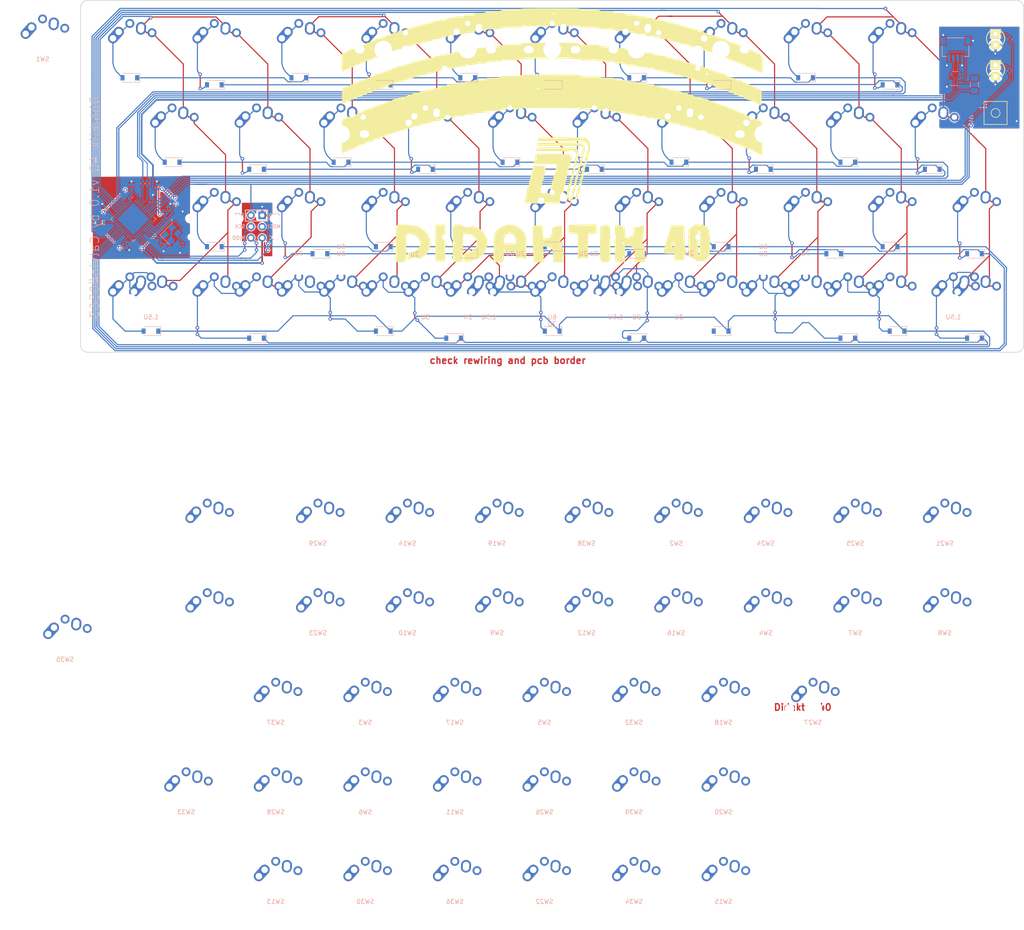
<source format=kicad_pcb>
(kicad_pcb (version 20211014) (generator pcbnew)
  (layers (0 "F.Cu" signal) (31 "B.Cu" signal) (34 "B.Paste" user) (35 "F.Paste" user) (36 "B.SilkS" user "B.Silkscreen") (37 "F.SilkS" user "F.Silkscreen") (38 "B.Mask" user) (39 "F.Mask" user) (44 "Edge.Cuts" user))
  (net 0 "")
  (net 1 "Net-(D1-Pad2)")
  (net 2 "Net-(D2-Pad2)")
  (net 3 "Net-(D3-Pad2)")
  (net 4 "Net-(D4-Pad2)")
  (net 5 "Net-(D5-Pad2)")
  (net 6 "Net-(D6-Pad2)")
  (net 7 "Net-(D7-Pad2)")
  (net 8 "Net-(D8-Pad2)")
  (net 9 "Net-(D9-Pad2)")
  (net 10 "Net-(D10-Pad2)")
  (net 11 "Net-(D11-Pad2)")
  (net 12 "Net-(D12-Pad2)")
  (net 13 "Net-(D13-Pad2)")
  (net 14 "Net-(D14-Pad2)")
  (net 15 "Net-(D15-Pad2)")
  (net 16 "Net-(D17-Pad2)")
  (net 17 "Net-(D18-Pad2)")
  (net 18 "Net-(D19-Pad2)")
  (net 19 "Net-(D20-Pad2)")
  (net 20 "Net-(D21-Pad2)")
  (net 21 "Net-(D22-Pad2)")
  (net 22 "Net-(D23-Pad2)")
  (net 23 "Net-(D26-Pad2)")
  (net 24 "Net-(D27-Pad2)")
  (net 25 "Net-(D28-Pad2)")
  (net 26 "Net-(D29-Pad2)")
  (net 27 "Net-(D30-Pad2)")
  (net 28 "Net-(D31-Pad2)")
  (net 29 "Net-(D32-Pad2)")
  (net 30 "Net-(D33-Pad2)")
  (net 31 "Net-(D34-Pad2)")
  (net 32 "Net-(D35-Pad2)")
  (net 33 "Net-(D36-Pad2)")
  (net 34 "Net-(D37-Pad2)")
  (net 35 "Net-(D38-Pad2)")
  (net 36 "Net-(D39-Pad2)")
  (net 37 "Net-(D40-Pad2)")
  (net 38 "Net-(D41-Pad2)")
  (net 39 "COL0")
  (net 40 "COL1")
  (net 41 "COL3")
  (net 42 "COL4")
  (net 43 "Net-(R1-Pad2)")
  (net 44 "Net-(D43-Pad2)")
  (net 45 "Net-(D42-Pad2)")
  (net 46 "Net-(D24-Pad2)")
  (net 47 "Net-(C6-Pad1)")
  (net 48 "Net-(C4-Pad2)")
  (net 49 "Net-(C3-Pad2)")
  (net 50 "MOSI")
  (net 51 "MISO")
  (net 52 "LED capslock")
  (net 53 "LED Power")
  (net 54 "GND")
  (net 55 "D-")
  (net 56 "D+")
  (net 57 "+5V")
  (net 66 "VCC")
  (net 67 "SCK")
  (net 68 "ROW7")
  (net 69 "ROW6")
  (net 70 "ROW5")
  (net 71 "ROW4")
  (net 72 "ROW3")
  (net 73 "ROW2")
  (net 74 "ROW1")
  (net 75 "ROW0")
  (net 76 "RESET")
  (net 77 "Net-(R4-Pad1)")
  (net 78 "Net-(R2-Pad2)")
  (net 79 "Net-(D16-Pad2)")
  (net 80 "COL2")
  (footprint "Keebio-Parts:MX-Alps-Choc-1U-NoLED" (layer "F.Cu") (at 50.8 60.325)
    (fp_text reference "SW11" hide)
    (fp_text value "SW_Push_45deg")
  )
  (footprint "Keebio-Parts:MX-Alps-Choc-1U-NoLED" (layer "F.Cu") (at 136.525 79.375)
    (fp_text reference "SW25" hide)
    (fp_text value "SW_Push_45deg")
  )
  (footprint "Keebio-Parts:MX-Alps-Choc-1U-NoLED" (layer "F.Cu") (at 175.175 230.265)
    (fp_text reference "SW15")
    (fp_text value "SW_Push_45deg")
  )
  (footprint "Keebio-Parts:MX-Alps-Choc-7U-NoLED-StabFlip" (layer "F.Cu") (at 136.525 98.425)
    (fp_text reference "SW36c1")
    (fp_text value "SW_Push_45deg")
  )
  (footprint "Keebio-Parts:MX-Alps-Choc-1U-NoLED" (layer "F.Cu") (at 79.375 41.275)
    (fp_text reference "SW3" hide)
    (fp_text value "SW_Push_45deg")
  )
  (footprint "Keebio-Parts:MX-Alps-Choc-1U-NoLED" (layer "F.Cu") (at 204.895 169.665)
    (fp_text reference "SW7")
    (fp_text value "SW_Push_45deg")
  )
  (footprint "Keebio-Parts:MX-Alps-Choc-1U-NoLED" (layer "F.Cu") (at 69.85 98.425)
    (fp_text reference "SW32" hide)
    (fp_text value "SW_Push_45deg")
  )
  (footprint "Keebio-Parts:MX-Alps-Choc-1U-NoLED" (layer "F.Cu") (at 195.375 189.865)
    (fp_text reference "SW27")
    (fp_text value "SW_Push_45deg")
  )
  (footprint "Keebio-Parts:MX-Alps-Choc-3U-NoLED-StabFlip" (layer "F.Cu") (at 107.95 98.425)
    (fp_text reference "SW34b1")
    (fp_text value "SW_Push_45deg")
  )
  (footprint "Keebio-Parts:MX-Alps-Choc-1U-NoLED" (layer "F.Cu") (at 98.425 79.375)
    (fp_text reference "SW23" hide)
    (fp_text value "SW_Push_45deg")
  )
  (footprint "Keebio-Parts:MX-Alps-Choc-1U-NoLED" (layer "F.Cu") (at 103.895 149.465)
    (fp_text reference "SW14")
    (fp_text value "SW_Push_45deg")
  )
  (footprint "Keebio-Parts:MX-Alps-Choc-1U-NoLED" (layer "F.Cu") (at 79.375 98.425)
    (fp_text reference "SW33a1" hide)
    (fp_text value "SW_Push_45deg")
  )
  (footprint "Keebio-Parts:MX-Alps-Choc-1U-NoLED" (layer "F.Cu") (at 184.15 60.325)
    (fp_text reference "SW18" hide)
    (fp_text value "SW_Push_45deg")
  )
  (footprint "Keebio-Parts:MX-Alps-Choc-1U-NoLED" (layer "F.Cu") (at 146.05 60.325)
    (fp_text reference "SW16" hide)
    (fp_text value "SW_Push_45deg")
  )
  (footprint "Keebio-Parts:MX-Alps-Choc-1.5U-NoLED" (layer "F.Cu") (at 46.0375 98.425)
    (fp_text reference "SW31")
    (fp_text value "SW_Push_45deg")
  )
  (footprint "Keebio-Parts:MX-Alps-Choc-1U-NoLED" (layer "F.Cu") (at 231.775 79.375)
    (fp_text reference "SW30" hide)
    (fp_text value "SW_Push_45deg")
  )
  (footprint "Keebio-Parts:MX-Alps-Choc-1U-NoLED" (layer "F.Cu") (at 193.675 41.275)
    (fp_text reference "SW9" hide)
    (fp_text value "SW_Push_45deg")
  )
  (footprint "Keebio-Parts:LED_3mm" (layer "F.Cu") (at 236.5375 46.0375 90)
    (fp_text reference "D42" hide)
    (fp_text value "LED" hide)
  )
  (footprint "Keebio-Parts:MX-Alps-Choc-1U-NoLED" (layer "F.Cu") (at 83.695 149.465)
    (fp_text reference "SW29")
    (fp_text value "SW_Push_45deg")
  )
  (footprint "Keebio-Parts:MX-Alps-Choc-1U-NoLED" (layer "F.Cu") (at 127 60.325)
    (fp_text reference "SW15" hide)
    (fp_text value "SW_Push_45deg")
  )
  (footprint "Keebio-Parts:MX-Alps-Choc-1U-NoLED" (layer "F.Cu") (at 165.1 60.325)
    (fp_text reference "SW17" hide)
    (fp_text value "SW_Push_45deg")
  )
  (footprint "Keebio-Parts:MX-Alps-Choc-1U-NoLED" (layer "F.Cu") (at 212.725 41.275)
    (fp_text reference "SW10" hide)
    (fp_text value "SW_Push_45deg")
  )
  (footprint "Keebio-Parts:MX-Alps-Choc-1U-NoLED" (layer "F.Cu") (at 114.575 210.065)
    (fp_text reference "SW11")
    (fp_text value "SW_Push_45deg")
  )
  (footprint "Keebio-Parts:MX-Alps-Choc-1U-NoLED" (layer "F.Cu") (at 225.095 169.665)
    (fp_text reference "SW8")
    (fp_text value "SW_Push_45deg")
  )
  (footprint "Keebio-Parts:MX-Alps-Choc-1U-NoLED" (layer "F.Cu") (at 107.95 60.325)
    (fp_text reference "SW14" hide)
    (fp_text value "SW_Push_45deg")
  )
  (footprint "Keebio-Parts:MX-Alps-Choc-2U-NoLED-StabFlip" (layer "F.Cu") (at 117.475 98.425)
    (fp_text reference "SW35b1")
    (fp_text value "SW_Push_45deg")
  )
  (footprint "Keebio-Parts:MX-Alps-Choc-1U-NoLED" (layer "F.Cu") (at 193.675 79.375)
    (fp_text reference "SW28" hide)
    (fp_text value "SW_Push_45deg")
  )
  (footprint "Keebio-Parts:MX-Alps-Choc-1U-NoLED" (layer "F.Cu") (at 127 98.425)
    (fp_text reference "SW35" hide)
    (fp_text value "SW_Push_45deg")
  )
  (footprint "Keebio-Parts:MX-Alps-Choc-1U-NoLED" (layer "F.Cu") (at 164.495 149.465)
    (fp_text reference "SW2")
    (fp_text value "SW_Push_45deg")
  )
  (footprint "Keebio-Parts:MX-Alps-Choc-1U-NoLED" (layer "F.Cu") (at 114.575 189.865)
    (fp_text reference "SW17")
    (fp_text value "SW_Push_45deg")
  )
  (footprint "Keebio-Parts:MX-Alps-Choc-1U-NoLED" (layer "F.Cu") (at 184.695 149.465)
    (fp_text reference "SW24")
    (fp_text value "SW_Push_45deg")
  )
  (footprint "Keebio-Parts:MX-Alps-Choc-1U-NoLED" (layer "F.Cu") (at 69.85 60.325)
    (fp_text reference "SW12" hide)
    (fp_text value "SW_Push_45deg")
  )
  (footprint "Keebio-Parts:MX-Alps-Choc-1U-NoLED" (layer "F.Cu") (at 88.9 60.325)
    (fp_text reference "SW13" hide)
    (fp_text value "SW_Push_45deg")
  )
  (footprint "Keebio-Parts:MX-Alps-Choc-1U-NoLED" (layer "F.Cu") (at 98.425 41.275)
    (fp_text reference "SW4" hide)
    (fp_text value "SW_Push_45deg")
  )
  (footprint "Keebio-Parts:MX-Alps-Choc-1U-NoLED" (layer "F.Cu") (at 204.895 149.465)
    (fp_text reference "SW25")
    (fp_text value "SW_Push_45deg")
  )
  (footprint "Keebio-Parts:MX-Alps-Choc-1U-NoLED" (layer "F.Cu") (at 174.625 98.425)
    (fp_text reference "SW37a1" hide)
    (fp_text value "SW_Push_45deg")
  )
  (footprint "LOGO" (layer "F.Cu") (at 136.418278 63.96705)
    (fp_text reference "G***" hide)
    (fp_text value "LOGO" hide)
  )
  (footprint "Keebio-Parts:MX-Alps-Choc-1U-NoLED" (layer "F.Cu") (at 175.175 210.065)
    (fp_text reference "SW20")
    (fp_text value "SW_Push_45deg")
  )
  (footprint "Keebio-Parts:MX-Alps-Choc-1U-NoLED" (layer "F.Cu") (at 134.775 189.865)
    (fp_text reference "SW5")
    (fp_text value "SW_Push_45deg")
  )
  (footprint "Keebio-Parts:MX-Alps-Choc-1U-NoLED" (layer "F.Cu") (at 231.775 98.425)
    (fp_text reference "SW40a1" hide)
    (fp_text value "SW_Push_45deg")
  )
  (footprint "Keebio-Parts:MX-Alps-Choc-1.5U-NoLED" (layer "F.Cu") (at 227.0125 98.425)
    (fp_text reference "SW40")
    (fp_text value "SW_Push_45deg")
  )
  (footprint "Keebio-Parts:MX-Alps-Choc-1U-NoLED" (layer "F.Cu") (at 175.175 189.865)
    (fp_text reference "SW18")
    (fp_text value "SW_Push_45deg")
  )
  (footprint "Keebio-Parts:MX-Alps-Choc-1U-NoLED" (layer "F.Cu") (at 41.275 98.425)
    (fp_text reference "SW31a1" hide)
    (fp_text value "SW_Push_45deg")
  )
  (footprint "Keebio-Parts:MX-Alps-Choc-1U-NoLED" (layer "F.Cu") (at 134.775 230.265)
    (fp_text reference "SW22")
    (fp_text value "SW_Push_45deg")
  )
  (footprint "Keebio-Parts:MX-Alps-Choc-1.5U-NoLED" (layer "F.Cu") (at 150.8125 98.425)
    (fp_text reference "SW36a1")
    (fp_text value "SW_Push_45deg")
  )
  (footprint "Keebio-Parts:MX-Alps-Choc-1U-NoLED" (layer "F.Cu") (at 174.625 41.275)
    (fp_text reference "SW8" hide)
    (fp_text value "SW_Push_45deg")
  )
  (footprint "Keebio-Parts:MX-Alps-Choc-2U-NoLED-StabFlip" (layer "F.Cu") (at 155.575 98.425)
    (fp_text reference "SW36b1")
    (fp_text value "SW_Push_45deg")
  )
  (footprint "Keebio-Parts:MX-Alps-Choc-1U-NoLED" (layer "F.Cu") (at 79.375 79.375)
    (fp_text reference "SW22" hide)
    (fp_text value "SW_Push_45deg")
  )
  (footprint "Keebio-Parts:MX-Alps-Choc-1U-NoLED" (layer "F.Cu") (at 117.475 41.275)
    (fp_text reference "SW5" hide)
    (fp_text value "SW_Push_45deg")
  )
  (footprint "Keebio-Parts:MX-Alps-Choc-1U-NoLED" (layer "F.Cu") (at 155.575 79.375)
    (fp_text reference "SW26" hide)
    (fp_text value "SW_Push_45deg")
  )
  (footprint "Keebio-Parts:MX-Alps-Choc-1U-NoLED" (layer "F.Cu") (at 124.095 169.665)
    (fp_text reference "SW9")
    (fp_text value "SW_Push_45deg")
  )
  (footprint "Keebio-Parts:MX-Alps-Choc-1U-NoLED" (layer "F.Cu") (at 41.275 41.275)
    (fp_text reference "SW1" hide)
    (fp_text value "SW_Push_45deg")
  )
  (footprint "Keebio-Parts:MX-Alps-Choc-1U-NoLED" (layer "F.Cu") (at 134.775 210.065)
    (fp_text reference "SW26")
    (fp_text value "SW_Push_45deg")
  )
  (footprint "Keebio-Parts:LED_3mm" (layer "F.Cu") (at 236.5375 39.01 90)
    (fp_text reference "D43" hide)
    (fp_text value "LED" hide)
  )
  (footprint "Keebio-Parts:MX-Alps-Choc-1U-NoLED" (layer "F.Cu") (at 74.175 210.065)
    (fp_text reference "SW28")
    (fp_text value "SW_Push_45deg")
  )
  (footprint "Keebio-Parts:MX-Alps-Choc-1.5U-NoLED" (layer "F.Cu") (at 58.7375 149.465)
    (fp_text reference "SW40")
    (fp_text value "SW_Push_45deg")
  )
  (footprint "Keebio-Parts:MX-Alps-Choc-6U-NoLED-StabFlip" (layer "F.Cu") (at 136.525 98.425)
    (fp_text reference "SW35c1")
    (fp_text value "SW_Push_45deg")
  )
  (footprint "Keebio-Parts:MX-Alps-Choc-1U-NoLED" (layer "F.Cu") (at 94.375 210.065)
    (fp_text reference "SW6")
    (fp_text value "SW_Push_45deg")
  )
  (footprint "Keebio-Parts:MX-Alps-Choc-1U-NoLED" (layer "F.Cu") (at 174.625 79.375)
    (fp_text reference "SW27" hide)
    (fp_text value "SW_Push_45deg")
  )
  (footprint "Keebio-Parts:MX-Alps-Choc-1U-NoLED" (layer "F.Cu") (at 88.9 98.425)
    (fp_text reference "SW33" hide)
    (fp_text value "SW_Push_45deg")
  )
  (footprint "Keebio-Parts:MX-Alps-Choc-1U-NoLED" (layer "F.Cu") (at 212.725 79.375)
    (fp_text reference "SW29" hide)
    (fp_text value "SW_Push_45deg")
  )
  (footprint "Keebio-Parts:MX-Alps-Choc-1U-NoLED" (layer "F.Cu") (at 144.295 169.665)
    (fp_text reference "SW12")
    (fp_text value "SW_Push_45deg")
  )
  (footprint "Keebio-Parts:MX-Alps-Choc-1U-NoLED" (layer "F.Cu") (at 94.375 230.265)
    (fp_text reference "SW30")
    (fp_text value "SW_Push_45deg")
  )
  (footprint "Keebio-Parts:MX-Alps-Choc-1U-NoLED" (layer "F.Cu") (at 60.325 41.275)
    (fp_text reference "SW2" hide)
    (fp_text value "SW_Push_45deg")
  )
  (footprint "Keebio-Parts:MX-Alps-Choc-1U-NoLED" (layer "F.Cu") (at 146.05 98.425)
    (fp_text reference "SW36" hide)
    (fp_text value "SW_Push_45deg")
  )
  (footprint "Keebio-Parts:MX-Alps-Choc-1U-NoLED" (layer "F.Cu") (at 53.975 210.065)
    (fp_text reference "SW33")
    (fp_text value "SW_Push_45deg")
  )
  (footprint "Keebio-Parts:MX-Alps-Choc-1U-NoLED" (layer "F.Cu") (at 225.095 149.465)
    (fp_text reference "SW21")
    (fp_text value "SW_Push_45deg")
  )
  (footprint "Keebio-Parts:MX-Alps-Choc-1U-NoLED" (layer "F.Cu") (at 155.575 41.275)
    (fp_text reference "SW7" hide)
    (fp_text value "SW_Push_45deg")
  )
  (footprint "Keebio-Parts:MX-Alps-Choc-1U-NoLED" (layer "F.Cu") (at 83.695 169.665)
    (fp_text reference "SW23")
    (fp_text value "SW_Push_45deg")
  )
  (footprint "Keebio-Parts:MX-Alps-Choc-1U-NoLED" (layer "F.Cu") (at 94.375 189.865)
    (fp_text reference "SW3")
    (fp_text value "SW_Push_45deg")
  )
  (footprint "Keebio-Parts:MX-Alps-Choc-1U-NoLED" (layer "F.Cu") (at 60.325 98.425)
    (fp_text reference "SW32a1" hide)
    (fp_text value "SW_Push_45deg")
  )
  (footprint "Keebio-Parts:MX-Alps-Choc-1U-NoLED" (layer "F.Cu") (at 203.2 60.325)
    (fp_text reference "SW19" hide)
    (fp_text value "SW_Push_45deg")
  )
  (footprint "Keebio-Parts:MX-Alps-Choc-1U-NoLED" (layer "F.Cu") (at 124.095 149.465)
    (fp_text reference "SW19")
    (fp_text value "SW_Push_45deg")
  )
  (footprint "LOGO" (layer "F.Cu") (at 136.525 84.963)
    (fp_text reference "G***" hide)
    (fp_text value "LOGO" hide)
  )
  (footprint "Keebio-Parts:MX-Alps-Choc-3U-NoLED-StabFlip" (layer "F.Cu") (at 165.1 98.425)
    (fp_text reference "SW37b1")
    (fp_text value "SW_Push_45deg")
  )
  (footprint "Keebio-Parts:MX-Alps-Choc-1U-NoLED" (layer "F.Cu") (at 60.325 79.375)
    (fp_text reference "SW21" hide)
    (fp_text value "SW_Push_45deg")
  )
  (footprint "Keebio-Parts:MX-Alps-Choc-1U-NoLED" (layer "F.Cu") (at 98.425 98.425)
    (fp_text reference "SW34a1" hide)
    (fp_text value "SW_Push_45deg")
  )
  (footprint "Keebio-Parts:MX-Alps-Choc-1U-NoLED" (layer "F.Cu") (at 203.2 98.425)
    (fp_text reference "SW39" hide)
    (fp_text value "SW_Push_45deg")
  )
  (footprint "Keebio-Parts:MX-Alps-Choc-1U-NoLED" (layer "F.Cu") (at 114.575 230.265)
    (fp_text reference "SW36")
    (fp_text value "SW_Push_45deg")
  )
  (footprint "Keebio-Parts:MX-Alps-Choc-1U-NoLED" (layer "F.Cu") (at 184.695 169.665)
    (fp_text reference "SW4")
    (fp_text value "SW_Push_45deg")
  )
  (footprint "Keebio-Parts:MX-Alps-Choc-1U-NoLED" (layer "F.Cu") (at 74.175 189.865)
    (fp_text reference "SW37")
    (fp_text value "SW_Push_45deg")
  )
  (footprint "Keebio-Parts:MX-Alps-Choc-1U-NoLED" (layer "F.Cu") (at 21.59 40.259)
    (fp_text reference "SW1")
    (fp_text value "SW_Push_45deg")
  )
  (footprint "Keebio-Parts:MX-Alps-Choc-1U-NoLED" (layer "F.Cu") (at 144.295 149.465)
    (fp_text reference "SW38")
    (fp_text value "SW_Push_45deg")
  )
  (footprint "Keebio-Parts:MX-Alps-Choc-1U-NoLED" (layer "F.Cu") (at 164.495 169.665)
    (fp_text reference "SW16")
    (fp_text value "SW_Push_45deg")
  )
  (footprint "Keebio-Parts:MX-Alps-Choc-1U-NoLED" (layer "F.Cu") (at 222.25 60.325)
    (fp_text reference "SW20" hide)
    (fp_text value "SW_Push_45deg")
  )
  (footprint "random-keyboard-parts:SKQG-1155865" (layer "F.Cu") (at 236.5375 55.5625)
    (fp_text reference "SW_Reset1" hide)
    (fp_text value "SW_Push")
  )
  (footprint "Keebio-Parts:MX-Alps-Choc-1U-NoLED" (layer "F.Cu") (at 26.67 175.641)
    (fp_text reference "SW35")
    (fp_text value "SW_Push_45deg")
  )
  (footprint "Keebio-Parts:MX-Alps-Choc-1U-NoLED" (layer "F.Cu") (at 74.175 230.265)
    (fp_text reference "SW13")
    (fp_text value "SW_Push_45deg")
  )
  (footprint "Keebio-Parts:MX-Alps-Choc-1U-NoLED" (layer "F.Cu") (at 212.725 98.425)
    (fp_text reference "SW39a1" hide)
    (fp_text value "SW_Push_45deg")
  )
  (footprint "Keebio-Parts:MX-Alps-Choc-1U-NoLED" (layer "F.Cu") (at 136.525 41.275)
    (fp_text reference "SW6" hide)
    (fp_text value "SW_Push_45deg")
  )
  (footprint "Keebio-Parts:MX-Alps-Choc-1U-NoLED" (layer "F.Cu") (at 154.975 189.865)
    (fp_text reference "SW32")
    (fp_text value "SW_Push_45deg")
  )
  (footprint "Keebio-Parts:MX-Alps-Choc-1.5U-NoLED" (layer "F.Cu") (at 58.7375 169.665)
    (fp_text reference "SW31")
    (fp_text value "SW_Push_45deg")
  )
  (footprint "Keebio-Parts:MX-Alps-Choc-1U-NoLED" (layer "F.Cu") (at 103.895 169.665)
    (fp_text reference "SW10")
    (fp_text value "SW_Push_45deg")
  )
  (footprint "Keebio-Parts:MX-Alps-Choc-1U-NoLED" (layer "F.Cu") (at 154.975 230.265)
    (fp_text reference "SW34")
    (fp_text value "SW_Push_45deg")
  )
  (footprint "Keebio-Parts:MX-Alps-Choc-1.5U-NoLED" (layer "F.Cu") (at 122.2375 98.425)
    (fp_text reference "SW35a1")
    (fp_text value "SW_Push_45deg")
  )
  (footprint "Keebio-Parts:MX-Alps-Choc-1U-NoLED" (layer "F.Cu") (at 154.975 210.065)
    (fp_text reference "SW39")
    (fp_text value "SW_Push_45deg")
  )
  (footprint "Keebio-Parts:MX-Alps-Choc-1U-NoLED" (layer "F.Cu") (at 117.475 79.375)
    (fp_text reference "SW24" hide)
    (fp_text value "SW_Push_45deg")
  )
  (footprint "Keebio-Parts:MX-Alps-Choc-1U-NoLED" (layer "F.Cu") (at 184.15 98.425)
    (fp_text reference "SW38" hide)
    (fp_text value "SW_Push_45deg")
  )
  (footprint "Keebio-Parts:MX-Alps-Choc-1U-NoLED" (layer "F.Cu") (at 193.675 98.425)
    (fp_text reference "SW38a1" hide)
    (fp_text value "SW_Push_45deg")
  )
  (footprint "Keebio-Parts:MX-Alps-Choc-1U-NoLED" (layer "F.Cu") (at 165.1 98.425)
    (fp_text reference "SW37" hide)
    (fp_text value "SW_Push_45deg")
  )
  (footprint "Keebio-Parts:MX-Alps-Choc-1U-NoLED" (layer "F.Cu") (at 107.95 98.425)
    (fp_text reference "SW34" hide)
    (fp_text value "SW_Push_45deg")
  )
  (footprint "Diode_SMD:D_SOD-123" (layer "B.Cu") (at 174.625 104.775 180)
    (fp_text reference "D29" hide)
    (fp_text value "D_Small")
  )
  (footprint "random-keyboard-parts:JST-SR-4" (layer "B.Cu") (at 227.5125 38.421)
    (fp_text reference "J1" hide)
    (fp_text value "Conn_01x04_MountingPin")
  )
  (footprint "Diode_SMD:D_SOD-123" (layer "B.Cu") (at 69.85 68.2625 180)
    (fp_text reference "D6" hide)
    (fp_text value "D_Small")
  )
  (footprint "Capacitor_SMD:C_0402_1005Metric" (layer "B.Cu") (at 41.656 72.263 90)
    (fp_text reference "C1" hide)
    (fp_text value "0.1uF")
  )
  (footprint "Diode_SMD:D_SOD-123" (layer "B.Cu") (at 107.95 68.2625 180)
    (fp_text reference "D14" hide)
    (fp_text value "D_Small")
  )
  (footprint "Diode_SMD:D_SOD-123" (layer "B.Cu") (at 231.775 87.3125 180)
    (fp_text reference "D40" hide)
    (fp_text value "D_Small")
  )
  (footprint "Diode_SMD:D_SOD-123" (layer "B.Cu") (at 69.85 106.3625 180)
    (fp_text reference "D8" hide)
    (fp_text value "D_Small")
  )
  (footprint "Diode_SMD:D_SOD-123" (layer "B.Cu") (at 60.325 85.725 180)
    (fp_text reference "D3" hide)
    (fp_text value "D_Small")
  )
  (footprint "Diode_SMD:D_SOD-123" (layer "B.Cu") (at 212.725 85.725 180)
    (fp_text reference "D36" hide)
    (fp_text value "D_Small")
  )
  (footprint "Diode_SMD:D_SOD-123" (layer "B.Cu") (at 200.025 87.3125 180)
    (fp_text reference "D32" hide)
    (fp_text value "D_Small")
  )
  (footprint "Capacitor_SMD:C_0402_1005Metric" (layer "B.Cu") (at 53.0225 85.316669 45)
    (fp_text reference "C4" hide)
    (fp_text value "22pF")
  )
  (footprint "Diode_SMD:D_SOD-123" (layer "B.Cu") (at 41.275 47.625 180)
    (fp_text reference "D1" hide)
    (fp_text value "D_Small")
  )
  (footprint "Resistor_SMD:R_0402_1005Metric" (layer "B.Cu") (at 34.925 80.264 180)
    (fp_text reference "R4" hide)
    (fp_text value "10k")
  )
  (footprint "Crystal:Crystal_SMD_3225-4Pin_3.2x2.5mm" (layer "B.Cu") (at 50.673 82.871919 45)
    (fp_text reference "Y1" hide)
    (fp_text value "Crystal_GND24_Small")
  )
  (footprint "Diode_SMD:D_SOD-123" (layer "B.Cu") (at 117.475 87.3125 180)
    (fp_text reference "D15" hide)
    (fp_text value "D_Small")
  )
  (footprint "Package_DFN_QFN:QFN-44-1EP_7x7mm_P0.5mm_EP5.2x5.2mm" (layer "B.Cu") (at 42.037 79.502 -135)
    (fp_text reference "U1" hide)
    (fp_text value "ATmega32U4-M")
  )
  (footprint "Package_TO_SOT_SMD:SOT-143" (layer "B.Cu") (at 227.5125 47.802)
    (fp_text reference "D25" hide)
    (fp_text value "PRTR5V0U2X")
  )
  (footprint "Diode_SMD:D_SOD-123" (layer "B.Cu") (at 193.675 47.625 180)
    (fp_text reference "D34" hide)
    (fp_text value "D_Small")
  )
  (footprint "Diode_SMD:D_SOD-123" (layer "B.Cu") (at 155.575 87.3125 180)
    (fp_text reference "D23" hide)
    (fp_text value "D_Small")
  )
  (footprint "Diode_SMD:D_SOD-123" (layer "B.Cu") (at 136.525 49.2125 180)
    (fp_text reference "D21" hide)
    (fp_text value "D_Small")
  )
  (footprint "Diode_SMD:D_SOD-123" (layer "B.Cu") (at 222.25 68.2625 180)
    (fp_text reference "D39" hide)
    (fp_text value "D_Small")
  )
  (footprint "Diode_SMD:D_SOD-123" (layer "B.Cu") (at 174.625 49.2125 180)
    (fp_text reference "D30" hide)
    (fp_text value "D_Small")
  )
  (footprint "Diode_SMD:D_SOD-123" (layer "B.Cu") (at 231.775 106.3625 180)
    (fp_text reference "D41" hide)
    (fp_text value "D_Small")
  )
  (footprint "Diode_SMD:D_SOD-123" (layer "B.Cu") (at 136.525 104.775 180)
    (fp_text reference "D20" hide)
    (fp_text value "D_Small")
  )
  (footprint "Diode_SMD:D_SOD-123" (layer "B.Cu") (at 155.575 106.3625 180)
    (fp_text reference "D24" hide)
    (fp_text value "D_Small")
  )
  (footprint "Diode_SMD:D_SOD-123" (layer "B.Cu") (at 155.575 47.625 180)
    (fp_text reference "D26" hide)
    (fp_text value "D_Small")
  )
  (footprint "Diode_SMD:D_SOD-123" (layer "B.Cu") (at 146.05 68.2625 180)
    (fp_text reference "D22" hide)
    (fp_text value "D_Small")
  )
  (footprint "Diode_SMD:D_SOD-123" (layer "B.Cu") (at 98.425 49.2125 180)
    (fp_text reference "D13" hide)
    (fp_text value "D_Small")
  )
  (footprint "random-keyboard-parts:Reset_Pretty-Mask" (layer "B.Cu") (at 69.85 81.205)
    (fp_text reference "J2")
    (fp_text value "AVR-ISP-6")
  )
  (footprint "Capacitor_SMD:C_0402_1005Metric" (layer "B.Cu") (at 48.6055 85.253169 135)
    (fp_text reference "C3" hide)
    (fp_text value "22pF")
  )
  (footprint "Diode_SMD:D_SOD-123" (layer "B.Cu") (at 84.1375 87.3125 180)
    (fp_text reference "D7" hide)
    (fp_text value "D_Small")
  )
  (footprint "Diode_SMD:D_SOD-123" (layer "B.Cu") (at 46.0375 104.775 180)
    (fp_text reference "D4" hide)
    (fp_text value "D_Small")
  )
  (footprint "Resistor_SMD:R_0402_1005Metric" (layer "B.Cu") (at 45.212 71.501 -90)
    (fp_text reference "R2" hide)
    (fp_text value "22")
  )
  (footprint "Diode_SMD:D_SOD-123" (layer "B.Cu") (at 212.725 49.2125 180)
    (fp_text reference "D38" hide)
    (fp_text value "D_Small")
  )
  (footprint "Resistor_SMD:R_0402_1005Metric" (layer "B.Cu") (at 49.149 77.978 135)
    (fp_text reference "R3" hide)
    (fp_text value "10k")
  )
  (footprint "Diode_SMD:D_SOD-123" (layer "B.Cu") (at 184.15 68.2625 180)
    (fp_text reference "D31" hide)
    (fp_text value "D_Small")
  )
  (footprint "Diode_SMD:D_SOD-123" (layer "B.Cu") (at 50.8 66.675 180)
    (fp_text reference "D2" hide)
    (fp_text value "D_Small")
  )
  (footprint "Diode_SMD:D_SOD-123" (layer "B.Cu") (at 79.375 47.625 180)
    (fp_text reference "D9" hide)
    (fp_text value "D_Small")
  )
  (footprint "Diode_SMD:D_SOD-123" (layer "B.Cu") (at 98.425 104.775 180)
    (fp_text reference "D12" hide)
    (fp_text value "D_Small")
  )
  (footprint "Diode_SMD:D_SOD-123" (layer "B.Cu") (at 203.2 66.675 180)
    (fp_text reference "D35" hide)
    (fp_text value "D_Small")
  )
  (footprint "Resistor_SMD:R_0402_1005Metric" (layer "B.Cu") (at 239.769074 39.002851 90)
    (fp_text reference "R9" hide)
    (fp_text value "220 ohm")
  )
  (footprint "Fuse:Fuse_1206_3216Metric" (layer "B.Cu") (at 231.775 49.149 -90)
    (fp_text reference "F1" hide)
    (fp_text value "500mA")
  )
  (footprint "Diode_SMD:D_SOD-123" (layer "B.Cu") (at 203.2 106.3625 180)
    (fp_text reference "D33" hide)
    (fp_text value "D_Small")
  )
  (footprint "Diode_SMD:D_SOD-123" (layer "B.Cu") (at 117.475 47.625 180)
    (fp_text reference "D17" hide)
    (fp_text value "D_Small")
  )
  (footprint "Diode_SMD:D_SOD-123" (layer "B.Cu") (at 165.1 66.675 180)
    (fp_text reference "D27" hide)
    (fp_text value "D_Small")
  )
  (footprint "Diode_SMD:D_SOD-123" (layer "B.Cu") (at 114.3 106.3625 180)
    (fp_text reference "D16" hide)
    (fp_text value "D_Small")
  )
  (footprint "Diode_SMD:D_SOD-123" (layer "B.Cu") (at 174.625 85.725 180)
    (fp_text reference "D28" hide)
    (fp_text value "D_Small")
  )
  (footprint "Diode_SMD:D_SOD-123" (layer "B.Cu") (at 127 66.675 180)
    (fp_text reference "D18" hide)
    (fp_text value "D_Small")
  )
  (footprint "Resistor_SMD:R_0402_1005Metric" (layer "B.Cu") (at 239.7125 46.0375 90)
    (fp_text reference "R8" hide)
    (fp_text value "220 ohm")
  )
  (footprint "Diode_SMD:D_SOD-123" (layer "B.Cu") (at 60.325 49.2125 180)
    (fp_text reference "D5" hide)
    (fp_text value "D_Small")
  )
  (footprint "Diode_SMD:D_SOD-123" (layer "B.Cu") (at 136.525 85.725 180)
    (fp_text reference "D19" hide)
    (fp_text value "D_Small")
  )
  (footprint "Capacitor_SMD:C_0402_1005Metric" (layer "B.Cu") (at 36.068 77.089 135)
    (fp_text reference "C5" hide)
    (fp_text value "0.1uF")
  )
  (footprint "Diode_SMD:D_SOD-123" (layer "B.Cu") (at 88.9 66.675 180)
    (fp_text reference "D10" hide)
    (fp_text value "D_Small")
  )
  (footprint "Resistor_SMD:R_0402_1005Metric" (layer "B.Cu") (at 44.196 71.501 -90)
    (fp_text reference "R1" hide)
    (fp_text value "22")
  )
  (footprint "Capacitor_SMD:C_0402_1005Metric" (layer "B.Cu") (at 50.038 77.089 135)
    (fp_text reference "C7" hide)
    (fp_text value "0.1uF")
  )
  (footprint "Capacitor_SMD:C_0402_1005Metric" (layer "B.Cu") (at 46.101 75.311 45)
    (fp_text reference "C6" hide)
    (fp_text value "1uF")
  )
  (footprint "Diode_SMD:D_SOD-123" (layer "B.Cu") (at 214.3125 104.775 180)
    (fp_text reference "D37" hide)
    (fp_text value "D_Small")
  )
  (footprint "Capacitor_SMD:C_0402_1005Metric" (layer "B.Cu") (at 40.132 85.471 -45)
    (fp_text reference "C2" hide)
    (fp_text value "0.1uF")
  )
  (footprint "Capacitor_SMD:C_0402_1005Metric" (layer "B.Cu") (at 47.371 72.263 90)
    (fp_text reference "C8" hide)
    (fp_text value "10uF")
  )
  (footprint "Diode_SMD:D_SOD-123" (layer "B.Cu") (at 98.425 85.725 180)
    (fp_text reference "D11" hide)
    (fp_text value "D_Small")
  )
  (gr_arc (start 31.75 109.5375) (mid 30.627468 109.072532) (end 30.1625 107.95) (layer "Edge.Cuts") (width 0.15))
  (gr_line (start 31.75 30.1625) (end 241.3 30.1625) (layer "Edge.Cuts") (width 0.15))
  (gr_line (start 30.1625 107.95) (end 30.1625 31.75) (layer "Edge.Cuts") (width 0.15))
  (gr_arc (start 242.8875 107.95) (mid 242.422532 109.072532) (end 241.3 109.5375) (layer "Edge.Cuts") (width 0.15))
  (gr_line (start 241.3 109.5375) (end 31.75 109.5375) (layer "Edge.Cuts") (width 0.15))
  (gr_arc (start 241.3 30.1625) (mid 242.422532 30.627468) (end 242.8875 31.75) (layer "Edge.Cuts") (width 0.15))
  (gr_arc (start 30.1625 31.75) (mid 30.627468 30.627468) (end 31.75 30.1625) (layer "Edge.Cuts") (width 0.15))
  (gr_line (start 242.8875 31.75) (end 242.8875 107.95) (layer "Edge.Cuts") (width 0.15))
  (gr_text "check rewiring and pcb border" (at 126.492 111.379) (layer "F.Cu") (effects (font (size 1.5 1.5) (thickness 0.3))))
  (gr_text "Didaktik 40\n" (at 193.04 189.611) (layer "F.Cu") (effects (font (size 1.5 1.5) (thickness 0.3))))
  (gr_text "6U" (at 88.9 85.725) (layer "B.SilkS") (effects (font (size 1 1)) (justify mirror)))
  (gr_text "2U" (at 129.412659 87.29455) (layer "B.SilkS") (effects (font (size 1 1)) (justify mirror)))
  (gr_text "Didaktik 40 v1.0 by Calvin#0563" (at 33.3375 76.835 90) (layer "B.SilkS") (effects (font (size 2 2)) (justify mirror)))
  (gr_text "6U" (at 184.15 85.725) (layer "B.SilkS") (effects (font (size 1 1)) (justify mirror)))
  (gr_text "7U" (at 79.375 87.3125) (layer "B.SilkS") (effects (font (size 1 1)) (justify mirror)))
  (gr_text "3U" (at 165.1 101.6) (layer "B.SilkS") (effects (font (size 1 1)) (justify mirror)))
  (gr_text "2U" (at 105.510451 87.429084) (layer "B.SilkS") (effects (font (size 1 1)) (justify mirror)))
  (gr_text "1.5U" (at 150.8125 101.6) (layer "B.SilkS") (effects (font (size 1 1)) (justify mirror)))
  (gr_text "1.5U" (at 122.2375 101.6) (layer "B.SilkS") (effects (font (size 1 1)) (justify mirror)))
  (gr_text "3U" (at 107.95 101.6) (layer "B.SilkS") (effects (font (size 1 1)) (justify mirror)))
  (gr_text "7U" (at 193.675 87.3125) (layer "B.SilkS") (effects (font (size 1 1)) (justify mirror)))
  (gr_text "2U" (at 155.575 101.6) (layer "B.SilkS") (effects (font (size 1 1)) (justify mirror)))
  (gr_text "1.5U" (at 46.0375 101.6) (layer "B.SilkS") (effects (font (size 1 1)) (justify mirror)))
  (gr_text "7U" (at 136.525 103.1875) (layer "B.SilkS") (effects (font (size 1 1)) (justify mirror)))
  (gr_text "1.5U" (at 227.0125 101.6) (layer "B.SilkS") (effects (font (size 1 1)) (justify mirror)))
  (gr_text "6U" (at 136.525 101.6) (layer "B.SilkS") (effects (font (size 1 1)) (justify mirror)))
  (gr_text "3U" (at 184.15 87.3125) (layer "B.SilkS") (effects (font (size 1 1)) (justify mirror)))
  (gr_text "2U" (at 143.556628 87.292984) (layer "B.SilkS") (effects (font (size 1 1)) (justify mirror)))
  (gr_text "3U" (at 127 87.3125) (layer "B.SilkS") (effects (font (size 1 1)) (justify mirror)))
  (gr_text "3U" (at 88.9 87.3125) (layer "B.SilkS") (effects (font (size 1 1)) (justify mirror)))
  (gr_text "2U" (at 167.503681 87.24814) (layer "B.SilkS") (effects (font (size 1 1)) (justify mirror)))
  (gr_text "3U" (at 146.05 87.3125) (layer "B.SilkS") (effects (font (size 1 1)) (justify mirror)))
  (gr_text "2U" (at 117.475 101.6) (layer "B.SilkS") (effects (font (size 1 1)) (justify mirror)))
  (via (at 71.12 76.708) (size 0.8) (drill 0.4) (layers "F.Cu" "B.Cu") (net 0))
  (segment (start 37.465 39.661309) (end 37.465 43.937649) (width 0.25) (layer "B.Cu") (net 1))
  (segment (start 38.545 46.545) (end 39.625 47.625) (width 0.25) (layer "B.Cu") (net 1))
  (segment (start 38.119999 38.079999) (end 38.721966 37.478033) (width 0.25) (layer "B.Cu") (net 1))
  (segment (start 39.587132 37.062867) (end 41.275 35.375) (width 0.25) (layer "B.Cu") (net 1))
  (segment (start 38.85 37.275) (end 39.075 37.275) (width 0.25) (layer "B.Cu") (net 1))
  (arc (start 39.587132 37.062867) (mid 39.352163 37.219868) (end 39.075 37.275) (width 0.25) (layer "B.Cu") (net 1))
  (arc (start 38.119999 38.079999) (mid 37.635228 38.80551) (end 37.465 39.661309) (width 0.25) (layer "B.Cu") (net 1))
  (arc (start 38.85 37.275) (mid 38.796966 37.296966) (end 38.775 37.35) (width 0.25) (layer "B.Cu") (net 1))
  (arc (start 37.465 43.937649) (mid 37.745682 45.348737) (end 38.545 46.545) (width 0.25) (layer "B.Cu") (net 1))
  (arc (start 38.775 37.35) (mid 38.761216 37.41929) (end 38.721966 37.478033) (width 0.25) (layer "B.Cu") (net 1))
  (segment (start 47.644999 57.129999) (end 48.246966 56.528033) (width 0.25) (layer "B.Cu") (net 2))
  (segment (start 46.99 58.711309) (end 46.99 62.987649) (width 0.25) (layer "B.Cu") (net 2))
  (segment (start 48.07 65.595) (end 49.15 66.675) (width 0.25) (layer "B.Cu") (net 2))
  (segment (start 48.375 56.325) (end 48.6 56.325) (width 0.25) (layer "B.Cu") (net 2))
  (segment (start 49.112132 56.112867) (end 50.8 54.425) (width 0.25) (layer "B.Cu") (net 2))
  (arc (start 46.99 62.987649) (mid 47.270682 64.398737) (end 48.07 65.595) (width 0.25) (layer "B.Cu") (net 2))
  (arc (start 48.3 56.4) (mid 48.286216 56.46929) (end 48.246966 56.528033) (width 0.25) (layer "B.Cu") (net 2))
  (arc (start 47.644999 57.129999) (mid 47.160228 57.85551) (end 46.99 58.711309) (width 0.25) (layer "B.Cu") (net 2))
  (arc (start 49.112132 56.112867) (mid 48.877163 56.269868) (end 48.6 56.325) (width 0.25) (layer "B.Cu") (net 2))
  (arc (start 48.375 56.325) (mid 48.321966 56.346966) (end 48.3 56.4) (width 0.25) (layer "B.Cu") (net 2))
  (segment (start 58.637132 75.162867) (end 60.325 73.475) (width 0.25) (layer "B.Cu") (net 3))
  (segment (start 58.125 75.375) (end 57.9 75.375) (width 0.25) (layer "B.Cu") (net 3))
  (segment (start 57.169999 76.179999) (end 57.771966 75.578033) (width 0.25) (layer "B.Cu") (net 3))
  (segment (start 57.595 84.645) (end 58.675 85.725) (width 0.25) (layer "B.Cu") (net 3))
  (segment (start 56.515 82.037649) (end 56.515 77.761309) (width 0.25) (layer "B.Cu") (net 3))
  (arc (start 57.169999 76.179999) (mid 56.685228 76.90551) (end 56.515 77.761309) (width 0.25) (layer "B.Cu") (net 3))
  (arc (start 57.9 75.375) (mid 57.846966 75.396966) (end 57.825 75.45) (width 0.25) (layer "B.Cu") (net 3))
  (arc (start 56.515 82.037649) (mid 56.795682 83.448737) (end 57.595 84.645) (width 0.25) (layer "B.Cu") (net 3))
  (arc (start 58.637132 75.162867) (mid 58.402163 75.319868) (end 58.125 75.375) (width 0.25) (layer "B.Cu") (net 3))
  (arc (start 57.825 75.45) (mid 57.811216 75.51929) (end 57.771966 75.578033) (width 0.25) (layer "B.Cu") (net 3))
  (segment (start 37.465 102.030218) (end 40.209782 104.775) (width 0.25) (layer "B.Cu") (net 4))
  (segment (start 38.775 94.425) (end 37.915 95.285) (width 0.25) (layer "B.Cu") (net 4))
  (segment (start 37.465 95.885) (end 37.465 102.030218) (width 0.25) (layer "B.Cu") (net 4))
  (segment (start 41.275 92.525) (end 39.375 94.425) (width 0.25) (layer "B.Cu") (net 4))
  (segment (start 41.275 92.525) (end 42.233 91.567) (width 0.25) (layer "B.Cu") (net 4))
  (segment (start 42.233 91.567) (end 45.0795 91.567) (width 0.25) (layer "B.Cu") (net 4))
  (segment (start 37.465 95.735) (end 38.775 94.425) (width 0.25) (layer "B.Cu") (net 4))
  (segment (start 40.209782 104.775) (end 44.3875 104.775) (width 0.25) (layer "B.Cu") (net 4))
  (segment (start 45.0795 91.567) (end 46.0375 92.525) (width 0.25) (layer "B.Cu") (net 4))
  (segment (start 41.275 94.9325) (end 42.2275 95.885) (width 0.25) (layer "B.Cu") (net 4))
  (segment (start 41.275 92.525) (end 41.275 94.9325) (width 0.25) (layer "B.Cu") (net 4))
  (segment (start 39.375 94.425) (end 38.775 94.425) (width 0.25) (layer "B.Cu") (net 4))
  (segment (start 37.465 95.885) (end 37.465 95.735) (width 0.25) (layer "B.Cu") (net 4))
  (segment (start 57.15 46.863) (end 57.15 49.911) (width 0.25) (layer "F.Cu") (net 5))
  (via (at 57.15 46.863) (size 0.8) (drill 0.4) (layers "F.Cu" "B.Cu") (net 5))
  (via (at 57.15 50.038) (size 0.8) (drill 0.4) (layers "F.Cu" "B.Cu") (net 5))
  (segment (start 57.771966 37.478033) (end 57.17 38.08) (width 0.25) (layer "B.Cu") (net 5))
  (segment (start 58.637132 37.062867) (end 60.325 35.375) (width 0.25) (layer "B.Cu") (net 5))
  (segment (start 58.139785 49.779464) (end 58.675 49.24425) (width 0.25) (layer "B.Cu") (net 5))
  (segment (start 57.15 46.83125) (end 57.15 46.863) (width 0.25) (layer "B.Cu") (net 5))
  (segment (start 56.8325 46.51375) (end 57.15 46.83125) (width 0.25) (layer "B.Cu") (net 5))
  (segment (start 56.515 45.747237) (end 56.515 39.661309) (width 0.25) (layer "B.Cu") (net 5))
  (segment (start 58.125 37.275) (end 57.9 37.275) (width 0.25) (layer "B.Cu") (net 5))
  (segment (start 57.15 50.038) (end 57.515625 50.038) (width 0.25) (layer "B.Cu") (net 5))
  (arc (start 58.139785 49.779464) (mid 57.853418 49.970808) (end 57.515625 50.038) (width 0.25) (layer "B.Cu") (net 5))
  (arc (start 58.637132 37.062867) (mid 58.402163 37.219868) (end 58.125 37.275) (width 0.25) (layer "B.Cu") (net 5))
  (arc (start 56.515 45.747237) (mid 56.597515 46.16207) (end 56.8325 46.51375) (width 0.25) (layer "B.Cu") (net 5))
  (arc (start 57.9 37.275) (mid 57.846966 37.296966) (end 57.825 37.35) (width 0.25) (layer "B.Cu") (net 5))
  (arc (start 57.17 38.08) (mid 56.685228 38.80551) (end 56.515 39.661309) (width 0.25) (layer "B.Cu") (net 5))
  (arc (start 57.825 37.35) (mid 57.811216 37.41929) (end 57.771966 37.478033) (width 0.25) (layer "B.Cu") (net 5))
  (segment (start 66.675 65.88125) (end 66.675 69.088) (width 0.25) (layer "F.Cu") (net 6))
  (via (at 66.675 69.088) (size 0.8) (drill 0.4) (layers "F.Cu" "B.Cu") (net 6))
  (via (at 66.675 65.88125) (size 0.8) (drill 0.4) (layers "F.Cu" "B.Cu") (net 6))
  (segment (start 66.675 69.088) (end 67.040625 69.088) (width 0.25) (layer "B.Cu") (net 6))
  (segment (start 67.664785 68.829464) (end 68.2 68.29425) (width 0.25) (layer "B.Cu") (net 6))
  (segment (start 66.675 65.88125) (end 66.3575 65.56375) (width 0.25) (layer "B.Cu") (net 6))
  (segment (start 67.296966 56.528033) (end 66.695 57.13) (width 0.25) (layer "B.Cu") (net 6))
  (segment (start 66.04 64.797237) (end 66.04 58.711309) (width 0.25) (layer "B.Cu") (net 6))
  (segment (start 68.162132 56.112867) (end 69.85 54.425) (width 0.25) (layer "B.Cu") (net 6))
  (segment (start 67.425 56.325) (end 67.65 56.325) (width 0.25) (layer "B.Cu") (net 6))
  (arc (start 68.162132 56.112867) (mid 67.927163 56.269868) (end 67.65 56.325) (width 0.25) (layer "B.Cu") (net 6))
  (arc (start 66.695 57.13) (mid 66.210228 57.85551) (end 66.04 58.711309) (width 0.25) (layer "B.Cu") (net 6))
  (arc (start 67.664785 68.829464) (mid 67.378418 69.020808) (end 67.040625 69.088) (width 0.25) (layer "B.Cu") (net 6))
  (arc (start 67.425 56.325) (mid 67.371966 56.346966) (end 67.35 56.4) (width 0.25) (layer "B.Cu") (net 6))
  (arc (start 66.04 64.797237) (mid 66.122515 65.21207) (end 66.3575 65.56375) (width 0.25) (layer "B.Cu") (net 6))
  (arc (start 67.35 56.4) (mid 67.336216 56.46929) (end 67.296966 56.528033) (width 0.25) (layer "B.Cu") (net 6))
  (segment (start 76.327 84.963) (end 76.327 88.138) (width 0.25) (layer "F.Cu") (net 7))
  (via (at 76.327 88.138) (size 0.8) (drill 0.4) (layers "F.Cu" "B.Cu") (net 7))
  (via (at 76.327 84.963) (size 0.8) (drill 0.4) (layers "F.Cu" "B.Cu") (net 7))
  (segment (start 76.821966 75.578033) (end 75.565 76.835) (width 0.25) (layer "B.Cu") (net 7))
  (segment (start 76.327 88.138) (end 76.692625 88.138) (width 0.25) (layer "B.Cu") (net 7))
  (segment (start 75.565 76.835) (end 75.565 83.12337) (width 0.25) (layer "B.Cu") (net 7))
  (segment (start 77.316785 87.879464) (end 77.852 87.34425) (width 0.25) (layer "B.Cu") (net 7))
  (segment (start 77.687132 75.162867) (end 79.375 73.475) (width 0.25) (layer "B.Cu") (net 7))
  (segment (start 77.852 87.34425) (end 77.88375 87.3125) (width 0.25) (layer "B.Cu") (net 7))
  (segment (start 77.88375 87.3125) (end 82.4875 87.3125) (width 0.25) (layer "B.Cu") (net 7))
  (segment (start 76.95 75.375) (end 77.175 75.375) (width 0.25) (layer "B.Cu") (net 7))
  (arc (start 76.95 75.375) (mid 76.896966 75.396966) (end 76.875 75.45) (width 0.25) (layer "B.Cu") (net 7))
  (arc (start 77.687132 75.162867) (mid 77.452163 75.319868) (end 77.175 75.375) (width 0.25) (layer "B.Cu") (net 7))
  (arc (start 75.565 83.12337) (mid 75.763038 84.11897) (end 76.327 84.963) (width 0.25) (layer "B.Cu") (net 7))
  (arc (start 77.316785 87.879464) (mid 77.030418 88.070808) (end 76.692625 88.138) (width 0.25) (layer "B.Cu") (net 7))
  (arc (start 76.875 75.45) (mid 76.861216 75.51929) (end 76.821966 75.578033) (width 0.25) (layer "B.Cu") (net 7))
  (segment (start 56.515 104.013) (end 56.515 105.4995) (width 0.25) (layer "F.Cu") (net 8))
  (via (at 56.515 104.013) (size 0.8) (drill 0.4) (layers "F.Cu" "B.Cu") (net 8))
  (via (at 56.515 105.4995) (size 0.8) (drill 0.4) (layers "F.Cu" "B.Cu") (net 8))
  (segment (start 60.325 94.621125) (end 61.969875 96.266) (width 0.25) (layer "B.Cu") (net 8))
  (segment (start 56.515 95.885) (end 56.515 104.013) (width 0.25) (layer "B.Cu") (net 8))
  (segment (start 67.35 94.425) (end 67.35 94.575) (width 0.25) (layer "B.Cu") (net 8))
  (segment (start 56.515 105.4995) (end 57.378 106.3625) (width 0.25) (layer "B.Cu") (net 8))
  (segment (start 67.35 94.575) (end 66.04 95.885) (width 0.25) (layer "B.Cu") (net 8))
  (segment (start 58.425 94.425) (end 57.825 94.425) (width 0.25) (layer "B.Cu") (net 8))
  (segment (start 57.825 94.425) (end 57.825 94.575) (width 0.25) (layer "B.Cu") (net 8))
  (segment (start 65.659 96.266) (end 66.04 95.885) (width 0.25) (layer "B.Cu") (net 8))
  (segment (start 69.85 92.525) (end 67.95 94.425) (width 0.25) (layer "B.Cu") (net 8))
  (segment (start 60.325 92.525) (end 58.425 94.425) (width 0.25) (layer "B.Cu") (net 8))
  (segment (start 60.325 92.525) (end 60.325 94.621125) (width 0.25) (layer "B.Cu") (net 8))
  (segment (start 67.95 94.425) (end 67.35 94.425) (width 0.25) (layer "B.Cu") (net 8))
  (segment (start 57.378 106.3625) (end 68.2 106.3625) (width 0.25) (layer "B.Cu") (net 8))
  (segment (start 61.969875 96.266) (end 65.659 96.266) (width 0.25) (layer "B.Cu") (net 8))
  (segment (start 57.825 94.575) (end 56.515 95.885) (width 0.25) (layer "B.Cu") (net 8))
  (segment (start 76.645 46.545) (end 77.725 47.625) (width 0.25) (layer "B.Cu") (net 9))
  (segment (start 77.687132 37.062867) (end 79.375 35.375) (width 0.25) (layer "B.Cu") (net 9))
  (segment (start 77.175 37.275) (end 76.95 37.275) (width 0.25) (layer "B.Cu") (net 9))
  (segment (start 75.565 43.937649) (end 75.565 39.661309) (width 0.25) (layer "B.Cu") (net 9))
  (segment (start 76.219999 38.079999) (end 76.821966 37.478033) (width 0.25) (layer "B.Cu") (net 9))
  (arc (start 76.875 37.35) (mid 76.861216 37.41929) (end 76.821966 37.478033) (width 0.25) (layer "B.Cu") (net 9))
  (arc (start 77.687132 37.062867) (mid 77.452163 37.219868) (end 77.175 37.275) (width 0.25) (layer "B.Cu") (net 9))
  (arc (start 76.219999 38.079999) (mid 75.735228 38.80551) (end 75.565 39.661309) (width 0.25) (layer "B.Cu") (net 9))
  (arc (start 76.95 37.275) (mid 76.896966 37.296966) (end 76.875 37.35) (width 0.25) (layer "B.Cu") (net 9))
  (arc (start 75.565 43.937649) (mid 75.845682 45.348737) (end 76.645 46.545) (width 0.25) (layer "B.Cu") (net 9))
  (segment (start 86.17 65.595) (end 87.25 66.675) (width 0.25) (layer "B.Cu") (net 10))
  (segment (start 87.212132 56.112867) (end 88.9 54.425) (width 0.25) (layer "B.Cu") (net 10))
  (segment (start 85.744999 57.129999) (end 86.346966 56.528033) (width 0.25) (layer "B.Cu") (net 10))
  (segment (start 85.09 62.987649) (end 85.09 58.711309) (width 0.25) (layer "B.Cu") (net 10))
  (segment (start 86.475 56.325) (end 86.7 56.325) (width 0.25) (layer "B.Cu") (net 10))
  (arc (start 86.475 56.325) (mid 86.421966 56.346966) (end 86.4 56.4) (width 0.25) (layer "B.Cu") (net 10))
  (arc (start 85.09 62.987649) (mid 85.370682 64.398737) (end 86.17 65.595) (width 0.25) (layer "B.Cu") (net 10))
  (arc (start 85.744999 57.129999) (mid 85.260228 57.85551) (end 85.09 58.711309) (width 0.25) (layer "B.Cu") (net 10))
  (arc (start 87.212132 56.112867) (mid 86.977163 56.269868) (end 86.7 56.325) (width 0.25) (layer "B.Cu") (net 10))
  (arc (start 86.4 56.4) (mid 86.386216 56.46929) (end 86.346966 56.528033) (width 0.25) (layer "B.Cu") (net 10))
  (segment (start 96.737132 75.162867) (end 98.425 73.475) (width 0.25) (layer "B.Cu") (net 11))
  (segment (start 95.695 84.645) (end 96.775 85.725) (width 0.25) (layer "B.Cu") (net 11))
  (segment (start 96 75.375) (end 96.225 75.375) (width 0.25) (layer "B.Cu") (net 11))
  (segment (start 94.615 77.761309) (end 94.615 82.037649) (width 0.25) (layer "B.Cu") (net 11))
  (segment (start 95.269999 76.179999) (end 95.871966 75.578033) (width 0.25) (layer "B.Cu") (net 11))
  (arc (start 96.737132 75.162867) (mid 96.502163 75.319868) (end 96.225 75.375) (width 0.25) (layer "B.Cu") (net 11))
  (arc (start 96 75.375) (mid 95.946966 75.396966) (end 95.925 75.45) (width 0.25) (layer "B.Cu") (net 11))
  (arc (start 95.269999 76.179999) (mid 94.785228 76.90551) (end 94.615 77.761309) (width 0.25) (layer "B.Cu") (net 11))
  (arc (start 95.925 75.45) (mid 95.911216 75.51929) (end 95.871966 75.578033) (width 0.25) (layer "B.Cu") (net 11))
  (arc (start 94.615 82.037649) (mid 94.895682 83.448737) (end 95.695 84.645) (width 0.25) (layer "B.Cu") (net 11))
  (segment (start 95.25 50.00625) (end 95.25 46.83125) (width 0.25) (layer "F.Cu") (net 13))
  (via (at 95.25 46.83125) (size 0.8) (drill 0.4) (layers "F.Cu" "B.Cu") (net 13))
  (via (at 95.25 50.00625) (size 0.8) (drill 0.4) (layers "F.Cu" "B.Cu") (net 13))
  (segment (start 96.225 37.275) (end 96 37.275) (width 0.25) (layer "B.Cu") (net 13))
  (segment (start 95.269999 38.079999) (end 95.871966 37.478033) (width 0.25) (layer "B.Cu") (net 13))
  (segment (start 96.239785 49.747714) (end 96.775 49.2125) (width 0.25) (layer "B.Cu") (net 13))
  (segment (start 95.25 50.00625) (end 95.615625 50.00625) (width 0.25) (layer "B.Cu") (net 13))
  (segment (start 96.737132 37.062867) (end 98.425 35.375) (width 0.25) (layer "B.Cu") (net 13))
  (segment (start 95.25 46.83125) (end 94.9325 46.51375) (width 0.25) (layer "B.Cu") (net 13))
  (segment (start 94.615 39.661309) (end 94.615 45.747237) (width 0.25) (layer "B.Cu") (net 13))
  (arc (start 96.737132 37.062867) (mid 96.502163 37.219868) (end 96.225 37.275) (width 0.25) (layer "B.Cu") (net 13))
  (arc (start 96 37.275) (mid 95.946966 37.296966) (end 95.925 37.35) (width 0.25) (layer "B.Cu") (net 13))
  (arc (start 94.615 45.747237) (mid 94.697515 46.16207) (end 94.9325 46.51375) (width 0.25) (layer "B.Cu") (net 13))
  (arc (start 95.925 37.35) (mid 95.911216 37.41929) (end 95.871966 37.478033) (width 0.25) (layer "B.Cu") (net 13))
  (arc (start 96.239785 49.747714) (mid 95.953418 49.939058) (end 95.615625 50.00625) (width 0.25) (layer "B.Cu") (net 13))
  (arc (start 95.269999 38.079999) (mid 94.785228 38.80551) (end 94.615 39.661309) (width 0.25) (layer "B.Cu") (net 13))
  (segment (start 104.775 65.913) (end 104.775 68.782299) (width 0.25) (layer "F.Cu") (net 14))
  (segment (start 104.820204 68.891432) (end 104.865408 68.936636) (width 0.25) (layer "F.Cu") (net 14))
  (via (at 104.775 65.913) (size 0.8) (drill 0.4) (layers "F.Cu" "B.Cu") (net 14))
  (via (at 104.865408 68.936636) (size 0.8) (drill 0.4) (layers "F.Cu" "B.Cu") (net 14))
  (arc (start 104.775 68.782299) (mid 104.786748 68.841361) (end 104.820204 68.891432) (width 0.25) (layer "F.Cu") (net 14))
  (segment (start 105.894725 68.667774) (end 106.3 68.2625) (width 0.25) (layer "B.Cu") (net 14))
  (segment (start 105.525 56.325) (end 105.75 56.325) (width 0.25) (layer "B.Cu") (net 14))
  (segment (start 104.14 57.785) (end 104.14 64.379975) (width 0.25) (layer "B.Cu") (net 14))
  (segment (start 105.396966 56.528033) (end 104.14 57.785) (width 0.25) (layer "B.Cu") (net 14))
  (segment (start 106.262132 56.112867) (end 107.95 54.425) (width 0.25) (layer "B.Cu") (net 14))
  (segment (start 104.865408 68.936636) (end 105.245636 68.936636) (width 0.25) (layer "B.Cu") (net 14))
  (arc (start 104.14 64.379975) (mid 104.305031 65.209642) (end 104.775 65.913) (width 0.25) (layer "B.Cu") (net 14))
  (arc (start 106.262132 56.112867) (mid 106.027163 56.269868) (end 105.75 56.325) (width 0.25) (layer "B.Cu") (net 14))
  (arc (start 105.525 56.325) (mid 105.471966 56.346966) (end 105.45 56.4) (width 0.25) (layer "B.Cu") (net 14))
  (arc (start 105.894725 68.667774) (mid 105.59692 68.866761) (end 105.245636 68.936636) (width 0.25) (layer "B.Cu") (net 14))
  (arc (start 105.45 56.4) (mid 105.436216 56.46929) (end 105.396966 56.528033) (width 0.25) (layer "B.Cu") (net 14))
  (segment (start 114.427 85.020386) (end 114.427 87.953614) (width 0.25) (layer "F.Cu") (net 15))
  (via (at 114.427 84.963) (size 0.8) (drill 0.4) (layers "F.Cu" "B.Cu") (net 15))
  (via (at 114.427 88.138) (size 0.8) (drill 0.4) (layers "F.Cu" "B.Cu") (net 15))
  (segment (start 115.201909 87.93559) (end 115.825 87.3125) (width 0.25) (layer "B.Cu") (net 15))
  (segment (start 114.921966 75.578033) (end 113.665 76.835) (width 0.25) (layer "B.Cu") (net 15))
  (segment (start 113.665 76.835) (end 113.665 83.12337) (width 0.25) (layer "B.Cu") (net 15))
  (segment (start 115.05 75.375) (end 115.275 75.375) (width 0.25) (layer "B.Cu") (net 15))
  (segment (start 115.787132 75.162867) (end 117.475 73.475) (width 0.25) (layer "B.Cu") (net 15))
  (segment (start 114.71325 88.138) (end 114.427 88.138) (width 0.25) (layer "B.Cu") (net 15))
  (arc (start 115.05 75.375) (mid 114.996966 75.396966) (end 114.975 75.45) (width 0.25) (layer "B.Cu") (net 15))
  (arc (start 113.665 83.12337) (mid 113.863038 84.11897) (end 114.427 84.963) (width 0.25) (layer "B.Cu") (net 15))
  (arc (start 115.201909 87.93559) (mid 114.97771 88.085395) (end 114.71325 88.138) (width 0.25) (layer "B.Cu") (net 15))
  (arc (start 114.975 75.45) (mid 114.961216 75.51929) (end 114.921966 75.578033) (width 0.25) (layer "B.Cu") (net 15))
  (arc (start 115.787132 75.162867) (mid 115.552163 75.319868) (end 115.275 75.375) (width 0.25) (layer "B.Cu") (net 15))
  (segment (start 115.787132 37.062867) (end 117.475 35.375) (width 0.25) (layer "B.Cu") (net 16))
  (segment (start 114.745 46.545) (end 115.825 47.625) (width 0.25) (layer "B.Cu") (net 16))
  (segment (start 113.665 39.661309) (end 113.665 43.937649) (width 0.25) (layer "B.Cu") (net 16))
  (segment (start 114.319999 38.079999) (end 114.921966 37.478033) (width 0.25) (layer "B.Cu") (net 16))
  (segment (start 115.05 37.275) (end 115.275 37.275) (width 0.25) (layer "B.Cu") (net 16))
  (arc (start 113.665 43.937649) (mid 113.945682 45.348737) (end 114.745 46.545) (width 0.25) (layer "B.Cu") (net 16))
  (arc (start 114.975 37.35) (mid 114.961216 37.41929) (end 114.921966 37.478033) (width 0.25) (layer "B.Cu") (net 16))
  (arc (start 115.05 37.275) (mid 114.996966 37.296966) (end 114.975 37.35) (width 0.25) (layer "B.Cu") (net 16))
  (arc (start 114.319999 38.079999) (mid 113.835228 38.80551) (end 113.665 39.661309) (width 0.25) (layer "B.Cu") (net 16))
  (arc (start 115.787132 37.062867) (mid 115.552163 37.219868) (end 115.275 37.275) (width 0.25) (layer "B.Cu") (net 16))
  (segment (start 125.312132 56.112867) (end 127 54.425) (width 0.25) (layer "B.Cu") (net 17))
  (segment (start 123.844999 57.129999) (end 124.446966 56.528033) (width 0.25) (layer "B.Cu") (net 17))
  (segment (start 123.19 58.711309) (end 123.19 62.987649) (width 0.25) (layer "B.Cu") (net 17))
  (segment (start 124.575 56.325) (end 124.8 56.325) (width 0.25) (layer "B.Cu") (net 17))
  (segment (start 124.27 65.595) (end 125.35 66.675) (width 0.25) (layer "B.Cu") (net 17))
  (arc (start 123.19 62.987649) (mid 123.470682 64.398737) (end 124.27 65.595) (width 0.25) (layer "B.Cu") (net 17))
  (arc (start 125.312132 56.112867) (mid 125.077163 56.269868) (end 124.8 56.325) (width 0.25) (layer "B.Cu") (net 17))
  (arc (start 123.844999 57.129999) (mid 123.360228 57.85551) (end 123.19 58.711309) (width 0.25) (layer "B.Cu") (net 17))
  (arc (start 124.575 56.325) (mid 124.521966 56.346966) (end 124.5 56.4) (width 0.25) (layer "B.Cu") (net 17))
  (arc (start 124.5 56.4) (mid 124.486216 56.46929) (end 124.446966 56.528033) (width 0.25) (layer "B.Cu") (net 17))
  (segment (start 134.837132 75.162867) (end 136.525 73.475) (width 0.25) (layer "B.Cu") (net 18))
  (segment (start 133.795 84.645) (end 134.875 85.725) (width 0.25) (layer "B.Cu") (net 18))
  (segment (start 134.325 75.375) (end 134.1 75.375) (width 0.25) (layer "B.Cu") (net 18))
  (segment (start 133.971966 75.578033) (end 133.37 76.18) (width 0.25) (layer "B.Cu") (net 18))
  (segment (start 132.715 82.037649) (end 132.715 77.761309) (width 0.25) (layer "B.Cu") (net 18))
  (arc (start 134.837132 75.162867) (mid 134.602163 75.319868) (end 134.325 75.375) (width 0.25) (layer "B.Cu") (net 18))
  (arc (start 134.025 75.45) (mid 134.011216 75.51929) (end 133.971966 75.578033) (width 0.25) (layer "B.Cu") (net 18))
  (arc (start 132.715 82.037649) (mid 132.995682 83.448737) (end 133.795 84.645) (width 0.25) (layer "B.Cu") (net 18))
  (arc (start 134.1 75.375) (mid 134.046966 75.396966) (end 134.025 75.45) (width 0.25) (layer "B.Cu") (net 18))
  (arc (start 133.37 76.18) (mid 132.885228 76.90551) (end 132.715 77.761309) (width 0.25) (layer "B.Cu") (net 18))
  (segment (start 133.35 47.208888) (end 133.35 50.00625) (width 0.25) (layer "F.Cu") (net 20))
  (segment (start 133.16935 46.9005) (end 133.259675 46.990825) (width 0.25) (layer "F.Cu") (net 20))
  (via (at 133.16935 46.9005) (size 0.8) (drill 0.4) (layers "F.Cu" "B.Cu") (net 20))
  (via (at 133.35 50.00625) (size 0.8) (drill 0.4) (layers "F.Cu" "B.Cu") (net 20))
  (arc (start 133.259675 46.990825) (mid 133.326525 47.090873) (end 133.35 47.208888) (width 0.25) (layer "F.Cu") (net 20))
  (segment (start 133.160851 46.916039) (end 132.942175 46.697363) (width 0.25) (layer "B.Cu") (net 20))
  (segment (start 134.1 37.275) (end 134.325 37.275) (width 0.25) (layer "B.Cu") (net 20))
  (segment (start 133.971966 37.478033) (end 133.37 38.08) (width 0.25) (layer "B.Cu") (net 20))
  (segment (start 134.837132 37.062867) (end 136.525 35.375) (width 0.25) (layer "B.Cu") (net 20))
  (segment (start 132.715 46.148914) (end 132.715 39.661309) (width 0.25) (layer "B.Cu") (net 20))
  (segment (start 134.339785 49.747714) (end 134.875 49.2125) (width 0.25) (layer "B.Cu") (net 20))
  (segment (start 133.715625 50.00625) (end 133.35 50.00625) (width 0.25) (layer "B.Cu") (net 20))
  (segment (start 133.16935 46.9005) (end 133.16935 46.912519) (width 0.25) (layer "B.Cu") (net 20))
  (arc (start 133.160851 46.916039) (mid 133.166276 46.917118) (end 133.16935 46.912519) (width 0.25) (layer "B.Cu") (net 20))
  (arc (start 133.37 38.08) (mid 132.885228 38.80551) (end 132.715 39.661309) (width 0.25) (layer "B.Cu") (net 20))
  (arc (start 132.715 46.148914) (mid 132.77404 46.445732) (end 132.942175 46.697363) (width 0.25) (layer "B.Cu") (net 20))
  (arc (start 134.837132 37.062867) (mid 134.602163 37.219868) (end 134.325 37.275) (width 0.25) (layer "B.Cu") (net 20))
  (arc (start 134.1 37.275) (mid 134.046966 37.296966) (end 134.025 37.35) (width 0.25) (layer "B.Cu") (net 20))
  (arc (start 134.025 37.35) (mid 134.011216 37.41929) (end 133.971966 37.478033) (width 0.25) (layer "B.Cu") (net 20))
  (arc (start 134.339785 49.747714) (mid 134.053418 49.939058) (end 133.715625 50.00625) (width 0.25) (layer "B.Cu") (net 20))
  (segment (start 142.875 65.970386) (end 142.875 68.903614) (width 0.25) (layer "F.Cu") (net 21))
  (via (at 142.875 68.961) (size 0.8) (drill 0.4) (layers "F.Cu" "B.Cu") (net 21))
  (via (at 142.875 65.913) (size 0.8) (drill 0.4) (layers "F.Cu" "B.Cu") (net 21))
  (segment (start 142.875 65.913) (end 142.5575 65.5955) (width 0.25) (layer "B.Cu") (net 21))
  (segment (start 143.993711 68.668788) (end 144.4 68.2625) (width 0.25) (layer "B.Cu") (net 21))
  (segment (start 144.362132 56.112867) (end 146.05 54.425) (width 0.25) (layer "B.Cu") (net 21))
  (segment (start 143.496966 56.528033) (end 142.24 57.785) (width 0.25) (layer "B.Cu") (net 21))
  (segment (start 142.24 64.828987) (end 142.24 57.81675) (width 0.25) (layer "B.Cu") (net 21))
  (segment (start 143.625 56.325) (end 143.85 56.325) (width 0.25) (layer "B.Cu") (net 21))
  (segment (start 143.28825 68.961) (end 142.875 68.961) (width 0.25) (layer "B.Cu") (net 21))
  (arc (start 143.993711 68.668788) (mid 143.670042 68.885056) (end 143.28825 68.961) (width 0.25) (layer "B.Cu") (net 21))
  (arc (start 142.24 64.828987) (mid 142.322515 65.24382) (end 142.5575 65.5955) (width 0.25) (layer "B.Cu") (net 21))
  (arc (start 143.625 56.325) (mid 143.571966 56.346966) (end 143.55 56.4) (width 0.25) (layer "B.Cu") (net 21))
  (arc (start 144.362132 56.112867) (mid 144.127163 56.269868) (end 143.85 56.325) (width 0.25) (layer "B.Cu") (net 21))
  (arc (start 143.55 56.4) (mid 143.536216 56.46929) (end 143.496966 56.528033) (width 0.25) (layer "B.Cu") (net 21))
  (segment (start 152.527 85.020386) (end 152.527 87.953614) (width 0.25) (layer "F.Cu") (net 22))
  (via (at 152.527 84.963) (size 0.8) (drill 0.4) (layers "F.Cu" "B.Cu") (net 22))
  (via (at 152.527 88.138) (size 0.8) (drill 0.4) (layers "F.Cu" "B.Cu") (net 22))
  (segment (start 153.021966 75.578033) (end 151.765 76.835) (width 0.25) (layer "B.Cu") (net 22))
  (segment (start 152.81325 88.138) (end 152.527 88.138) (width 0.25) (layer "B.Cu") (net 22))
  (segment (start 151.765 76.835) (end 151.765 83.12337) (width 0.25) (layer "B.Cu") (net 22))
  (segment (start 153.301909 87.93559) (end 153.925 87.3125) (width 0.25) (layer "B.Cu") (net 22))
  (segment (start 153.375 75.375) (end 153.15 75.375) (width 0.25) (layer "B.Cu") (net 22))
  (segment (start 153.887132 75.162867) (end 155.575 73.475) (width 0.25) (layer "B.Cu") (net 22))
  (arc (start 153.301909 87.93559) (mid 153.07771 88.085395) (end 152.81325 88.138) (width 0.25) (layer "B.Cu") (net 22))
  (arc (start 151.765 83.12337) (mid 151.963038 84.11897) (end 152.527 84.963) (width 0.25) (layer "B.Cu") (net 22))
  (arc (start 153.15 75.375) (mid 153.096966 75.396966) (end 153.075 75.45) (width 0.25) (layer "B.Cu") (net 22))
  (arc (start 153.887132 75.162867) (mid 153.652163 75.319868) (end 153.375 75.375) (width 0.25) (layer "B.Cu") (net 22))
  (arc (start 153.075 75.45) (mid 153.061216 75.51929) (end 153.021966 75.578033) (width 0.25) (layer "B.Cu") (net 22))
  (segment (start 152.845 46.545) (end 153.925 47.625) (width 0.25) (layer "B.Cu") (net 23))
  (segment (start 153.15 37.275) (end 153.375 37.275) (width 0.25) (layer "B.Cu") (net 23))
  (segment (start 152.419999 38.079999) (end 153.021966 37.478033) (width 0.25) (layer "B.Cu") (net 23))
  (segment (start 153.887132 37.062867) (end 155.575 35.375) (width 0.25) (layer "B.Cu") (net 23))
  (segment (start 151.765 39.661309) (end 151.765 43.937649) (width 0.25) (layer "B.Cu") (net 23))
  (arc (start 153.075 37.35) (mid 153.061216 37.41929) (end 153.021966 37.478033) (width 0.25) (layer "B.Cu") (net 23))
  (arc (start 153.15 37.275) (mid 153.096966 37.296966) (end 153.075 37.35) (width 0.25) (layer "B.Cu") (net 23))
  (arc (start 151.765 43.937649) (mid 152.045682 45.348737) (end 152.845 46.545) (width 0.25) (layer "B.Cu") (net 23))
  (arc (start 153.887132 37.062867) (mid 153.652163 37.219868) (end 153.375 37.275) (width 0.25) (layer "B.Cu") (net 23))
  (arc (start 152.419999 38.079999) (mid 151.935228 38.80551) (end 151.765 39.661309) (width 0.25) (layer "B.Cu") (net 23))
  (segment (start 161.944999 57.129999) (end 162.546966 56.528033) (width 0.25) (layer "B.Cu") (net 24))
  (segment (start 162.675 56.325) (end 162.9 56.325) (width 0.25) (layer "B.Cu") (net 24))
  (segment (start 162.37 65.595) (end 163.45 66.675) (width 0.25) (layer "B.Cu") (net 24))
  (segment (start 163.412132 56.112867) (end 165.1 54.425) (width 0.25) (layer "B.Cu") (net 24))
  (segment (start 161.29 58.711309) (end 161.29 62.987649) (width 0.25) (layer "B.Cu") (net 24))
  (arc (start 161.944999 57.129999) (mid 161.460228 57.85551) (end 161.29 58.711309) (width 0.25) (layer "B.Cu") (net 24))
  (arc (start 162.6 56.4) (mid 162.586216 56.46929) (end 162.546966 56.528033) (width 0.25) (layer "B.Cu") (net 24))
  (arc (start 161.29 62.987649) (mid 161.570682 64.398737) (end 162.37 65.595) (width 0.25) (layer "B.Cu") (net 24))
  (arc (start 162.675 56.325) (mid 162.621966 56.346966) (end 162.6 56.4) (width 0.25) (layer "B.Cu") (net 24))
  (arc (start 163.412132 56.112867) (mid 163.177163 56.269868) (end 162.9 56.325) (width 0.25) (layer "B.Cu") (net 24))
  (segment (start 171.895 84.645) (end 172.975 85.725) (width 0.25) (layer "B.Cu") (net 25))
  (segment (start 172.425 75.375) (end 172.2 75.375) (width 0.25) (layer "B.Cu") (net 25))
  (segment (start 172.937132 75.162867) (end 174.625 73.475) (width 0.25) (layer "B.Cu") (net 25))
  (segment (start 172.071966 75.578033) (end 171.47 76.18) (width 0.25) (layer "B.Cu") (net 25))
  (segment (start 170.815 82.037649) (end 170.815 77.761309) (width 0.25) (layer "B.Cu") (net 25))
  (arc (start 171.47 76.18) (mid 170.985228 76.90551) (end 170.815 77.761309) (width 0.25) (layer "B.Cu") (net 25))
  (arc (start 172.937132 75.162867) (mid 172.702163 75.319868) (end 172.425 75.375) (width 0.25) (layer "B.Cu") (net 25))
  (arc (start 172.125 75.45) (mid 172.111216 75.51929) (end 172.071966 75.578033) (width 0.25) (layer "B.Cu") (net 25))
  (arc (start 172.2 75.375) (mid 172.146966 75.396966) (end 172.125 75.45) (width 0.25) (layer "B.Cu") (net 25))
  (arc (start 170.815 82.037649) (mid 171.095682 83.448737) (end 171.895 84.645) (width 0.25) (layer "B.Cu") (net 25))
  (segment (start 171.45 50.00625) (end 171.45 46.83125) (width 0.25) (layer "F.Cu") (net 27))
  (via (at 171.45 50.00625) (size 0.8) (drill 0.4) (layers "F.Cu" "B.Cu") (net 27))
  (via (at 171.45 46.83125) (size 0.8) (drill 0.4) (layers "F.Cu" "B.Cu") (net 27))
  (segment (start 170.815 39.661309) (end 170.815 45.747237) (width 0.25) (layer "B.Cu") (net 27))
  (segment (start 171.469999 38.079999) (end 172.071966 37.478033) (width 0.25) (layer "B.Cu") (net 27))
  (segment (start 171.1325 46.51375) (end 171.45 46.83125) (width 0.25) (layer "B.Cu") (net 27))
  (segment (start 172.439785 49.747714) (end 172.975 49.2125) (width 0.25) (layer "B.Cu") (net 27))
  (segment (start 171.45 50.00625) (end 171.815625 50.00625) (width 0.25) (layer "B.Cu") (net 27))
  (segment (start 172.937132 37.062867) (end 174.625 35.375) (width 0.25) (layer "B.Cu") (net 27))
  (segment (start 172.2 37.275) (end 172.425 37.275) (width 0.25) (layer "B.Cu") (net 27))
  (arc (start 172.937132 37.062867) (mid 172.702163 37.219868) (end 172.425 37.275) (width 0.25) (layer "B.Cu") (net 27))
  (arc (start 172.125 37.35) (mid 172.111216 37.41929) (end 172.071966 37.478033) (width 0.25) (layer "B.Cu") (net 27))
  (arc (start 172.2 37.275) (mid 172.146966 37.296966) (end 172.125 37.35) (width 0.25) (layer "B.Cu") (net 27))
  (arc (start 170.815 45.747237) (mid 170.897515 46.16207) (end 171.1325 46.51375) (width 0.25) (layer "B.Cu") (net 27))
  (arc (start 171.469999 38.079999) (mid 170.985228 38.80551) (end 170.815 39.661309) (width 0.25) (layer "B.Cu") (net 27))
  (arc (start 172.439785 49.747714) (mid 172.153418 49.939058) (end 171.815625 50.00625) (width 0.25) (layer "B.Cu") (net 27))
  (segment (start 180.975 65.843386) (end 180.975 68.776614) (width 0.25) (layer "F.Cu") (net 28))
  (via (at 180.975 68.961) (size 0.8) (drill 0.4) (layers "F.Cu" "B.Cu") (net 28))
  (via (at 180.975 65.786) (size 0.8) (drill 0.4) (layers "F.Cu" "B.Cu") (net 28))
  (segment (start 182.093711 68.668788) (end 182.5 68.2625) (width 0.25) (layer "B.Cu") (net 28))
  (segment (start 181.38825 68.961) (end 180.975 68.961) (width 0.25) (layer "B.Cu") (net 28))
  (segment (start 181.725 56.325) (end 181.95 56.325) (width 0.25) (layer "B.Cu") (net 28))
  (segment (start 181.596966 56.528033) (end 180.34 57.785) (width 0.25) (layer "B.Cu") (net 28))
  (segment (start 180.34 57.785) (end 180.34 64.252975) (width 0.25) (layer "B.Cu") (net 28))
  (segment (start 182.462132 56.112867) (end 184.15 54.425) (width 0.25) (layer "B.Cu") (net 28))
  (arc (start 180.34 64.252975) (mid 180.505031 65.082642) (end 180.975 65.786) (width 0.25) (layer "B.Cu") (net 28))
  (arc (start 181.65 56.4) (mid 181.636216 56.46929) (end 181.596966 56.528033) (width 0.25) (layer "B.Cu") (net 28))
  (arc (start 182.462132 56.112867) (mid 182.227163 56.269868) (end 181.95 56.325) (width 0.25) (layer "B.Cu") (net 28))
  (arc (start 181.725 56.325) (mid 181.671966 56.346966) (end 181.65 56.4) (width 0.25) (layer "B.Cu") (net 28))
  (arc (start 182.093711 68.668788) (mid 181.770042 68.885056) (end 181.38825 68.961) (width 0.25) (layer "B.Cu") (net 28))
  (segment (start 190.627 85.020386) (end 190.627 87.953614) (width 0.25) (layer "F.Cu") (net 29))
  (via (at 190.627 84.963) (size 0.8) (drill 0.4) (layers "F.Cu" "B.Cu") (net 29))
  (via (at 190.627 88.138) (size 0.8) (drill 0.4) (layers "F.Cu" "B.Cu") (net 29))
  (segment (start 191.475 75.375) (end 191.25 75.375) (width 0.25) (layer "B.Cu") (net 29))
  (segment (start 189.865 76.835) (end 189.865 83.12337) (width 0.25) (layer "B.Cu") (net 29))
  (segment (start 191.401909 87.93559) (end 192.025 87.3125) (width 0.25) (layer "B.Cu") (net 29))
  (segment (start 192.025 87.3125) (end 198.375 87.3125) (width 0.25) (layer "B.Cu") (net 29))
  (segment (start 190.627 88.138) (end 190.91325 88.138) (width 0.25) (layer "B.Cu") (net 29))
  (segment (start 191.987132 75.162867) (end 193.675 73.475) (width 0.25) (layer "B.Cu") (net 29))
  (segment (start 191.121966 75.578033) (end 189.865 76.835) (width 0.25) (layer "B.Cu") (net 29))
  (arc (start 191.401909 87.93559) (mid 191.17771 88.085395) (end 190.91325 88.138) (width 0.25) (layer "B.Cu") (net 29))
  (arc (start 191.25 75.375) (mid 191.196966 75.396966) (end 191.175 75.45) (width 0.25) (layer "B.Cu") (net 29))
  (arc (start 191.175 75.45) (mid 191.161216 75.51929) (end 191.121966 75.578033) (width 0.25) (layer "B.Cu") (net 29))
  (arc (start 191.987132 75.162867) (mid 191.752163 75.319868) (end 191.475 75.375) (width 0.25) (layer "B.Cu") (net 29))
  (arc (start 189.865 83.12337) (mid 190.063038 84.11897) (end 190.627 84.963) (width 0.25) (layer "B.Cu") (net 29))
  (segment (start 191.25 37.275) (end 191.475 37.275) (width 0.25) (layer "B.Cu") (net 31))
  (segment (start 189.865 43.937649) (end 189.865 39.661309) (width 0.25) (layer "B.Cu") (net 31))
  (segment (start 191.987132 37.062867) (end 193.675 35.375) (width 0.25) (layer "B.Cu") (net 31))
  (segment (start 190.945 46.545) (end 192.025 47.625) (width 0.25) (layer "B.Cu") (net 31))
  (segment (start 190.519999 38.079999) (end 191.121966 37.478033) (width 0.25) (layer "B.Cu") (net 31))
  (arc (start 191.175 37.35) (mid 191.161216 37.41929) (end 191.121966 37.478033) (width 0.25) (layer "B.Cu") (net 31))
  (arc (start 191.25 37.275) (mid 191.196966 37.296966) (end 191.175 37.35) (width 0.25) (layer "B.Cu") (net 31))
  (arc (start 190.519999 38.079999) (mid 190.035228 38.80551) (end 189.865 39.661309) (width 0.25) (layer "B.Cu") (net 31))
  (arc (start 191.987132 37.062867) (mid 191.752163 37.219868) (end 191.475 37.275) (width 0.25) (layer "B.Cu") (net 31))
  (arc (start 189.865 43.937649) (mid 190.145682 45.348737) (end 190.945 46.545) (width 0.25) (layer "B.Cu") (net 31))
  (segment (start 200.47 65.595) (end 201.55 66.675) (width 0.25) (layer "B.Cu") (net 32))
  (segment (start 200.775 56.325) (end 201 56.325) (width 0.25) (layer "B.Cu") (net 32))
  (segment (start 201.512132 56.112867) (end 203.2 54.425) (width 0.25) (layer "B.Cu") (net 32))
  (segment (start 200.044999 57.129999) (end 200.646966 56.528033) (width 0.25) (layer "B.Cu") (net 32))
  (segment (start 199.39 62.987649) (end 199.39 58.711309) (width 0.25) (layer "B.Cu") (net 32))
  (arc (start 199.39 62.987649) (mid 199.670682 64.398737) (end 200.47 65.595) (width 0.25) (layer "B.Cu") (net 32))
  (arc (start 201.512132 56.112867) (mid 201.277163 56.269868) (end 201 56.325) (width 0.25) (layer "B.Cu") (net 32))
  (arc (start 200.044999 57.129999) (mid 199.560228 57.85551) (end 199.39 58.711309) (width 0.25) (layer "B.Cu") (net 32))
  (arc (start 200.7 56.4) (mid 200.686216 56.46929) (end 200.646966 56.528033) (width 0.25) (layer "B.Cu") (net 32))
  (arc (start 200.775 56.325) (mid 200.721966 56.346966) (end 200.7 56.4) (width 0.25) (layer "B.Cu") (net 32))
  (segment (start 210.525 75.375) (end 210.3 75.375) (width 0.25) (layer "B.Cu") (net 33))
  (segment (start 208.915 77.761309) (end 208.915 82.037649) (width 0.25) (layer "B.Cu") (net 33))
  (segment (start 211.037132 75.162867) (end 212.725 73.475) (width 0.25) (layer "B.Cu") (net 33))
  (segment (start 209.569999 76.179999) (end 210.171966 75.578033) (width 0.25) (layer "B.Cu") (net 33))
  (segment (start 209.995 84.645) (end 211.075 85.725) (width 0.25) (layer "B.Cu") (net 33))
  (arc (start 209.569999 76.179999) (mid 209.085228 76.90551) (end 208.915 77.761309) (width 0.25) (layer "B.Cu") (net 33))
  (arc (start 210.3 75.375) (mid 210.246966 75.396966) (end 210.225 75.45) (width 0.25) (layer "B.Cu") (net 33))
  (arc (start 210.225 75.45) (mid 210.211216 75.51929) (end 210.171966 75.578033) (width 0.25) (layer "B.Cu") (net 33))
  (arc (start 211.037132 75.162867) (mid 210.802163 75.319868) (end 210.525 75.375) (width 0.25) (layer "B.Cu") (net 33))
  (arc (start 208.915 82.037649) (mid 209.195682 83.448737) (end 209.995 84.645) (width 0.25) (layer "B.Cu") (net 33))
  (segment (start 209.296 46.863) (end 209.296 49.911) (width 0.25) (layer "F.Cu") (net 35))
  (via (at 209.296 46.863) (size 0.8) (drill 0.4) (layers "F.Cu" "B.Cu") (net 35))
  (via (at 209.296 49.911) (size 0.8) (drill 0.4) (layers "F.Cu" "B.Cu") (net 35))
  (segment (start 211.037132 37.062867) (end 212.725 35.375) (width 0.25) (layer "B.Cu") (net 35))
  (segment (start 208.915 46.482) (end 209.296 46.863) (width 0.25) (layer "B.Cu") (net 35))
  (segment (start 209.882585 49.911) (end 209.296 49.911) (width 0.25) (layer "B.Cu") (net 35))
  (segment (start 208.915 38.735) (end 208.915 38.585) (width 0.25) (layer "B.Cu") (net 35))
  (segment (start 208.915 38.585) (end 210.225 37.275) (width 0.25) (layer "B.Cu") (net 35))
  (segment (start 210.525 37.275) (end 210.3 37.275) (width 0.25) (layer "B.Cu") (net 35))
  (segment (start 208.915 38.735) (end 208.915 46.482) (width 0.25) (layer "B.Cu") (net 35))
  (segment (start 210.72575 49.56175) (end 211.075 49.2125) (width 0.25) (layer "B.Cu") (net 35))
  (arc (start 210.72575 49.56175) (mid 210.338902 49.820232) (end 209.882585 49.911) (width 0.25) (layer "B.Cu") (net 35))
  (arc (start 211.037132 37.062867) (mid 210.802163 37.219868) (end 210.525 37.275) (width 0.25) (layer "B.Cu") (net 35))
  (segment (start 218.948 65.9505) (end 218.948 69.088) (width 0.25) (layer "F.Cu") (net 36))
  (via (at 218.948 65.9505) (size 0.8) (drill 0.4) (layers "F.Cu" "B.Cu") (net 36))
  (via (at 218.948 69.088) (size 0.8) (drill 0.4) (layers "F.Cu" "B.Cu") (net 36))
  (segment (start 219.825 56.325) (end 220.05 56.325) (width 0.25) (layer "B.Cu") (net 36))
  (segment (start 219.696966 56.528033) (end 218.44 57.785) (width 0.25) (layer "B.Cu") (net 36))
  (segment (start 218.44 57.785) (end 218.44 65.4425) (width 0.25) (layer "B.Cu") (net 36))
  (segment (start 218.44 65.4425) (end 218.948 65.9505) (width 0.25) (layer "B.Cu") (net 36))
  (segment (start 220.562132 56.112867) (end 222.25 54.425) (width 0.25) (layer "B.Cu") (net 36))
  (segment (start 220.358924 68.503576) (end 220.6 68.2625) (width 0.25) (layer "B.Cu") (net 36))
  (arc (start 219.75 56.4) (mid 219.736216 56.46929) (end 219.696966 56.528033) (width 0.25) (layer "B.Cu") (net 36))
  (arc (start 218.948 69.088) (mid 219.711587 68.936113) (end 220.358924 68.503576) (width 0.25) (layer "B.Cu") (net 36))
  (arc (start 219.825 56.325) (mid 219.771966 56.346966) (end 219.75 56.4) (width 0.25) (layer "B.Cu") (net 36))
  (arc (start 220.562132 56.112867) (mid 220.327163 56.269868) (end 220.05 56.325) (width 0.25) (layer "B.Cu") (net 36))
  (segment (start 228.473 85.0005) (end 228.473 88.265) (width 0.25) (layer "F.Cu") (net 37))
  (via (at 228.473 85.0005) (size 0.8) (drill 0.4) (layers "F.Cu" "B.Cu") (net 37))
  (via (at 228.473 88.265) (size 0.8) (drill 0.4) (layers "F.Cu" "B.Cu") (net 37))
  (segment (start 227.965 84.4925) (end 228.473 85.0005) (width 0.25) (layer "B.Cu") (net 37))
  (segment (start 229.221966 75.578033) (end 227.965 76.835) (width 0.25) (layer "B.Cu") (net 37))
  (segment (start 229.35 75.375) (end 229.575 75.375) (width 0.25) (layer "B.Cu") (net 37))
  (segment (start 227.965 76.835) (end 227.965 84.4925) (width 0.25) (layer "B.Cu") (net 37))
  (segment (start 229.667121 87.770379) (end 230.125 87.3125) (width 0.25) (layer "B.Cu") (net 37))
  (segment (start 230.087132 75.162867) (end 231.775 73.475) (width 0.25) (layer "B.Cu") (net 37))
  (arc (start 229.35 75.375) (mid 229.296966 75.396966) (end 229.275 75.45) (width 0.25) (layer "B.Cu") (net 37))
  (arc (start 230.087132 75.162867) (mid 229.852163 75.319868) (end 229.575 75.375) (width 0.25) (layer "B.Cu") (net 37))
  (arc (start 228.473 88.265) (mid 229.119254 88.136452) (end 229.667121 87.770379) (width 0.25) (layer "B.Cu") (net 37))
  (arc (start 229.275 75.45) (mid 229.261216 75.51929) (end 229.221966 75.578033) (width 0.25) (layer "B.Cu") (net 37))
  (segment (start 73.67 56.525) (end 74.85 56.525) (width 0.25) (layer "F.Cu") (net 39))
  (segment (start 63.383232 82.549073) (end 63.383232 92.826768) (width 0.25) (layer "F.Cu") (net 39))
  (segment (start 74.85 56.525) (end 81.915 63.59) (width 0.25) (layer "F.Cu") (net 39))
  (segment (start 72.39 44.54) (end 72.39 55.245) (width 0.25) (layer "F.Cu") (net 39))
  (segment (start 81.915 63.59) (end 81.915 74.295) (width 0.25) (layer "F.Cu") (net 39))
  (segment (start 81.915 74.295) (end 83.195 75.575) (width 0.25) (layer "F.Cu") (net 39))
  (segment (start 63.383232 92.826768) (end 62.865 93.345) (width 0.25) (layer "F.Cu") (net 39))
  (segment (start 48.5775 93.345) (end 49.8575 94.625) (width 0.25) (layer "F.Cu") (net 39))
  (segment (start 83.195 75.575) (end 84.375 75.575) (width 0.25) (layer "F.Cu") (net 39))
  (segment (start 45.339 34.671) (end 45.948 34.062) (width 0.25) (layer "F.Cu") (net 39))
  (segment (start 63.250653 82.681653) (end 52.587305 93.345) (width 0.25) (layer "F.Cu") (net 39))
  (segment (start 62.865 65.004213) (end 62.865 74.295) (width 0.25) (layer "F.Cu") (net 39))
  (segment (start 72.39 55.245) (end 73.67 56.525) (width 0.25) (layer "F.Cu") (net 39))
  (segment (start 82.169465 77.780535) (end 82.169465 83.565535) (width 0.25) (layer "F.Cu") (net 39))
  (segment (start 62.865 93.345) (end 62.865 93.885) (width 0.25) (layer "F.Cu") (net 39))
  (segment (start 54.62 56.525) (end 55.8 56.525) (width 0.25) (layer "F.Cu") (net 39))
  (segment (start 73.67 94.625) (end 74.85 94.625) (width 0.25) (layer "F.Cu") (net 39))
  (segment (start 64.145 37.475) (end 65.325 37.475) (width 0.25) (layer "F.Cu") (net 39))
  (segment (start 72.39 93.345) (end 73.67 94.625) (width 0.25) (layer "F.Cu") (net 39))
  (segment (start 63.383232 82.549073) (end 63.250653 82.681653) (width 0.25) (layer "F.Cu") (net 39))
  (segment (start 53.34 55.245) (end 54.62 56.525) (width 0.25) (layer "F.Cu") (net 39))
  (segment (start 62.865 93.885) (end 62.825 93.925) (width 0.25) (layer "F.Cu") (net 39))
  (segment (start 62.865 36.195) (end 64.145 37.475) (width 0.25) (layer "F.Cu") (net 39))
  (segment (start 64.145 75.575) (end 65.325 75.575) (width 0.25) (layer "F.Cu") (net 39))
  (segment (start 65.325 37.475) (end 72.39 44.54) (width 0.25) (layer "F.Cu") (net 39))
  (segment (start 65.325 75.575) (end 63.383232 77.516768) (width 0.25) (layer "F.Cu") (net 39))
  (segment (start 55.8 57.939213) (end 62.865 65.004213) (width 0.25) (layer "F.Cu") (net 39))
  (segment (start 53.34 44.54) (end 53.34 55.245) (width 0.25) (layer "F.Cu") (net 39))
  (segment (start 46.275 37.475) (end 53.34 44.54) (width 0.25) (layer "F.Cu") (net 39))
  (segment (start 45.948 34.062) (end 45.974 34.062) (width 0.25) (layer "F.Cu") (net 39))
  (segment (start 62.865 36.041167) (end 62.865 36.195) (width 0.25) (layer "F.Cu") (net 39))
  (segment (start 43.82668 36.195) (end 45.10668 37.475) (width 0.25) (layer "F.Cu") (net 39))
  (segment (start 43.815 36.195) (end 45.339 34.671) (width 0.25) (layer "F.Cu") (net 39))
  (segment (start 86.487 100.574889) (end 86.487 102.023889) (width 0.25) (layer "F.Cu") (net 39))
  (segment (start 82.169465 83.565535) (end 72.39 93.345) (width 0.25) (layer "F.Cu") (net 39))
  (segment (start 63.383232 77.516768) (end 63.383232 82.549073) (width 0.25) (layer "F.Cu") (net 39))
  (segment (start 45.10668 37.475) (end 46.28668 37.475) (width 0.25) (layer "F.Cu") (net 39))
  (segment (start 49.8575 94.625) (end 51.0375 94.625) (width 0.25) (layer "F.Cu") (net 39))
  (segment (start 84.375 75.575) (end 82.169465 77.780535) (width 0.25) (layer "F.Cu") (net 39))
  (segment (start 63.250653 82.681653) (end 62.865 83.067306) (width 0.25) (layer "F.Cu") (net 39))
  (segment (start 60.732833 33.909) (end 62.865 36.041167) (width 0.25) (layer "F.Cu") (net 39))
  (segment (start 46.101 33.909) (end 60.732833 33.909) (width 0.25) (layer "F.Cu") (net 39))
  (segment (start 45.339 34.671) (end 46.101 33.909) (width 0.25) (layer "F.Cu") (net 39))
  (segment (start 52.587305 93.345) (end 48.5775 93.345) (width 0.25) (layer "F.Cu") (net 39))
  (segment (start 62.865 74.295) (end 64.145 75.575) (width 0.25) (layer "F.Cu") (net 39))
  (segment (start 55.8 56.525) (end 55.8 57.939213) (width 0.25) (layer "F.Cu") (net 39))
  (via (at 86.487 102.023889) (size 0.8) (drill 0.4) (layers "F.Cu" "B.Cu") (net 39))
  (via (at 86.487 100.574889) (size 0.8) (drill 0.4) (layers "F.Cu" "B.Cu") (net 39))
  (via (at 45.974 34.062) (size 0.8) (drill 0.4) (layers "F.Cu" "B.Cu") (net 39))
  (segment (start 34.549999 39.035176) (end 34.549999 72.014999) (width 0.25) (layer "B.Cu") (net 39))
  (segment (start 76.875 94.575) (end 75.565 95.885) (width 0.25) (layer "B.Cu") (net 39))
  (segment (start 92.597282 104.775) (end 96.775 104.775) (width 0.25) (layer "B.Cu") (net 39))
  (segment (start 76.875 94.425) (end 78.761099 92.538901) (width 0.25) (layer "B.Cu") (net 39))
  (segment (start 86.4 94.575) (end 85.09 95.885) (width 0.25) (layer "B.Cu") (net 39))
  (segment (start 88.286099 92.538901) (end 88.886099 92.538901) (width 0.25) (layer "B.Cu") (net 39))
  (segment (start 86.4 94.425) (end 88.286099 92.538901) (width 0.25) (layer "B.Cu") (net 39))
  (segment (start 89.846171 102.023889) (end 92.597282 104.775) (width 0.25) (layer "B.Cu") (net 39))
  (segment (start 86.4 94.425) (end 86.4 94.575) (width 0.25) (layer "B.Cu") (net 39))
  (segment (start 45.6995 33.7875) (end 39.797676 33.7875) (width 0.25) (layer "B.Cu") (net 39))
  (segment (start 86.487 102.023889) (end 89.846171 102.023889) (width 0.25) (layer "B.Cu") (net 39))
  (segment (start 86.487 99.949) (end 86.487 100.574889) (width 0.25) (layer "B.Cu") (net 39))
  (segment (start 78.761099 92.538901) (end 79.361099 92.538901) (width 0.25) (layer "B.Cu") (net 39))
  (segment (start 34.549999 72.014999) (end 39.677031 77.142031) (width 0.25) (layer "B.Cu") (net 39))
  (segment (start 45.974 34.062) (end 45.6995 33.7875) (width 0.25) (layer "B.Cu") (net 39))
  (segment (start 85.025 95.95) (end 80.71 95.95) (width 0.25) (layer "B.Cu") (net 39))
  (segment (start 38.888088 34.697088) (end 34.549999 39.035176) (width 0.25) (layer "B.Cu") (net 39))
  (segment (start 76.875 94.425) (end 76.875 94.575) (width 0.25) (layer "B.Cu") (net 39))
  (segment (start 86.487 97.282) (end 86.487 99.949) (width 0.25) (layer "B.Cu") (net 39))
  (segment (start 79.375 94.615) (end 79.375 92.538901) (width 0.25) (layer "B.Cu") (net 39))
  (segment (start 85.09 95.885) (end 86.487 97.282) (width 0.25) (layer "B.Cu") (net 39))
  (segment (start 39.535175 34.05) (end 38.888088 34.697088) (width 0.25) (layer "B.Cu") (net 39))
  (segment (start 85.09 95.885) (end 85.025 95.95) (width 0.25) (layer "B.Cu") (net 39))
  (segment (start 39.797676 33.7875) (end 38.888088 34.697088) (width 0.25) (layer "B.Cu") (net 39))
  (segment (start 80.71 95.95) (end 79.375 94.615) (width 0.25) (layer "B.Cu") (net 39))
  (segment (start 101.546732 77.453268) (end 101.546732 83.238268) (width 0.25) (layer "F.Cu") (net 40))
  (segment (start 117.475 92.525) (end 115.575 94.425) (width 0.25) (layer "F.Cu") (net 40))
  (segment (start 158.115 74.295) (end 159.395 75.575) (width 0.25) (layer "F.Cu") (net 40))
  (segment (start 160.575 75.575) (end 157.943901 78.206099) (width 0.25) (layer "F.Cu") (net 40))
  (segment (start 112.95 56.525) (end 120.015 63.59) (width 0.25) (layer "F.Cu") (net 40))
  (segment (start 149.87 94.625) (end 151.05 94.625) (width 0.25) (layer "F.Cu") (net 40))
  (segment (start 122.475 75.575) (end 120.269465 77.780535) (width 0.25) (layer "F.Cu") (net 40))
  (segment (start 148.59 55.245) (end 149.87 56.525) (width 0.25) (layer "F.Cu") (net 40))
  (segment (start 81.915 36.195) (end 83.195 37.475) (width 0.25) (layer "F.Cu") (net 40))
  (segment (start 139.065 93.345) (end 139.065 93.885) (width 0.25) (layer "F.Cu") (net 40))
  (segment (start 148.59 44.54) (end 148.59 55.245) (width 0.25) (layer "F.Cu") (net 40))
  (segment (start 157.943901 83.991099) (end 148.59 93.345) (width 0.25) (layer "F.Cu") (net 40))
  (segment (start 133.985 100.584) (end 133.985 102.141306) (width 0.25) (layer "F.Cu") (net 40))
  (segment (start 129.54 93.345) (end 130.82 94.625) (width 0.25) (layer "F.Cu") (net 40))
  (segment (start 98.552 33.528) (end 99.1235 34.0995) (width 0.25) (layer "F.Cu") (net 40))
  (segment (start 122.475 34.878) (end 123.571 33.782) (width 0.25) (layer "F.Cu") (net 40))
  (segment (start 114.975 94.425) (end 114.975 94.575) (width 0.25) (layer "F.Cu") (net 40))
  (segment (start 110.49 93.345) (end 111.77 94.625) (width 0.25) (layer "F.Cu") (net 40))
  (segment (start 158.115 63.59) (end 158.115 74.295) (width 0.25) (layer "F.Cu") (net 40))
  (segment (start 102.245 37.475) (end 103.425 37.475) (width 0.25) (layer "F.Cu") (net 40))
  (segment (start 157.943901 78.206099) (end 157.943901 83.991099) (width 0.25) (layer "F.Cu") (net 40))
  (segment (start 139.065 92.306947) (end 139.065 93.345) (width 0.25) (layer "F.Cu") (net 40))
  (segment (start 111.77 94.625) (end 112.95 94.625) (width 0.25) (layer "F.Cu") (net 40))
  (segment (start 101.546732 83.238268) (end 101.546732 92.763268) (width 0.25) (layer "F.Cu") (net 40))
  (segment (start 122.475 37.475) (end 129.54 44.54) (width 0.25) (layer "F.Cu") (net 40))
  (segment (start 148.59 93.345) (end 149.87 94.625) (width 0.25) (layer "F.Cu") (net 40))
  (segment (start 92.72 94.625) (end 93.9 94.625) (width 0.25) (layer "F.Cu") (net 40))
  (segment (start 153.3525 92.0115) (end 153.3525 93.345) (width 0.25) (layer "F.Cu") (net 40))
  (segment (start 151.05 56.525) (end 158.115 63.59) (width 0.25) (layer "F.Cu") (net 40))
  (segment (start 120.015 63.59) (end 120.015 74.295) (width 0.25) (layer "F.Cu") (net 40))
  (segment (start 141.525 75.575) (end 139.329232 77.770768) (width 0.25) (layer "F.Cu") (net 40))
  (segment (start 155.575 94.3875) (end 155.8125 94.625) (width 0.25) (layer "F.Cu") (net 40))
  (segment (start 120.269465 83.565535) (end 110.49 93.345) (width 0.25) (layer "F.Cu") (net 40))
  (segment (start 110.49 55.245) (end 111.77 56.525) (width 0.25) (layer "F.Cu") (net 40))
  (segment (start 153.075 94.425) (end 153.075 94.575) (width 0.25) (layer "F.Cu") (net 40))
  (segment (start 102.245 75.575) (end 103.425 75.575) (width 0.25) (layer "F.Cu") (net 40))
  (segment (start 140.345 37.475) (end 141.525 37.475) (width 0.25) (layer "F.Cu") (net 40))
  (segment (start 139.065 74.295) (end 140.345 75.575) (width 0.25) (layer "F.Cu") (net 40))
  (segment (start 101.546732 92.763268) (end 100.965 93.345) (width 0.25) (layer "F.Cu") (net 40))
  (segment (start 135.1915 87.6935) (end 129.54 93.345) (width 0.25) (layer "F.Cu") (net 40))
  (segment (start 120.015 74.295) (end 121.295 75.575) (width 0.25) (layer "F.Cu") (net 40))
  (segment (start 139.192 83.693) (end 139.065 83.82) (width 0.25) (layer "F.Cu") (net 40))
  (segment (start 98.871698 33.847698) (end 99.1235 34.0995) (width 0.25) (layer "F.Cu") (net 40))
  (segment (start 139.065 93.885) (end 139.025 93.925) (width 0.25) (layer "F.Cu") (net 40))
  (segment (start 128.8 94.625) (end 129.5 93.925) (width 0.25) (layer "F.Cu") (net 40))
  (segment (start 122.3645 87.6935) (end 122.3065 87.6935) (width 0.25) (layer "F.Cu") (net 40))
  (segment (start 84.375 37.475) (end 91.44 44.54) (width 0.25) (layer "F.Cu") (net 40))
  (segment (start 100.965 36.195) (end 100.965 36.041167) (width 0.25) (layer "F.Cu") (net 40))
  (segment (start 127.2375 94.625) (end 128.8 94.625) (width 0.25) (layer "F.Cu") (net 40))
  (segment (start 159.395 75.575) (end 160.575 75.575) (width 0.25) (layer "F.Cu") (net 40))
  (segment (start 149.87 56.525) (end 151.05 56.525) (width 0.25) (layer "F.Cu") (net 40))
  (segment (start 155.575 92.525) (end 155.575 94.3875) (width 0.25) (layer "F.Cu") (net 40))
  (segment (start 115.575 94.425) (end 114.975 94.425) (width 0.25) (layer "F.Cu") (net 40))
  (segment (start 93.9 56.525) (end 100.965 63.59) (width 0.25) (layer "F.Cu") (net 40))
  (segment (start 83.195 37.475) (end 84.375 37.475) (width 0.25) (layer "F.Cu") (net 40))
  (segment (start 139.329232 83.555768) (end 139.192 83.693) (width 0.25) (layer "F.Cu") (net 40))
  (segment (start 105.537 100.711) (end 105.537 101.727) (width 0.25) (layer "F.Cu") (net 40))
  (segment (start 139.329232 83.555768) (end 139.329232 92.042715) (width 0.25) (layer "F.Cu") (net 40))
  (segment (start 132 56.525) (end 139.065 63.59) (width 0.25) (layer "F.Cu") (net 40))
  (segment (start 122.475 37.475) (end 122.475 34.878) (width 0.25) (layer "F.Cu") (net 40))
  (segment (start 139.192 83.693) (end 135.1915 87.6935) (width 0.25) (layer "F.Cu") (net 40))
  (segment (start 81.915 35.818396) (end 83.885698 33.847698) (width 0.25) (layer "F.Cu") (net 40))
  (segment (start 121.295 37.475) (end 122.475 37.475) (width 0.25) (layer "F.Cu") (net 40))
  (segment (start 91.44 44.54) (end 91.44 55.245) (width 0.25) (layer "F.Cu") (net 40))
  (segment (start 101.546732 83.238268) (end 91.44 93.345) (width 0.25) (layer "F.Cu") (net 40))
  (segment (start 92.72 56.525) (end 93.9 56.525) (width 0.25) (layer "F.Cu") (net 40))
  (segment (start 100.965 74.295) (end 102.245 75.575) (width 0.25) (layer "F.Cu") (net 40))
  (segment (start 157.943901 83.991099) (end 157.943901 87.420099) (width 0.25) (layer "F.Cu") (net 40))
  (segment (start 105.537 101.727) (end 106.120105 102.310105) (width 0.25) (layer "F.Cu") (net 40))
  (segment (start 122.3645 87.6935) (end 124.631099 89.960099) (width 0.25) (layer "F.Cu") (net 40))
  (segment (start 153.3525 94.1475) (end 153.075 94.425) (width 0.25) (layer "F.Cu") (net 40))
  (segment (start 114.975 94.575) (end 113.665 95.885) (width 0.25) (layer "F.Cu") (net 40))
  (segment (start 141.525 37.475) (end 148.59 44.54) (width 0.25) (layer "F.Cu") (net 40))
  (segment (start 139.065 36.195) (end 140.345 37.475) (width 0.25) (layer "F.Cu") (net 40))
  (segment (start 100.965 35.941) (end 100.965 36.195) (width 0.25) (layer "F.Cu") (net 40))
  (segment (start 129.5 93.925) (end 129.5 93.385) (width 0.25) (layer "F.Cu") (net 40))
  (segment (start 157.943901 87.420099) (end 155.575 89.789) (width 0.25) (layer "F.Cu") (net 40))
  (segment (start 103.425 37.475) (end 110.49 44.54) (width 0.25) (layer "F.Cu") (net 40))
  (segment (start 139.329232 92.042715) (end 139.065 92.306947) (width 0.25) (layer "F.Cu") (net 40))
  (segment (start 139.329232 77.770768) (end 139.329232 83.555768) (width 0.25) (layer "F.Cu") (net 40))
  (segment (start 81.915 36.195) (end 81.915 35.818396) (width 0.25) (layer "F.Cu") (net 40))
  (segment (start 129.54 55.245) (end 130.82 56.525) (width 0.25) (layer "F.Cu") (net 40))
  (segment (start 153.075 94.575) (end 151.765 95.885) (width 0.25) (layer "F.Cu") (net 40))
  (segment (start 103.425 75.575) (end 101.546732 77.453268) (width 0.25) (layer "F.Cu") (net 40))
  (segment (start 83.885698 33.847698) (end 98.871698 33.847698) (width 0.25) (layer "F.Cu") (net 40))
  (segment (start 111.77 56.525) (end 112.95 56.525) (width 0.25) (layer "F.Cu") (net 40))
  (segment (start 129.54 44.54) (end 129.54 55.245) (width 0.25) (layer "F.Cu") (net 40))
  (segment (start 110.49 44.54) (end 110.49 55.245) (width 0.25) (layer "F.Cu") (net 40))
  (segment (start 100.965 63.59) (end 100.965 74.295) (width 0.25) (layer "F.Cu") (net 40))
  (segment (start 153.3525 93.345) (end 153.3525 94.1475) (width 0.25) (layer "F.Cu") (net 40))
  (segment (start 130.82 94.625) (end 132 94.625) (width 0.25) (layer "F.Cu") (net 40))
  (segment (start 91.44 93.345) (end 92.72 94.625) (width 0.25) (layer "F.Cu") (net 40))
  (segment (start 136.918916 33.159916) (end 136.906 33.159916) (width 0.25) (layer "F.Cu") (net 40))
  (segment (start 99.1235 34.0995) (end 100.965 35.941) (width 0.25) (layer "F.Cu") (net 40))
  (segment (start 124.631099 89.960099) (end 124.631099 92.965766) (width 0.25) (layer "F.Cu") (net 40))
  (segment (start 129.5 93.385) (end 129.54 93.345) (width 0.25) (layer "F.Cu") (net 40))
  (segment (start 101.546732 83.238268) (end 100.965 83.82) (width 0.25) (layer "F.Cu") (net 40))
  (segment (start 122.3065 87.6935) (end 117.475 92.525) (width 0.25) (layer "F.Cu") (net 40))
  (segment (start 91.44 55.245) (end 92.72 56.525) (width 0.25) (layer "F.Cu") (net 40))
  (segment (start 121.295 75.575) (end 122.475 75.575) (width 0.25) (layer "F.Cu") (net 40))
  (segment (start 123.571 33.782) (end 123.489872 33.863128) (width 0.25) (layer "F.Cu") (net 40))
  (segment (start 100.965 36.195) (end 102.245 37.475) (width 0.25) (layer "F.Cu") (net 40))
  (segment (start 137.795 34.036) (end 136.918916 33.159916) (width 0.25) (layer "F.Cu") (net 40))
  (segment (start 137.795 34.036) (end 137.541 33.782) (width 0.25) (layer "F.Cu") (net 40))
  (segment (start 135.1915 87.6935) (end 122.3645 87.6935) (width 0.25) (layer "F.Cu") (net 40))
  (segment (start 130.82 56.525) (end 132 56.525) (width 0.25) (layer "F.Cu") (net 40))
  (segment (start 155.575 89.789) (end 153.3525 92.0115) (width 0.25) (layer "F.Cu") (net 40))
  (segment (start 120.015 36.195) (end 121.295 37.475) (width 0.25) (layer "F.Cu") (net 40))
  (segment (start 137.541 33.782) (end 123.571 33.782) (width 0.25) (layer "F.Cu") (net 40))
  (segment (start 139.065 36.195) (end 139.065 35.306) (width 0.25) (layer "F.Cu") (net 40))
  (segment (start 157.988 100.711) (end 157.988 102.374499) (width 0.25) (layer "F.Cu") (net 40))
  (segment (start 139.065 63.59) (end 139.065 74.295) (width 0.25) (layer "F.Cu") (net 40))
  (segment (start 120.269465 77.780535) (end 120.269465 83.565535) (width 0.25) (layer "F.Cu") (net 40))
  (segment (start 139.065 35.306) (end 137.795 34.036) (width 0.25) (layer "F.Cu") (net 40))
  (segment (start 155.575 89.789) (end 155.575 92.525) (width 0.25) (layer "F.Cu") (net 40))
  (segment (start 140.345 75.575) (end 141.525 75.575) (width 0.25) (layer "F.Cu") (net 40))
  (via (at 133.985 100.584) (size 0.8) (drill 0.4) (layers "F.Cu" "B.Cu") (net 40))
  (via (at 157.988 100.711) (size 0.8) (drill 0.4) (layers "F.Cu" "B.Cu") (net 40))
  (via (at 133.985 102.141306) (size 0.8) (drill 0.4) (layers "F.Cu" "B.Cu") (net 40))
  (via (at 98.552 33.528) (size 0.8) (drill 0.4) (layers "F.Cu" "B.Cu") (net 40))
  (via (at 105.537 100.711) (size 0.8) (drill 0.4) (layers "F.Cu" "B.Cu") (net 40))
  (via (at 157.988 102.374499) (size 0.8) (drill 0.4) (layers "F.Cu" "B.Cu") (net 40))
  (via (at 136.906 33.159916) (size 0.8) (drill 0.4) (layers "F.Cu" "B.Cu") (net 40))
  (via (at 106.120105 102.310105) (size 0.8) (drill 0.4) (layers "F.Cu" "B.Cu") (net 40))
  (segment (start 107.95 92.525) (end 106.05 94.425) (width 0.25) (layer "B.Cu") (net 40))
  (segment (start 34.099999 38.84878) (end 34.099999 72.201395) (width 0.25) (layer "B.Cu") (net 40))
  (segment (start 152.781 104.648) (end 152.4 105.029) (width 0.25) (layer "B.Cu") (net 40))
  (segment (start 122.2375 94.9325) (end 122.2375 92.525) (width 0.25) (layer "B.Cu") (net 40))
  (segment (start 134.625 94.425) (end 134.025 94.425) (width 0.25) (layer "B.Cu") (net 40))
  (segment (start 145.436099 92.538901) (end 146.036099 92.538901) (width 0.25) (layer "B.Cu") (net 40))
  (segment (start 104.14 95.885) (end 105.537 97.282) (width 0.25) (layer "B.Cu") (net 40))
  (segment (start 136.525 92.525) (end 134.625 94.425) (width 0.25) (layer "B.Cu") (net 40))
  (segment (start 133.985 97.155) (end 133.985 100.584) (width 0.25) (layer "B.Cu") (net 40))
  (segment (start 146.063901 92.538901) (end 146.05 92.538901) (width 0.25) (layer "B.Cu") (net 40))
  (segment (start 98.3615 33.3375) (end 98.552 33.528) (width 0.25) (layer "B.Cu") (net 40))
  (segment (start 39.07789 33.87089) (end 34.099999 38.84878) (width 0.25) (layer "B.Cu") (net 40))
  (segment (start 33.649999 72.529213) (end 38.969924 77.849138) (width 0.25) (layer "B.Cu") (net 40))
  (segment (start 54.61 33.3375) (end 61.1505 33.3375) (width 0.25) (layer "B.Cu") (net 40))
  (segment (start 93.335332 32.8875) (end 39.424884 32.8875) (width 0.25) (layer "B.Cu") (net 40))
  (segment (start 105.45 94.575) (end 104.14 95.885) (width 0.25) (layer "B.Cu") (net 40))
  (segment (start 147.0025 95.885) (end 147.0025 93.4775) (width 0.25) (layer "B.Cu") (net 40))
  (segment (start 150.8125 92.525) (end 152.631786 90.705714) (width 0.25) (layer "B.Cu") (net 40))
  (segment (start 39.26839 33.68039) (end 39.61128 33.3375) (width 0.25) (layer "B.Cu") (net 40))
  (segment (start 98.425 94.869) (end 98.425 92.525) (width 0.25) (layer "B.Cu") (net 40))
  (segment (start 157.988 102.374499) (end 157.975501 102.374499) (width 0.25) (layer "B.Cu") (net 40))
  (segment (start 123.260394 95.955394) (end 132.644606 95.955394) (width 0.25) (layer "B.Cu") (net 40))
  (segment (start 119.7375 94.425) (end 119.7375 94.575) (width 0.25) (layer "B.Cu") (net 40))
  (segment (start 122.2375 92.525) (end 121.4175 93.345) (width 0.25) (layer "B.Cu") (net 40))
  (segment (start 152.4 105.029) (end 152.4 106.045) (width 0.25) (layer "B.Cu") (net 40))
  (segment (start 133.985 102.141306) (end 133.985 103.885) (width 0.25) (layer "B.Cu") (net 40))
  (segment (start 123.19 95.885) (end 123.260394 95.955394) (width 0.25) (layer "B.Cu") (net 40))
  (segment (start 158.075 93.925) (end 157.988 94.012) (width 0.25) (layer "B.Cu") (net 40))
  (segment (start 155.702 104.648) (end 152.781 104.648) (width 0.25) (layer "B.Cu") (net 40))
  (segment (start 33.649999 39.121001) (end 33.649999 72.529213) (width 0.25) (layer "B.Cu") (net 40))
  (segment (start 136.906 33.159916) (end 136.6315 32.885416) (width 0.25) (layer "B.Cu") (net 40))
  (segment (start 143.55 94.425) (end 145.436099 92.538901) (width 0.25) (layer "B.Cu") (net 40))
  (segment (start 133.985 103.885) (end 134.875 104.775) (width 0.25) (layer "B.Cu") (net 40))
  (segment (start 120.015 94.1475) (end 119.7375 94.425) (width 0.25) (layer "B.Cu") (net 40))
  (segment (start 147.0025 93.4775) (end 146.063901 92.538901) (width 0.25) (layer "B.Cu") (net 40))
  (segment (start 61.1505 33.3375) (end 98.3615 33.3375) (width 0.25) (layer "B.Cu") (net 40))
  (segment (start 39.348779 33.6) (end 39.26839 33.68039) (width 0.25) (layer "B.Cu") (net 40))
  (segment (start 158.075 93.925) (end 158.075 94.528) (width 0.25) (layer "B.Cu") (net 40))
  (segment (start 105.537 97.282) (end 105.537 100.711) (width 0.25) (layer "B.Cu") (net 40))
  (segment (start 104.013 96.012) (end 99.568 96.012) (width 0.25) (layer "B.Cu") (net 40))
  (segment (start 158.115 93.345) (end 158.115 93.885) (width 0.25) (layer "B.Cu") (net 40))
  (segment (start 106.05 94.425) (end 105.45 94.425) (width 0.25) (layer "B.Cu") (net 40))
  (segment (start 34.099999 72.201395) (end 39.323478 77.424874) (width 0.25) (layer "B.Cu") (net 40))
  (segment (start 121.4175 93.345) (end 120.015 93.345) (width 0.25) (layer "B.Cu") (net 40))
  (segment (start 99.568 96.012) (end 98.425 94.869) (width 0.25) (layer "B.Cu") (net 40))
  (segment (start 158.075 94.528) (end 157.988 94.615) (width 0.25) (layer "B.Cu") (net 40))
  (segment (start 95.925 94.575) (end 94.615 95.885) (width 0.25) (layer "B.Cu") (net 40))
  (segment (start 157.975501 102.374499) (end 155.702 104.648) (width 0.25) (layer "B.Cu") (net 40))
  (segment (start 39.61128 33.3375) (end 54.61 33.3375) (width 0.25) (layer "B.Cu") (net 40))
  (segment (start 134.025 94.575) (end 132.715 95.885) (width 0.25) (layer "B.Cu") (net 40))
  (segment (start 98.425 92.525) (end 96.525 94.425) (width 0.25) (layer "B.Cu") (net 40))
  (segment (start 152.4 106.045) (end 152.7175 106.3625) (width 0.25) (layer "B.Cu") (net 40))
  (segment (start 36.410192 35.902192) (end 33.649999 38.662384) (width 0.25) (layer "B.Cu") (net 40))
  (segment (start 134.025 94.425) (end 134.025 94.575) (width 0.25) (layer "B.Cu") (net 40))
  (segment (start 158.115 91.75401) (end 158.115 93.345) (width 0.25) (layer "B.Cu") (net 40))
  (segment (start 39.424884 32.8875) (end 33.649999 38.662385) (width 0.25) (layer "B.Cu") (net 40))
  (segment (start 33.649999 38.662384) (end 33.649999 39.121001) (width 0.25) (layer "B.Cu") (net 40))
  (segment (start 119.626416 32.885416) (end 93.337416 32.885416) (width 0.25) (layer "B.Cu") (net 40))
  (segment (start 143.55 94.575) (end 142.24 95.885) (width 0.25) (layer "B.Cu") (net 40))
  (segment (start 106.120105 102.310105) (end 110.1725 106.3625) (width 0.25) (layer "B.Cu") (net 40))
  (segment (start 136.6315 32.885416) (end 119.626416 32.885416) (width 0.25) (layer "B.Cu") (net 40))
  (segment (start 39.26839 33.68039) (end 39.07789 33.87089) (width 0.25) (layer "B.Cu") (net 40))
  (segment (start 96.525 94.425) (end 95.925 94.425) (width 0.25) (layer "B.Cu") (net 40))
  (segment (start 132.715 95.885) (end 133.985 97.155) (width 0.25) (layer "B.Cu") (net 40))
  (segment (start 119.7375 94.575) (end 118.4275 95.885) (width 0.25) (layer "B.Cu") (net 40))
  (segment (start 158.115 93.885) (end 158.075 93.925) (width 0.25) (layer "B.Cu") (net 40))
  (segment (start 157.066704 90.705714) (end 158.115 91.75401) (width 0.25) (layer "B.Cu") (net 40))
  (segment (start 132.644606 95.955394) (end 132.715 95.885) (width 0.25) (layer "B.Cu") (net 40))
  (segment (start 33.649999 38.662385) (end 33.649999 39.121001) (width 0.25) (layer "B.Cu") (net 40))
  (segment (start 143.55 94.425) (end 143.55 94.575) (width 0.25) (layer "B.Cu") (net 40))
  (segment (start 122.51216 32.885416) (end 119.626416 32.885416) (width 0.25) (layer "B.Cu") (net 40))
  (segment (start 38.969924 77.849138) (end 38.969924 77.831924) (width 0.25) (layer "B.Cu") (net 40))
  (segment (start 110.1725 106.3625) (end 112.65 106.3625) (width 0.25) (layer "B.Cu") (net 40))
  (segment (start 152.7175 106.3625) (end 153.925 106.3625) (width 0.25) (layer "B.Cu") (net 40))
  (segment (start 95.925 94.425) (end 95.925 94.575) (width 0.25) (layer "B.Cu") (net 40))
  (segment (start 157.988 94.012) (end 157.988 100.711) (width 0.25) (layer "B.Cu") (net 40))
  (segment (start 120.015 93.345) (end 120.015 94.1475) (width 0.25) (layer "B.Cu") (net 40))
  (segment (start 105.45 94.425) (end 105.45 94.575) (width 0.25) (layer "B.Cu") (net 40))
  (segment (start 104.14 95.885) (end 104.013 96.012) (width 0.25) (layer "B.Cu") (net 40))
  (segment (start 123.19 95.885) (end 122.2375 94.9325) (width 0.25) (layer "B.Cu") (net 40))
  (segment (start 152.631786 90.705714) (end 157.066704 90.705714) (width 0.25) (layer "B.Cu") (net 40))
  (segment (start 196.215 74.295) (end 197.495 75.575) (width 0.25) (layer "F.Cu") (net 41))
  (segment (start 196.175 74.875) (end 196.175 75.575) (width 0.25) (layer "F.Cu") (net 41))
  (segment (start 196.175 75.575) (end 198.675 75.575) (width 0.25) (layer "F.Cu") (net 41))
  (segment (start 177.165 36.195) (end 178.445 37.475) (width 0.25) (layer "F.Cu") (net 41))
  (segment (start 177.165 35.941) (end 174.972505 33.748505) (width 0.25) (layer "F.Cu") (net 41))
  (segment (start 178.127732 82.857268) (end 178.127732 92.382268) (width 0.25) (layer "F.Cu") (net 41))
  (segment (start 178.127732 92.382268) (end 177.165 93.345) (width 0.25) (layer "F.Cu") (net 41))
  (segment (start 158.115 36.195) (end 160.4645 33.8455) (width 0.25) (layer "F.Cu") (net 41))
  (segment (start 189.15 56.525) (end 196.215 63.59) (width 0.25) (layer "F.Cu") (net 41))
  (segment (start 178.445 75.575) (end 179.625 75.575) (width 0.25) (layer "F.Cu") (net 41))
  (segment (start 163.542505 33.748505) (end 163.404062 33.748505) (width 0.25) (layer "F.Cu") (net 41))
  (segment (start 170.1 56.525) (end 177.165 63.59) (width 0.25) (layer "F.Cu") (net 41))
  (segment (start 178.445 37.475) (end 179.625 37.475) (width 0.25) (layer "F.Cu") (net 41))
  (segment (start 179.625 37.475) (end 186.69 44.54) (width 0.25) (layer "F.Cu") (net 41))
  (segment (start 167.64 44.54) (end 167.64 55.245) (width 0.25) (layer "F.Cu") (net 41))
  (segment (start 197.495 75.575) (end 198.675 75.575) (width 0.25) (layer "F.Cu") (net 41))
  (segment (start 177.165 93.345) (end 177.165 93.885) (width 0.25) (layer "F.Cu") (net 41))
  (segment (start 162.847495 33.748505) (end 163.542505 33.748505) (width 0.25) (layer "F.Cu") (net 41))
  (segment (start 174.972505 33.748505) (end 173.99 32.766) (width 0.25) (layer "F.Cu") (net 41))
  (segment (start 177.165 36.195) (end 177.165 35.941) (width 0.25) (layer "F.Cu") (net 41))
  (segment (start 186.69 44.54) (end 186.69 55.245) (width 0.25) (layer "F.Cu") (net 41))
  (segment (start 187.97 56.525) (end 189.15 56.525) (width 0.25) (layer "F.Cu") (net 41))
  (segment (start 168.92 94.625) (end 170.1 94.625) (width 0.25) (layer "F.Cu") (net 41))
  (segment (start 158.115 36.195) (end 159.395 37.475) (width 0.25) (layer "F.Cu") (net 41))
  (segment (start 160.4645 33.8455) (end 160.561495 33.748505) (width 0.25) (layer "F.Cu") (net 41))
  (segment (start 196.469465 83.565535) (end 196.469465 93.090535) (width 0.25) (layer "F.Cu") (net 41))
  (segment (start 177.165 93.885) (end 177.125 93.925) (width 0.25) (layer "F.Cu") (net 41))
  (segment (start 196.469465 77.780535) (end 196.469465 83.565535) (width 0.25) (layer "F.Cu") (net 41))
  (segment (start 198.675 75.575) (end 196.469465 77.780535) (width 0.25) (layer "F.Cu") (net 41))
  (segment (start 179.625 75.575) (end 178.127732 77.072268) (width 0.25) (layer "F.Cu") (net 41))
  (segment (start 174.972505 33.748505) (end 162.847495 33.748505) (width 0.25) (layer "F.Cu") (net 41))
  (segment (start 159.395 37.475) (end 160.575 37.475) (width 0.25) (layer "F.Cu") (net 41))
  (segment (start 168.92 56.525) (end 170.1 56.525) (width 0.25) (layer "F.Cu") (net 41))
  (segment (start 173.99 32.766) (end 173.99 32.709916) (width 0.25) (layer "F.Cu") (net 41))
  (segment (start 160.575 37.475) (end 167.64 44.54) (width 0.25) (layer "F.Cu") (net 41))
  (segment (start 196.469465 83.565535) (end 186.69 93.345) (width 0.25) (layer "F.Cu") (net 41))
  (segment (start 167.64 93.345) (end 168.92 94.625) (width 0.25) (layer "F.Cu") (net 41))
  (segment (start 186.69 55.245) (end 187.97 56.525) (width 0.25) (layer "F.Cu") (net 41))
  (segment (start 196.215 63.59) (end 196.215 74.295) (width 0.25) (layer "F.Cu") (net 41))
  (segment (start 187.97 94.625) (end 189.15 94.625) (width 0.25) (layer "F.Cu") (net 41))
  (segment (start 177.165 74.295) (end 178.445 75.575) (width 0.25) (layer "F.Cu") (net 41))
  (segment (start 167.64 55.245) (end 168.92 56.525) (width 0.25) (layer "F.Cu") (net 41))
  (segment (start 196.215 74.295) (end 196.215 74.778432) (width 0.25) (layer "F.Cu") (net 41))
  (segment (start 186.69 93.345) (end 187.97 94.625) (width 0.25) (layer "F.Cu") (net 41))
  (segment (start 178.127732 82.857268) (end 167.64 93.345) (width 0.25) (layer "F.Cu") (net 41))
  (segment (start 177.165 63.59) (end 177.165 74.295) (width 0.25) (layer "F.Cu") (net 41))
  (segment (start 186.817 100.574889) (end 186.817 102.023889) (width 0.25) (layer "F.Cu") (net 41))
  (segment (start 196.469465 93.090535) (end 196.215 93.345) (width 0.25) (layer "F.Cu") (net 41))
  (segment (start 160.561495 33.748505) (end 162.847495 33.748505) (width 0.25) (layer "F.Cu") (net 41))
  (segment (start 178.127732 77.072268) (end 178.127732 82.857268) (width 0.25) (layer "F.Cu") (net 41))
  (via (at 186.817 100.574889) (size 0.8) (drill 0.4) (layers "F.Cu" "B.Cu") (net 41))
  (via (at 186.817 102.023889) (size 0.8) (drill 0.4) (layers "F.Cu" "B.Cu") (net 41))
  (via (at 173.99 32.709916) (size 0.8) (drill 0.4) (layers "F.Cu" "B.Cu") (net 41))
  (arc (start 196.215 74.778432) (mid 196.204604 74.830694) (end 196.175 74.875) (width 0.25) (layer "F.Cu") (net 41))
  (segment (start 163.2 94.425) (end 162.6 94.425) (width 0.25) (layer "B.Cu") (net 41))
  (segment (start 187.198 105.156) (end 190.754 105.156) (width 0.25) (layer "B.Cu") (net 41))
  (segment (start 33.199999 38.475988) (end 38.123994 33.551994) (width 0.25) (layer "B.Cu") (net 41))
  (segment (start 189.865 95.885) (end 189.484 96.266) (width 0.25) (layer "B.Cu") (net 41))
  (segment (start 191.175 94.425) (end 193.061099 92.538901) (width 0.25) (layer "B.Cu") (net 41))
  (segment (start 193.04 102.87) (end 194.437 102.87) (width 0.25) (layer "B.Cu") (net 41))
  (segment (start 173.99 32.709916) (end 173.7155 32.435416) (width 0.25) (layer "B.Cu") (net 41))
  (segment (start 186.817 96.774) (end 186.817 100.076) (width 0.25) (layer "B.Cu") (net 41))
  (segment (start 194.437 102.87) (end 197.9295 106.3625) (width 0.25) (layer "B.Cu") (net 41))
  (segment (start 38.578691 78.202691) (end 33.199999 72.823999) (width 0.25) (layer "B.Cu") (net 41))
  (segment (start 39.240572 32.435416) (end 38.123994 33.551994) (width 0.25) (layer "B.Cu") (net 41))
  (segment (start 191.175 94.575) (end 189.865 95.885) (width 0.25) (layer "B.Cu") (net 41))
  (segment (start 183.536099 92.538901) (end 184.136099 92.538901) (width 0.25) (layer "B.Cu") (net 41))
  (segment (start 162.090973 32.435416) (end 160.731584 32.435416) (width 0.25) (layer "B.Cu") (net 41))
  (segment (start 38.123994 33.551994) (end 38.975987 32.7) (width 0.25) (layer "B.Cu") (net 41))
  (segment (start 172.125 94.425) (end 172.125 94.575) (width 0.25) (layer "B.Cu") (net 41))
  (segment (start 170.815 95.885) (end 170.688 96.012) (width 0.25) (layer "B.Cu") (net 41))
  (segment (start 172.125 94.575) (end 170.815 95.885) (width 0.25) (layer "B.Cu") (net 41))
  (segment (start 190.754 105.156) (end 193.04 102.87) (width 0.25) (layer "B.Cu") (net 41))
  (segment (start 187.325 96.266) (end 186.817 96.774) (width 0.25) (layer "B.Cu") (net 41))
  (segment (start 189.484 96.266) (end 187.325 96.266) (width 0.25) (layer "B.Cu") (net 41))
  (segment (start 160.731584 32.435416) (end 39.240572 32.435416) (width 0.25) (layer "B.Cu") (net 41))
  (segment (start 173.7155 32.435416) (end 160.731584 32.435416) (width 0.25) (layer "B.Cu") (net 41))
  (segment (start 181.65 94.575) (end 180.34 95.885) (width 0.25) (layer "B.Cu") (net 41))
  (segment (start 33.199999 72.823999) (end 33.199999 38.475988) (width 0.25) (layer "B.Cu") (net 41))
  (segment (start 181.65 94.425) (end 181.65 94.575) (width 0.25) (layer "B.Cu") (net 41))
  (segment (start 166.37 96.012) (end 165.1 94.742) (width 0.25) (layer "B.Cu") (net 41))
  (segment (start 193.061099 92.538901) (end 193.661099 92.538901) (width 0.25) (layer "B.Cu") (net 41))
  (segment (start 174.625 92.525) (end 172.725 94.425) (width 0.25) (layer "B.Cu") (net 41))
  (segment (start 181.65 94.425) (end 183.536099 92.538901) (width 0.25) (layer "B.Cu") (net 41))
  (segment (start 186.817 104.775) (end 187.198 105.156) (width 0.25) (layer "B.Cu") (net 41))
  (segment (start 38.616371 78.202691) (end 38.578691 78.202691) (width 0.25) (layer "B.Cu") (net 41))
  (segment (start 162.6 94.575) (end 161.29 95.885) (width 0.25) (layer "B.Cu") (net 41))
  (segment (start 191.175 94.425) (end 191.175 94.575) (width 0.25) (layer "B.Cu") (net 41))
  (segment (start 165.1 94.742) (end 165.1 92.525) (width 0.25) (layer "B.Cu") (net 41))
  (segment (start 172.725 94.425) (end 172.125 94.425) (width 0.25) (layer "B.Cu") (net 41))
  (segment (start 186.817 100.076) (end 186.817 100.457) (width 0.25) (layer "B.Cu") (net 41))
  (segment (start 185.42 96.266) (end 184.15 94.996) (width 0.25) (layer "B.Cu") (net 41))
  (segment (start 187.325 96.266) (end 185.42 96.266) (width 0.25) (layer "B.Cu") (net 41))
  (segment (start 197.9295 106.3625) (end 201.55 106.3625) (width 0.25) (layer "B.Cu") (net 41))
  (segment (start 162.6 94.425) (end 162.6 94.575) (width 0.25) (layer "B.Cu") (net 41))
  (segment (start 186.817 100.076) (end 186.817 100.574889) (width 0.25) (layer "B.Cu") (net 41))
  (segment (start 170.688 96.012) (end 166.37 96.012) (width 0.25) (layer "B.Cu") (net 41))
  (segment (start 184.15 94.996) (end 184.15 92.538901) (width 0.25) (layer "B.Cu") (net 41))
  (segment (start 165.1 92.525) (end 163.2 94.425) (width 0.25) (layer "B.Cu") (net 41))
  (segment (start 186.817 102.023889) (end 186.817 104.775) (width 0.25) (layer "B.Cu") (net 41))
  (segment (start 216.554999 82.530001) (end 205.74 93.345) (width 0.25) (layer "F.Cu") (net 42))
  (segment (start 215.265 63.59) (end 215.265 74.295) (width 0.25) (layer "F.Cu") (net 42))
  (segment (start 196.215 36.195) (end 198.513932 33.896068) (width 0.25) (layer "F.Cu") (net 42))
  (segment (start 216.554999 76.745001) (end 216.554999 82.530001) (width 0.25) (layer "F.Cu") (net 42))
  (segment (start 234.975 94.625) (end 236.775 94.625) (width 0.25) (layer "F.Cu") (net 42))
  (segment (start 208.2 56.525) (end 215.265 63.59) (width 0.25) (layer "F.Cu") (net 42))
  (segment (start 213.474068 33.896068) (end 211.709 32.131) (width 0.25) (layer "F.Cu") (net 42))
  (segment (start 216.554999 92.055001) (end 215.265 93.345) (width 0.25) (layer "F.Cu") (net 42))
  (segment (start 235.150732 77.199268) (end 235.150732 87.746768) (width 0.25) (layer "F.Cu") (net 42))
  (segment (start 216.545 37.475) (end 217.725 37.475) (width 0.25) (layer "F.Cu") (net 42))
  (segment (start 235.150732 92.509268) (end 234.315 93.345) (width 0.25) (layer "F.Cu") (net 42))
  (segment (start 215.265 93.345) (end 216.545 94.625) (width 0.25) (layer "F.Cu") (net 42))
  (segment (start 215.265 35.687) (end 213.474068 33.896068) (width 0.25) (layer "F.Cu") (net 42))
  (segment (start 217.725 75.575) (end 216.554999 76.745001) (width 0.25) (layer "F.Cu") (net 42))
  (segment (start 226.07 56.525) (end 227.25 56.525) (width 0.25) (layer "F.Cu") (net 42))
  (segment (start 215.265 74.295) (end 216.545 75.575) (width 0.25) (layer "F.Cu") (net 42))
  (segment (start 198.675 37.475) (end 205.74 44.54) (width 0.25) (layer "F.Cu") (net 42))
  (segment (start 207.02 56.525) (end 208.2 56.525) (width 0.25) (layer "F.Cu") (net 42))
  (segment (start 234.315 93.345) (end 234.315 93.885) (width 0.25) (layer "F.Cu") (net 42))
  (segment (start 224.79 55.245) (end 226.07 56.525) (width 0.25) (layer "F.Cu") (net 42))
  (segment (start 197.495 37.475) (end 198.675 37.475) (width 0.25) (layer "F.Cu") (net 42))
  (segment (start 230.8325 94.625) (end 232.0125 94.625) (width 0.25) (layer "F.Cu") (net 42))
  (segment (start 223.21503 105.497499) (end 223.213029 105.4995) (width 0.25) (layer "F.Cu") (net 42))
  (segment (start 235.595 75.575) (end 236.775 75.575) (width 0.25) (layer "F.Cu") (net 42))
  (segment (start 205.74 93.345) (end 207.02 94.625) (width 0.25) (layer "F.Cu") (net 42))
  (segment (start 196.215 36.195) (end 197.495 37.475) (width 0.25) (layer "F.Cu") (net 42))
  (segment (start 235.150732 87.746768) (end 235.150732 92.509268) (width 0.25) (layer "F.Cu") (net 42))
  (segment (start 216.545 94.625) (end 217.725 94.625) (width 0.25) (layer "F.Cu") (net 42))
  (segment (start 234.315 63.59) (end 234.315 74.295) (width 0.25) (layer "F.Cu") (net 42))
  (segment (start 198.513932 33.896068) (end 200.672932 33.896068) (width 0.25) (layer "F.Cu") (net 42))
  (segment (start 235.150732 87.746768) (end 229.5525 93.345) (width 0.25) (layer "F.Cu") (net 42))
  (segment (start 205.74 44.54) (end 205.74 55.245) (width 0.25) (layer "F.Cu") (net 42))
  (segment (start 215.265 36.195) (end 215.265 35.687) (width 0.25) (layer "F.Cu") (net 42))
  (segment (start 234.315 74.295) (end 235.595 75.575) (width 0.25) (layer "F.Cu") (net 42))
  (segment (start 213.474068 33.896068) (end 200.672932 33.896068) (width 0.25) (layer "F.Cu") (net 42))
  (segment (start 234.275 93.925) (end 234.975 94.625) (width 0.25) (layer "F.Cu") (net 42))
  (segment (start 216.554999 82.530001) (end 216.554999 92.055001) (width 0.25) (layer "F.Cu") (net 42))
  (segment (start 224.79 44.54) (end 224.79 55.245) (width 0.25) (layer "F.Cu") (net 42))
  (segment (start 210.312 100.574889) (end 210.312 102.023889) (width 0.25) (layer "F.Cu") (net 42))
  (segment (start 215.265 36.195) (end 216.545 37.475) (width 0.25) (layer "F.Cu") (net 42))
  (segment (start 227.25 56.525) (end 234.315 63.59) (width 0.25) (layer "F.Cu") (net 42))
  (segment (start 234.315 93.885) (end 234.275 93.925) (width 0.25) (layer "F.Cu") (net 42))
  (segment (start 223.21503 104.0505) (end 223.21503 105.497499) (width 0.25) (layer "F.Cu") (net 42))
  (segment (start 217.725 37.475) (end 224.79 44.54) (width 0.25) (layer "F.Cu") (net 42))
  (segment (start 236.775 75.575) (end 235.150732 77.199268) (width 0.25) (layer "F.Cu") (net 42))
  (segment (start 216.545 75.575) (end 217.725 75.575) (width 0.25) (layer "F.Cu") (net 42))
  (segment (start 207.02 94.625) (end 208.2 94.625) (width 0.25) (layer "F.Cu") (net 42))
  (segment (start 229.5525 93.345) (end 230.8325 94.625) (width 0.25) (layer "F.Cu") (net 42))
  (segment (start 211.709 32.131) (end 211.709 32.004) (width 0.25) (layer "F.Cu") (net 42))
  (segment (start 205.74 55.245) (end 207.02 56.525) (width 0.25) (layer "F.Cu") (net 42))
  (via (at 223.213029 105.4995) (size 0.8) (drill 0.4) (layers "F.Cu" "B.Cu") (net 42))
  (via (at 211.709 32.004) (size 0.8) (drill 0.4) (layers "F.Cu" "B.Cu") (net 42))
  (via (at 210.312 100.574889) (size 0.8) (drill 0.4) (layers "F.Cu" "B.Cu") (net 42))
  (via (at 210.312 102.023889) (size 0.8) (drill 0.4) (layers "F.Cu" "B.Cu") (net 42))
  (via (at 223.21503 104.0505) (size 0.8) (drill 0.4) (layers "F.Cu" "B.Cu") (net 42))
  (segment (start 224.5125 94.425) (end 224.5125 94.575) (width 0.25) (layer "B.Cu") (net 42))
  (segment (start 200.7 94.575) (end 199.39 95.885) (width 0.25) (layer "B.Cu") (net 42))
  (segment (start 223.2025 104.03797) (end 223.21503 104.0505) (width 0.25) (layer "B.Cu") (net 42))
  (segment (start 223.2025 95.885) (end 223.2025 104.03797) (width 0.25) (layer "B.Cu") (net 42))
  (segment (start 224.5125 94.425) (end 226.4125 92.525) (width 0.25) (layer "B.Cu") (net 42))
  (segment (start 211.074 104.775) (end 212.6625 104.775) (width 0.25) (layer "B.Cu") (net 42))
  (segment (start 210.225 94.575) (end 208.915 95.885) (width 0.25) (layer "B.Cu") (net 42))
  (segment (start 39.054176 31.985416) (end 38.504296 32.535296) (width 0.25) (layer "B.Cu") (net 42))
  (segment (start 210.312 102.023889) (end 210.312 104.013) (width 0.25) (layer "B.Cu") (net 42))
  (segment (start 230.125 106.3625) (end 224.076029 106.3625) (width 0.25) (layer "B.Cu") (net 42))
  (segment (start 38.313795 32.725796) (end 32.749999 38.289592) (width 0.25) (layer "B.Cu") (net 42))
  (segment (start 203.454 96.012) (end 203.2 95.758) (width 0.25) (layer "B.Cu") (net 42))
  (segment (start 210.225 94.425) (end 212.125 92.525) (width 0.25) (layer "B.Cu") (net 42))
  (segment (start 231.775 92.525) (end 230.775 91.525) (width 0.25) (layer "B.Cu") (net 42))
  (segment (start 208.915 95.885) (end 210.312 97.282) (width 0.25) (layer "B.Cu") (net 42))
  (segment (start 226.4125 92.525) (end 227.0125 92.525) (width 0.25) (layer "B.Cu") (net 42))
  (segment (start 32.749999 38.862) (end 32.749999 46.752001) (width 0.25) (layer "B.Cu") (net 42))
  (segment (start 32.749999 82.279999) (end 34.163 83.693) (width 0.25) (layer "B.Cu") (net 42))
  (segment (start 38.578691 80.801309) (end 37.846 81.534) (width 0.25) (layer "B.Cu") (net 42))
  (segment (start 227.0125 94.9325) (end 227.965 95.885) (width 0.25) (layer "B.Cu") (net 42))
  (segment (start 35.687 83.693) (end 34.163 83.693) (width 0.25) (layer "B.Cu") (net 42))
  (segment (start 202.6 92.525) (end 203.2 92.525) (width 0.25) (layer "B.Cu") (net 42))
  (segment (start 208.788 96.012) (end 203.454 96.012) (width 0.25) (layer "B.Cu") (net 42))
  (segment (start 37.846 81.534) (end 35.687 83.693) (width 0.25) (layer "B.Cu") (net 42))
  (segment (start 212.125 92.525) (end 212.725 92.525) (width 0.25) (layer "B.Cu") (net 42))
  (segment (start 32.749999 38.289592) (end 32.749999 38.481) (width 0.25) (layer "B.Cu") (net 42))
  (segment (start 228.0125 91.525) (end 227.0125 92.525) (width 0.25) (layer "B.Cu") (net 42))
  (segment (start 196.506168 32.004) (end 211.709 32.004) (width 0.25) (layer "B.Cu") (net 42))
  (segment (start 32.749999 46.752001) (end 32.749999 46.979583) (width 0.25) (layer "B.Cu") (net 42))
  (segment (start 210.312 100.574889) (end 210.312 97.282) (width 0.25) (layer "B.Cu") (net 42))
  (segment (start 210.312 104.013) (end 211.074 104.775) (width 0.25) (layer "B.Cu") (net 42))
  (segment (start 203.2 95.758) (end 203.2 92.525) (width 0.25) (layer "B.Cu") (net 42))
  (segment (start 196.487584 31.985416) (end 39.054176 31.985416) (width 0.25) (layer "B.Cu") (net 42))
  (segment (start 224.5125 94.575) (end 223.2025 95.885) (width 0.25) (layer "B.Cu") (net 42))
  (segment (start 200.7 94.425) (end 202.6 92.525) (width 0.25) (layer "B.Cu") (net 42))
  (segment (start 38.616371 80.801309) (end 38.578691 80.801309) (width 0.25) (layer "B.Cu") (net 42))
  (segment (start 196.487584 31.985416) (end 196.506168 32.004) (width 0.25) (layer "B.Cu") (net 42))
  (segment (start 32.749999 38.481) (end 32.749999 38.862) (width 0.25) (layer "B.Cu") (net 42))
  (segment (start 230.775 91.525) (end 228.0125 91.525) (width 0.25) (layer "B.Cu") (net 42))
  (segment (start 210.225 94.425) (end 210.225 94.575) (width 0.25) (layer "B.Cu") (net 42))
  (segment (start 200.7 94.425) (end 200.7 94.575) (width 0.25) (layer "B.Cu") (net 42))
  (segment (start 224.076029 106.3625) (end 223.213029 105.4995) (width 0.25) (layer "B.Cu") (net 42))
  (segment (start 38.789591 32.25) (end 38.504296 32.535296) (width 0.25) (layer "B.Cu") (net 42))
  (segment (start 208.915 95.885) (end 208.788 96.012) (width 0.25) (layer "B.Cu") (net 42))
  (segment (start 32.749999 46.752001) (end 32.749999 82.279999) (width 0.25) (layer "B.Cu") (net 42))
  (segment (start 38.504296 32.535296) (end 38.313795 32.725796) (width 0.25) (layer "B.Cu") (net 42))
  (segment (start 227.0125 92.525) (end 227.0125 94.9325) (width 0.25) (layer "B.Cu") (net 42))
  (segment (start 44.196 75.22168) (end 43.336309 76.081371) (width 0.2) (layer "B.Cu") (net 43))
  (segment (start 44.196 72.011) (end 44.196 75.22168) (width 0.2) (layer "B.Cu") (net 43))
  (segment (start 236.5375 37.74) (end 239.016223 37.74) (width 0.25) (layer "B.Cu") (net 44))
  (segment (start 239.016223 37.74) (end 239.769074 38.492851) (width 0.25) (layer "B.Cu") (net 44))
  (segment (start 238.9525 44.7675) (end 239.7125 45.5275) (width 0.25) (layer "B.Cu") (net 45))
  (segment (start 236.5375 44.7675) (end 238.9525 44.7675) (width 0.25) (layer "B.Cu") (net 45))
  (segment (start 45.761589 75.777411) (end 45.761589 75.650411) (width 0.25) (layer "B.Cu") (net 47))
  (segment (start 44.396969 77.142031) (end 45.761589 75.777411) (width 0.25) (layer "B.Cu") (net 47))
  (segment (start 53.361911 84.977258) (end 52.051858 83.667205) (width 0.25) (layer "B.Cu") (net 48))
  (segment (start 46.341592 83.170196) (end 47.295556 83.170196) (width 0.25) (layer "B.Cu") (net 48))
  (segment (start 52.7685 81.9785) (end 52.051858 82.695142) (width 0.25) (layer "B.Cu") (net 48))
  (segment (start 44.750522 81.508415) (end 44.750522 81.579126) (width 0.25) (layer "B.Cu") (net 48))
  (segment (start 52.051858 83.667205) (end 52.051858 82.695142) (width 0.25) (layer "B.Cu") (net 48))
  (segment (start 47.295556 83.170196) (end 50.4825 79.983252) (width 0.25) (layer "B.Cu") (net 48))
  (segment (start 52.7685 81.379669) (end 52.7685 81.9785) (width 0.25) (layer "B.Cu") (net 48))
  (segment (start 50.4825 79.982669) (end 51.3715 79.982669) (width 0.25) (layer "B.Cu") (net 48))
  (segment (start 50.4825 79.983252) (end 50.4825 79.982669) (width 0.25) (layer "B.Cu") (net 48))
  (segment (start 44.750522 81.579126) (end 46.341592 83.170196) (width 0.25) (layer "B.Cu") (net 48))
  (segment (start 51.3715 79.982669) (end 52.7685 81.379669) (width 0.25) (layer "B.Cu") (net 48))
  (segment (start 48.266089 84.076749) (end 49.294142 83.048696) (width 0.25) (layer "B.Cu") (net 49))
  (segment (start 48.722642 83.620196) (end 49.294142 83.048696) (width 0.25) (layer "B.Cu") (net 49))
  (segment (start 44.396969 81.861969) (end 46.155196 83.620196) (width 0.25) (layer "B.Cu") (net 49))
  (segment (start 48.266089 84.913758) (end 48.266089 84.076749) (width 0.25) (layer "B.Cu") (net 49))
  (segment (start 46.155196 83.620196) (end 48.722642 83.620196) (width 0.25) (layer "B.Cu") (net 49))
  (segment (start 72.39 85.0005) (end 72.39 86.487) (width 0.25) (layer "F.Cu") (net 50))
  (via (at 72.39 86.487) (size 0.8) (drill 0.4) (layers "F.Cu" "B.Cu") (net 50))
  (via (at 72.39 85.0005) (size 0.8) (drill 0.4) (layers "F.Cu" "B.Cu") (net 50))
  (segment (start 42.629202 83.650202) (end 47.763 88.784) (width 0.25) (layer "B.Cu") (net 50))
  (segment (start 42.629202 83.629736) (end 42.629202 83.650202) (width 0.25) (layer "B.Cu") (net 50))
  (segment (start 67.553 88.784) (end 67.321 88.784) (width 0.25) (layer "B.Cu") (net 50))
  (segment (start 67.564 88.773) (end 67.553 88.784) (width 0.25) (layer "B.Cu") (net 50))
  (segment (start 72.39 82.475) (end 72.39 85.0005) (width 0.25) (layer "B.Cu") (net 50))
  (segment (start 48.652 88.784) (end 48.395208 88.784) (width 0.25) (layer "B.Cu") (net 50))
  (segment (start 47.763 88.784) (end 48.652 88.784) (width 0.25) (layer "B.Cu") (net 50))
  (segment (start 72.39 86.487) (end 70.093 88.784) (width 0.25) (layer "B.Cu") (net 50))
  (segment (start 67.321 88.784) (end 65.786 88.784) (width 0.25) (layer "B.Cu") (net 50))
  (segment (start 71.12 81.205) (end 72.39 82.475) (width 0.25) (layer "B.Cu") (net 50))
  (segment (start 65.786 88.784) (end 48.652 88.784) (width 0.25) (layer "B.Cu") (net 50))
  (segment (start 70.093 88.784) (end 67.321 88.784) (width 0.25) (layer "B.Cu") (net 50))
  (segment (start 69.85 84.963) (end 69.85 86.4495) (width 0.25) (layer "F.Cu") (net 51))
  (via (at 69.85 84.963) (size 0.8) (drill 0.4) (layers "F.Cu" "B.Cu") (net 51))
  (via (at 69.85 86.4495) (size 0.8) (drill 0.4) (layers "F.Cu" "B.Cu") (net 51))
  (segment (start 69.85 86.4495) (end 69.85 86.995) (width 0.25) (layer "B.Cu") (net 51))
  (segment (start 42.982755 83.276182) (end 48.040573 88.334) (width 0.25) (layer "B.Cu") (net 51))
  (segment (start 68.632 83.745) (end 69.85 84.963) (width 0.25) (layer "B.Cu") (net 51))
  (segment (start 48.040573 88.334) (end 48.826 88.334) (width 0.25) (layer "B.Cu") (net 51))
  (segment (start 68.58 83.745) (end 68.632 83.745) (width 0.25) (layer "B.Cu") (net 51))
  (segment (start 66.733 88.334) (end 64.77 88.334) (width 0.25) (layer "B.Cu") (net 51))
  (segment (start 68.442 88.323) (end 66.236 88.323) (width 0.25) (layer "B.Cu") (net 51))
  (segment (start 68.511 88.334) (end 68.453 88.334) (width 0.25) (layer "B.Cu") (net 51))
  (segment (start 48.826 88.334) (end 48.581604 88.334) (width 0.25) (layer "B.Cu") (net 51))
  (segment (start 64.77 88.334) (end 48.826 88.334) (width 0.25) (layer "B.Cu") (net 51))
  (segment (start 66.236 88.323) (end 66.225 88.334) (width 0.25) (layer "B.Cu") (net 51))
  (segment (start 68.453 88.334) (end 68.442 88.323) (width 0.25) (layer "B.Cu") (net 51))
  (segment (start 69.85 86.995) (end 68.511 88.334) (width 0.25) (layer "B.Cu") (net 51))
  (segment (start 228.798792 71.2) (end 230.135 69.863792) (width 0.25) (layer "B.Cu") (net 52))
  (segment (start 240.3575 48.060896) (end 240.3575 40.101277) (width 0.25) (layer "B.Cu") (net 52))
  (segment (start 240.3575 40.101277) (end 239.769074 39.512851) (width 0.25) (layer "B.Cu") (net 52))
  (segment (start 230.135 69.863792) (end 230.135 58.283396) (width 0.25) (layer "B.Cu") (net 52))
  (segment (start 53.874534 71.2) (end 228.798792 71.2) (width 0.25) (layer "B.Cu") (net 52))
  (segment (start 230.135 58.283396) (end 240.3575 48.060896) (width 0.25) (layer "B.Cu") (net 52))
  (segment (start 46.164736 78.909798) (end 53.874534 71.2) (width 0.25) (layer "B.Cu") (net 52))
  (segment (start 223.774 70.75) (end 53.594 70.75) (width 0.25) (layer "B.Cu") (net 53))
  (segment (start 48.524003 75.819997) (end 53.594 70.75) (width 0.25) (layer "B.Cu") (net 53))
  (segment (start 229.685 69.677396) (end 229.685 68.707) (width 0.25) (layer "B.Cu") (net 53))
  (segment (start 239.7125 48.0695) (end 235.839 51.943) (width 0.25) (layer "B.Cu") (net 53))
  (segment (start 48.524003 75.843424) (end 48.524003 75.819997) (width 0.25) (layer "B.Cu") (net 53))
  (segment (start 45.811182 78.556245) (end 48.524003 75.843424) (width 0.25) (layer "B.Cu") (net 53))
  (segment (start 229.685 58.097) (end 229.685 59.055) (width 0.25) (layer "B.Cu") (net 53))
  (segment (start 235.839 51.943) (end 229.685 58.097) (width 0.25) (layer "B.Cu") (net 53))
  (segment (start 239.7125 46.5475) (end 239.7125 48.0695) (width 0.25) (layer "B.Cu") (net 53))
  (segment (start 229.685 69.677396) (end 228.612396 70.75) (width 0.25) (layer "B.Cu") (net 53))
  (segment (start 228.612396 70.75) (end 223.774 70.75) (width 0.25) (layer "B.Cu") (net 53))
  (segment (start 229.685 68.707) (end 229.685 58.674) (width 0.25) (layer "B.Cu") (net 53))
  (segment (start 241.2915 57.4125) (end 241.3 57.404) (width 0.381) (layer "F.Cu") (net 54))
  (segment (start 225.552 44.847) (end 228.981 44.847) (width 0.381) (layer "F.Cu") (net 54))
  (segment (start 239.6375 57.4125) (end 241.2915 57.4125) (width 0.381) (layer "F.Cu") (net 54))
  (via (at 35.052 76.073) (size 0.8) (drill 0.4) (layers "F.Cu" "B.Cu") (net 54))
  (via (at 231.463673 39.27734) (size 0.8) (drill 0.4) (layers "F.Cu" "B.Cu") (net 54))
  (via (at 50.419 76.073) (size 0.8) (drill 0.4) (layers "F.Cu" "B.Cu") (net 54))
  (via (at 48.895 86.741) (size 0.8) (drill 0.4) (layers "F.Cu" "B.Cu") (net 54))
  (via (at 241.3 57.404) (size 0.8) (drill 0.4) (layers "F.Cu" "B.Cu") (net 54))
  (via (at 225.552 44.847) (size 0.8) (drill 0.4) (layers "F.Cu" "B.Cu") (net 54))
  (via (at 41.148 86.487) (size 0.8) (drill 0.4) (layers "F.Cu" "B.Cu") (net 54))
  (via (at 33.528 80.264) (size 0.8) (drill 0.4) (layers "F.Cu" "B.Cu") (net 54))
  (via (at 225.552 49.657) (size 0.8) (drill 0.4) (layers "F.Cu" "B.Cu") (net 54))
  (via (at 236.474 42.164) (size 0.8) (drill 0.4) (layers "F.Cu" "B.Cu") (net 54))
  (via (at 53.1755 77.780494) (size 0.8) (drill 0.4) (layers "F.Cu" "B.Cu") (net 54))
  (via (at 224.736596 37.980108) (size 0.8) (drill 0.4) (layers "F.Cu" "B.Cu") (net 54))
  (via (at 46.482 74.041) (size 0.8) (drill 0.4) (layers "F.Cu" "B.Cu") (net 54))
  (via (at 41.656 70.993) (size 0.8) (drill 0.4) (layers "F.Cu" "B.Cu") (net 54))
  (via (at 236.474 49.149) (size 0.8) (drill 0.4) (layers "F.Cu" "B.Cu") (net 54))
  (via (at 47.371 70.993) (size 0.8) (drill 0.4) (layers "F.Cu" "B.Cu") (net 54))
  (via (at 228.981 44.847) (size 0.8) (drill 0.4) (layers "F.Cu" "B.Cu") (net 54))
  (via (at 52.578 87.122) (size 0.8) (drill 0.4) (layers "F.Cu" "B.Cu") (net 54))
  (segment (start 224.7125 38.004204) (end 224.736596 37.980108) (width 0.2) (layer "B.Cu") (net 54))
  (segment (start 34.415 80.264) (end 33.528 80.264) (width 0.2) (layer "B.Cu") (net 54))
  (segment (start 52.0065 79.6925) (end 51.6255 79.3115) (width 0.381) (layer "B.Cu") (net 54))
  (segment (start 53.1495 86.1695) (end 53.4035 86.1695) (width 0.381) (layer "B.Cu") (net 54))
  (segment (start 53.9115 82.6135) (end 53.9115 81.5975) (width 0.381) (layer "B.Cu") (net 54))
  (segment (start 236.5375 42.1005) (end 236.474 42.164) (width 0.381) (layer "B.Cu") (net 54))
  (segment (start 52.683089 85.703089) (end 53.1495 86.1695) (width 0.381) (layer "B.Cu") (net 54))
  (segment (start 47.371 71.783) (end 47.371 70.993) (width 0.2) (layer "B.Cu") (net 54))
  (segment (start 53.4035 86.1695) (end 54.1655 85.4075) (width 0.381) (layer "B.Cu") (net 54))
  (segment (start 40.471411 85.810411) (end 41.148 86.487) (width 0.2) (layer "B.Cu") (net 54))
  (segment (start 49.15442 85.59258) (end 50.496223 84.250777) (width 0.381) (layer "B.Cu") (net 54))
  (segment (start 45.104076 81.190272) (end 46.609 82.695196) (width 0.3) (layer "B.Cu") (net 54))
  (segment (start 226.5125 48.6965) (end 225.552 49.657) (width 0.381) (layer "B.Cu") (net 54))
  (segment (start 53.9115 81.5975) (end 52.0065 79.6925) (width 0.381) (layer "B.Cu") (net 54))
  (segment (start 54.1655 85.4075) (end 54.1655 84.6455) (width 0.381) (layer "B.Cu") (net 54))
  (segment (start 46.609 82.695196) (end 47.098804 82.695196) (width 0.3) (layer "B.Cu") (net 54))
  (segment (start 46.440411 74.082589) (end 46.482 74.041) (width 0.381) (layer "B.Cu") (net 54))
  (segment (start 53.1495 83.5025) (end 53.1495 83.3755) (width 0.381) (layer "B.Cu") (net 54))
  (segment (start 48.944911 85.59258) (end 48.944911 86.691089) (width 0.381) (layer "B.Cu") (net 54))
  (segment (start 50.603881 81.738957) (end 50.849777 81.493061) (width 0.381) (layer "B.Cu") (net 54))
  (segment (start 236.5375 47.3075) (end 236.5375 49.0855) (width 0.381) (layer "B.Cu") (net 54))
  (segment (start 231.420013 39.321) (end 231.463673 39.27734) (width 0.2) (layer "B.Cu") (net 54))
  (segment (start 225.552 47.5915) (end 226.5125 48.552) (width 0.381) (layer "B.Cu") (net 54))
  (segment (start 224.7125 39.321) (end 224.7125 38.004204) (width 0.2) (layer "B.Cu") (net 54))
  (segment (start 51.901526 85.65608) (end 50.496223 84.250777) (width 0.381) (layer "B.Cu") (net 54))
  (segment (start 47.098804 82.695196) (end 50.4825 79.3115) (width 0.3) (layer "B.Cu") (net 54))
  (segment (start 45.104076 81.154862) (end 45.104076 81.190272) (width 0.3) (layer "B.Cu") (net 54))
  (segment (start 52.683089 85.65608) (end 52.683089 85.703089) (width 0.381) (layer "B.Cu") (net 54))
  (segment (start 48.944911 85.59258) (end 49.15442 85.59258) (width 0.381) (layer "B.Cu") (net 54))
  (segment (start 49.698589 76.749589) (end 49.742411 76.749589) (width 0.381) (layer "B.Cu") (net 54))
  (segment (start 41.656 71.783) (end 41.656 70.993) (width 0.2) (layer "B.Cu") (net 54))
  (segment (start 226.5125 48.552) (end 226.5125 48.6965) (width 0.381) (layer "B.Cu") (net 54))
  (segment (start 51.6255 79.3115) (end 51.644494 79.3115) (width 0.381) (layer "B.Cu") (net 54))
  (segment (start 48.944911 86.691089) (end 48.895 86.741) (width 0.381) (layer "B.Cu") (net 54))
  (segment (start 50.496223 84.250777) (end 50.603881 84.143119) (width 0.381) (layer "B.Cu") (net 54))
  (segment (start 236.5375 40.28) (end 236.5375 42.1005) (width 0.381) (layer "B.Cu") (net 54))
  (segment (start 225.552 44.847) (end 225.552 47.5915) (width 0.381) (layer "B.Cu") (net 54))
  (segment (start 52.683089 87.016911) (end 52.578 87.122) (width 0.381) (layer "B.Cu") (net 54))
  (segment (start 230.3125 39.321) (end 231.420013 39.321) (width 0.2) (layer "B.Cu") (net 54))
  (segment (start 54.1655 84.5185) (end 53.1495 83.5025) (width 0.381) (layer "B.Cu") (net 54))
  (segment (start 53.1495 83.3755) (end 53.9115 82.6135) (width 0.381) (layer "B.Cu") (net 54))
  (segment (start 52.683089 85.65608) (end 52.683089 87.016911) (width 0.381) (layer "B.Cu") (net 54))
  (segment (start 50.603881 84.143119) (end 50.603881 81.738957) (width 0.381) (layer "B.Cu") (net 54))
  (segment (start 51.6255 79.3115) (end 50.4825 79.3115) (width 0.381) (layer "B.Cu") (net 54))
  (segment (start 51.644494 79.3115) (end 53.1755 77.780494) (width 0.381) (layer "B.Cu") (net 54))
  (segment (start 229.0125 43.196) (end 229.0125 44.8155) (width 0.381) (layer "B.Cu") (net 54))
  (segment (start 46.440411 74.971589) (end 46.440411 74.082589) (width 0.381) (layer "B.Cu") (net 54))
  (segment (start 49.742411 76.749589) (end 50.419 76.073) (width 0.381) (layer "B.Cu") (net 54))
  (segment (start 224.7125 39.321) (end 230.3125 39.321) (width 0.2) (layer "B.Cu") (net 54))
  (segment (start 54.1655 84.6455) (end 54.1655 84.5185) (width 0.381) (layer "B.Cu") (net 54))
  (segment (start 229.0125 44.8155) (end 228.981 44.847) (width 0.381) (layer "B.Cu") (net 54))
  (segment (start 236.5375 49.0855) (end 236.474 49.149) (width 0.381) (layer "B.Cu") (net 54))
  (segment (start 52.683089 85.65608) (end 51.901526 85.65608) (width 0.381) (layer "B.Cu") (net 54))
  (segment (start 35.728589 76.749589) (end 35.052 76.073) (width 0.2) (layer "B.Cu") (net 54))
  (segment (start 226.5125 46.929) (end 227.1625 47.579) (width 0.2) (layer "B.Cu") (net 55))
  (segment (start 227.1625 47.579) (end 227.1625 50.5865) (width 0.2) (layer "B.Cu") (net 55))
  (segment (start 43.0265 55.538288) (end 43.0265 65.34454) (width 0.25) (layer "B.Cu") (net 55))
  (segment (start 213.603 51.7) (end 46.864788 51.7) (width 0.25) (layer "B.Cu") (net 55))
  (segment (start 227.0125 45.889) (end 226.5125 46.389) (width 0.2) (layer "B.Cu") (net 55))
  (segment (start 226.5125 46.389) (end 226.5125 46.852) (width 0.2) (layer "B.Cu") (net 55))
  (segment (start 44.196 66.51404) (end 44.196 70.991) (width 0.25) (layer "B.Cu") (net 55))
  (segment (start 216.176 51.689) (end 226.06 51.689) (width 0.25) (layer "B.Cu") (net 55))
  (segment (start 216.165 51.7) (end 216.176 51.689) (width 0.25) (layer "B.Cu") (net 55))
  (segment (start 227.1625 50.5865) (end 226.187 51.562) (width 0.2) (layer "B.Cu") (net 55))
  (segment (start 226.5125 46.852) (end 226.5125 46.929) (width 0.2) (layer "B.Cu") (net 55))
  (segment (start 213.603 51.7) (end 213.291 51.7) (width 0.25) (layer "B.Cu") (net 55))
  (segment (start 226.06 51.689) (end 226.187 51.562) (width 0.25) (layer "B.Cu") (net 55))
  (segment (start 227.0125 43.196) (end 227.0125 45.889) (width 0.2) (layer "B.Cu") (net 55))
  (segment (start 43.0265 65.34454) (end 44.196 66.51404) (width 0.25) (layer "B.Cu") (net 55))
  (segment (start 216.165 51.7) (end 213.603 51.7) (width 0.25) (layer "B.Cu") (net 55))
  (segment (start 46.864788 51.7) (end 43.0265 55.538288) (width 0.25) (layer "B.Cu") (net 55))
  (segment (start 228.5125 46.852) (end 228.5125 46.929) (width 0.2) (layer "B.Cu") (net 56))
  (segment (start 43.4515 55.714328) (end 43.4515 65.1685) (width 0.2) (layer "B.Cu") (net 56))
  (segment (start 47.040828 52.125) (end 43.4515 55.714328) (width 0.2) (layer "B.Cu") (net 56))
  (segment (start 228.0125 45.889) (end 228.5125 46.389) (width 0.2) (layer "B.Cu") (net 56))
  (segment (start 227.8625 47.579) (end 227.8625 50.5215) (width 0.2) (layer "B.Cu") (net 56))
  (segment (start 223.001 52.125) (end 47.040828 52.125) (width 0.2) (layer "B.Cu") (net 56))
  (segment (start 45.212 66.929) (end 45.212 70.991) (width 0.2) (layer "B.Cu") (net 56))
  (segment (start 228.5125 46.929) (end 227.8625 47.579) (width 0.2) (layer "B.Cu") (net 56))
  (segment (start 228.5125 46.389) (end 228.5125 46.852) (width 0.2) (layer "B.Cu") (net 56))
  (segment (start 228.0125 43.196) (end 228.0125 45.889) (width 0.2) (layer "B.Cu") (net 56))
  (segment (start 227.8625 50.5215) (end 226.27 52.114) (width 0.2) (layer "B.Cu") (net 56))
  (segment (start 223.012 52.114) (end 223.001 52.125) (width 0.2) (layer "B.Cu") (net 56))
  (segment (start 43.4515 65.1685) (end 45.212 66.929) (width 0.2) (layer "B.Cu") (net 56))
  (segment (start 226.27 52.114) (end 223.012 52.114) (width 0.2) (layer "B.Cu") (net 56))
  (segment (start 51.943 78.232) (end 42.291 87.884) (width 0.2) (layer "F.Cu") (net 57))
  (segment (start 51.943 76.2) (end 51.943 78.232) (width 0.2) (layer "F.Cu") (net 57))
  (segment (start 48.514 72.771) (end 51.943 76.2) (width 0.2) (layer "F.Cu") (net 57))
  (segment (start 35.306 77.851) (end 40.259 72.898) (width 0.2) (layer "F.Cu") (net 57))
  (segment (start 35.306 82.296) (end 35.306 77.851) (width 0.2) (layer "F.Cu") (net 57))
  (segment (start 71.12 83.745) (end 71.12 89.408) (width 0.381) (layer "F.Cu") (net 57))
  (segment (start 40.894 87.884) (end 35.306 82.296) (width 0.2) (layer "F.Cu") (net 57))
  (segment (start 42.291 87.884) (end 40.894 87.884) (width 0.2) (layer "F.Cu") (net 57))
  (via (at 48.514 72.771) (size 0.8) (drill 0.4) (layers "F.Cu" "B.Cu") (net 57))
  (via (at 40.259 72.898) (size 0.8) (drill 0.4) (layers "F.Cu" "B.Cu") (net 57))
  (via (at 38.989 85.979) (size 0.8) (drill 0.4) (layers "F.Cu" "B.Cu") (net 57))
  (via (at 71.12 89.408) (size 0.8) (drill 0.4) (layers "F.Cu" "B.Cu") (net 57))
  (via (at 51.689 76.073) (size 0.8) (drill 0.4) (layers "F.Cu" "B.Cu") (net 57))
  (via (at 44.064701 86.110299) (size 0.8) (drill 0.4) (layers "F.Cu" "B.Cu") (net 57))
  (via (at 35.306 77.851) (size 0.8) (drill 0.4) (layers "F.Cu" "B.Cu") (net 57))
  (segment (start 226.473172 52.6045) (end 224.282 52.6045) (width 0.381) (layer "B.Cu") (net 57))
  (segment (start 41.656 72.743) (end 41.656 73.025) (width 0.2) (layer "B.Cu") (net 57))
  (segment (start 41.021 74.676) (end 41.021 74.928547) (width 0.381) (layer "B.Cu") (net 57))
  (segment (start 46.607865 81.951545) (end 46.607865 81.986955) (width 0.3) (layer "B.Cu") (net 57))
  (segment (start 43.942 55.9175) (end 43.942 64.77) (width 0.381) (layer "B.Cu") (net 57))
  (segment (start 41.501 72.898) (end 41.656 72.743) (width 0.2) (layer "B.Cu") (net 57))
  (segment (start 47.371 72.743) (end 48.486 72.743) (width 0.2) (layer "B.Cu") (net 57))
  (segment (start 39.792589 84.540411) (end 39.792589 85.131589) (width 0.2) (layer "B.Cu") (net 57))
  (segment (start 41.021 74.928547) (end 41.455758 75.363305) (width 0.381) (layer "B.Cu") (net 57))
  (segment (start 36.407411 77.428411) (end 37.888798 78.909798) (width 0.2) (layer "B.Cu") (net 57))
  (segment (start 50.927 77.978) (end 50.927 78.102618) (width 0.3) (layer "B.Cu") (net 57))
  (segment (start 43.688 75.057) (end 43.017182 75.727818) (width 0.2) (layer "B.Cu") (net 57))
  (segment (start 46.860035 82.169) (end 46.863 82.169) (width 0.3) (layer "B.Cu") (net 57))
  (segment (start 49.53 79.502) (end 49.784 79.248) (width 0.3) (layer "B.Cu") (net 57))
  (segment (start 47.371 72.743) (end 47.371 74.93) (width 0.2) (layer "B.Cu") (net 57))
  (segment (start 43.017182 75.727818) (end 42.982755 75.727818) (width 0.2) (layer "B.Cu") (net 57))
  (segment (start 37.888798 78.909798) (end 37.909264 78.909798) (width 0.2) (layer "B.Cu") (net 57))
  (segment (start 46.962 72.743) (end 47.371 72.743) (width 0.381) (layer "B.Cu") (net 57))
  (segment (start 231.775 50.549) (end 228.528672 50.549) (width 0.381) (layer "B.Cu") (net 57))
  (segment (start 41.656 74.041) (end 41.021 74.676) (width 0.381) (layer "B.Cu") (net 57))
  (segment (start 43.942 64.77) (end 46.482 67.31) (width 0.381) (layer "B.Cu") (net 57))
  (segment (start 49.53 79.499618) (end 49.53 79.502) (width 0.3) (layer "B.Cu") (net 57))
  (segment (start 41.656 72.743) (end 41.656 74.041) (width 0.381) (layer "B.Cu") (net 57))
  (segment (start 36.407411 77.428411) (end 36.363589 77.428411) (width 0.2) (layer "B.Cu") (net 57))
  (segment (start 46.863 82.169) (end 49.53 79.502) (width 0.3) (layer "B.Cu") (net 57))
  (segment (start 41.091245 83.276182) (end 41.056818 83.276182) (width 0.2) (layer "B.Cu") (net 57))
  (segment (start 46.482 72.263) (end 46.962 72.743) (width 0.381) (layer "B.Cu") (net 57))
  (segment (start 44.805415 77.495585) (end 44.750522 77.495585) (width 0.2) (layer "B.Cu") (net 57))
  (segment (start 39.792589 85.175411) (end 38.989 85.979) (width 0.2) (layer "B.Cu") (net 57))
  (segment (start 50.927 78.102618) (end 49.53 79.499618) (width 0.3) (layer "B.Cu") (net 57))
  (segment (start 49.509624 78.338624) (end 49.509624 78.296198) (width 0.381) (layer "B.Cu") (net 57))
  (segment (start 46.99 75.311) (end 44.805415 77.495585) (width 0.2) (layer "B.Cu") (net 57))
  (segment (start 71.12 89.408) (end 47.362402 89.408) (width 0.381) (layer "B.Cu") (net 57))
  (segment (start 35.941 77.851) (end 35.306 77.851) (width 0.2) (layer "B.Cu") (net 57))
  (segment (start 45.457629 80.801309) (end 46.607865 81.951545) (width 0.3) (layer "B.Cu") (net 57))
  (segment (start 224.271 52.6155) (end 47.244 52.6155) (width 0.381) (layer "B.Cu") (net 57))
  (segment (start 47.371 74.93) (end 46.99 75.311) (width 0.2) (layer "B.Cu") (net 57))
  (segment (start 41.056818 83.276182) (end 39.792589 84.540411) (width 0.2) (layer "B.Cu") (net 57))
  (segment (start 41.656 73.025) (end 43.688 75.057) (width 0.2) (layer "B.Cu") (net 57))
  (segment (start 48.486 72.743) (end 48.514 72.771) (width 0.2) (layer "B.Cu") (net 57))
  (segment (start 36.363589 77.428411) (end 35.941 77.851) (width 0.2) (layer "B.Cu") (net 57))
  (segment (start 228.528672 50.549) (end 226.473172 52.6045) (width 0.381) (layer "B.Cu") (net 57))
  (segment (start 50.927 77.978) (end 50.377411 77.428411) (width 0.3) (layer "B.Cu") (net 57))
  (segment (start 47.244 52.6155) (end 43.942 55.9175) (width 0.381) (layer "B.Cu") (net 57))
  (segment (start 46.78991 82.169) (end 46.860035 82.169) (width 0.3) (layer "B.Cu") (net 57))
  (segment (start 49.509624 78.296198) (end 50.377411 77.428411) (width 0.381) (layer "B.Cu") (net 57))
  (segment (start 224.282 52.6045) (end 224.271 52.6155) (width 0.381) (layer "B.Cu") (net 57))
  (segment (start 39.792589 85.131589) (end 39.792589 85.175411) (width 0.2) (layer "B.Cu") (net 57))
  (segment (start 46.482 67.31) (end 46.482 72.263) (width 0.381) (layer "B.Cu") (net 57))
  (segment (start 50.377411 77.384589) (end 51.689 76.073) (width 0.3) (layer "B.Cu") (net 57))
  (segment (start 50.377411 77.428411) (end 50.377411 77.384589) (width 0.3) (layer "B.Cu") (net 57))
  (segment (start 47.362402 89.408) (end 44.064701 86.110299) (width 0.381) (layer "B.Cu") (net 57))
  (segment (start 40.259 72.898) (end 41.501 72.898) (width 0.2) (layer "B.Cu") (net 57))
  (segment (start 47.117 75.184) (end 46.99 75.311) (width 0.2) (layer "B.Cu") (net 57))
  (segment (start 46.607865 81.986955) (end 46.78991 82.169) (width 0.3) (layer "B.Cu") (net 57))
  (segment (start 230.772 48.752) (end 231.775 47.749) (width 0.25) (layer "B.Cu") (net 66))
  (segment (start 226.3845 41.799) (end 229.362 41.799) (width 0.25) (layer "B.Cu") (net 66))
  (segment (start 228.5125 48.752) (end 230.772 48.752) (width 0.25) (layer "B.Cu") (net 66))
  (segment (start 226.0125 43.196) (end 226.0125 42.171) (width 0.25) (layer "B.Cu") (net 66))
  (segment (start 229.743 47.5215) (end 228.5125 48.752) (width 0.25) (layer "B.Cu") (net 66))
  (segment (start 229.362 41.799) (end 229.743 42.18) (width 0.25) (layer "B.Cu") (net 66))
  (segment (start 229.743 42.18) (end 229.743 47.5215) (width 0.25) (layer "B.Cu") (net 66))
  (segment (start 226.0125 42.171) (end 226.3845 41.799) (width 0.25) (layer "B.Cu") (net 66))
  (segment (start 67.183 84.963) (end 67.183 86.4495) (width 0.25) (layer "F.Cu") (net 67))
  (via (at 67.183 84.963) (size 0.8) (drill 0.4) (layers "F.Cu" "B.Cu") (net 67))
  (via (at 67.183 86.4495) (size 0.8) (drill 0.4) (layers "F.Cu" "B.Cu") (net 67))
  (segment (start 67.183 82.602) (end 68.58 81.205) (width 0.25) (layer "B.Cu") (net 67))
  (segment (start 48.26 87.884) (end 54.61 87.884) (width 0.25) (layer "B.Cu") (net 67))
  (segment (start 65.7485 87.884) (end 54.61 87.884) (width 0.25) (layer "B.Cu") (net 67))
  (segment (start 43.336309 82.922629) (end 43.336309 82.960309) (width 0.25) (layer "B.Cu") (net 67))
  (segment (start 54.61 87.884) (end 49.276 87.884) (width 0.25) (layer "B.Cu") (net 67))
  (segment (start 43.336309 82.960309) (end 48.26 87.884) (width 0.25) (layer "B.Cu") (net 67))
  (segment (start 67.183 86.4495) (end 65.7485 87.884) (width 0.25) (layer "B.Cu") (net 67))
  (segment (start 67.183 84.963) (end 67.183 82.602) (width 0.25) (layer "B.Cu") (net 67))
  (segment (start 49.276 87.884) (end 48.768 87.884) (width 0.25) (layer "B.Cu") (net 67))
  (segment (start 205.775 107.2875) (end 232.5 107.2875) (width 0.25) (layer "B.Cu") (net 68))
  (segment (start 234.696 107.823) (end 38.481 107.823) (width 0.25) (layer "B.Cu") (net 68))
  (segment (start 204.85 106.3625) (end 205.775 107.2875) (width 0.25) (layer "B.Cu") (net 68))
  (segment (start 71.5 106.3625) (end 72.5795 107.442) (width 0.25) (layer "B.Cu") (net 68))
  (segment (start 34.29 87.956107) (end 40.030585 82.215522) (width 0.25) (layer "B.Cu") (net 68))
  (segment (start 114.8705 107.442) (end 115.95 106.3625) (width 0.25) (layer "B.Cu") (net 68))
  (segment (start 202.692 107.315) (end 203.8975 107.315) (width 0.25) (layer "B.Cu") (net 68))
  (segment (start 116.9025 107.315) (end 156.2725 107.315) (width 0.25) (layer "B.Cu") (net 68))
  (segment (start 232.5 107.2875) (end 233.425 106.3625) (width 0.25) (layer "B.Cu") (net 68))
  (segment (start 38.481 107.823) (end 34.29 103.632) (width 0.25) (layer "B.Cu") (net 68))
  (segment (start 156.2725 107.315) (end 157.225 106.3625) (width 0.25) (layer "B.Cu") (net 68))
  (segment (start 72.5795 107.442) (end 114.8705 107.442) (width 0.25) (layer "B.Cu") (net 68))
  (segment (start 234.696 107.315) (end 234.696 107.823) (width 0.25) (layer "B.Cu") (net 68))
  (segment (start 233.425 106.3625) (end 233.7435 106.3625) (width 0.25) (layer "B.Cu") (net 68))
  (segment (start 202.686001 107.309001) (end 202.692 107.315) (width 0.25) (layer "B.Cu") (net 68))
  (segment (start 115.95 106.3625) (end 116.9025 107.315) (width 0.25) (layer "B.Cu") (net 68))
  (segment (start 157.225 106.3625) (end 158.171501 107.309001) (width 0.25) (layer "B.Cu") (net 68))
  (segment (start 34.29 103.632) (end 34.29 87.956107) (width 0.25) (layer "B.Cu") (net 68))
  (segment (start 158.171501 107.309001) (end 202.686001 107.309001) (width 0.25) (layer "B.Cu") (net 68))
  (segment (start 233.7435 106.3625) (end 234.696 107.315) (width 0.25) (layer "B.Cu") (net 68))
  (segment (start 203.8975 107.315) (end 204.85 106.3625) (width 0.25) (layer "B.Cu") (net 68))
  (segment (start 215.9625 104.775) (end 233.807 104.775) (width 0.25) (layer "B.Cu") (net 69))
  (segment (start 134.816806 101.416806) (end 138.175 104.775) (width 0.25) (layer "B.Cu") (net 69))
  (segment (start 138.175 103.252997) (end 139.777998 101.649999) (width 0.25) (layer "B.Cu") (net 69))
  (segment (start 176.275 102.522282) (end 177.497893 101.299389) (width 0.25) (layer "B.Cu") (net 69))
  (segment (start 78.114426 101.299389) (end 96.599389 101.299389) (width 0.25) (layer "B.Cu") (net 69))
  (segment (start 96.599389 101.299389) (end 100.075 104.775) (width 0.25) (layer "B.Cu") (net 69))
  (segment (start 47.6875 104.775) (end 74.638815 104.775) (width 0.25) (layer "B.Cu") (net 69))
  (segment (start 38.294604 108.273) (end 33.84 103.818396) (width 0.25) (layer "B.Cu") (net 69))
  (segment (start 39.747742 81.861969) (end 39.677031 81.861969) (width 0.25) (layer "B.Cu") (net 69))
  (segment (start 33.84 103.701) (end 33.84 102.685) (width 0.25) (layer "B.Cu") (net 69))
  (segment (start 139.777998 101.649999) (end 173.149999 101.649999) (width 0.25) (layer "B.Cu") (net 69))
  (segment (start 74.638815 104.775) (end 78.114426 101.299389) (width 0.25) (layer "B.Cu") (net 69))
  (segment (start 212.486889 101.299389) (end 215.9625 104.775) (width 0.25) (layer "B.Cu") (net 69))
  (segment (start 102.630612 104.775) (end 105.988806 101.416806) (width 0.25) (layer "B.Cu") (net 69))
  (segment (start 176.275 104.775) (end 176.275 102.522282) (width 0.25) (layer "B.Cu") (net 69))
  (segment (start 173.149999 101.649999) (end 176.275 104.775) (width 0.25) (layer "B.Cu") (net 69))
  (segment (start 33.84 87.769711) (end 39.747742 81.861969) (width 0.25) (layer "B.Cu") (net 69))
  (segment (start 138.175 104.775) (end 138.175 103.252997) (width 0.25) (layer "B.Cu") (net 69))
  (segment (start 33.84 103.818396) (end 33.84 102.685) (width 0.25) (layer "B.Cu") (net 69))
  (segment (start 235.204 106.172) (end 235.204 107.951396) (width 0.25) (layer "B.Cu") (net 69))
  (segment (start 33.84 102.685) (end 33.84 87.769711) (width 0.25) (layer "B.Cu") (net 69))
  (segment (start 234.882396 108.273) (end 38.294604 108.273) (width 0.25) (layer "B.Cu") (net 69))
  (segment (start 177.497893 101.299389) (end 212.486889 101.299389) (width 0.25) (layer "B.Cu") (net 69))
  (segment (start 105.988806 101.416806) (end 134.816806 101.416806) (width 0.25) (layer "B.Cu") (net 69))
  (segment (start 100.075 104.775) (end 102.630612 104.775) (width 0.25) (layer "B.Cu") (net 69))
  (segment (start 235.204 107.951396) (end 234.882396 108.273) (width 0.25) (layer "B.Cu") (net 69))
  (segment (start 233.807 104.775) (end 235.204 106.172) (width 0.25) (layer "B.Cu") (net 69))
  (segment (start 238.506 90.551) (end 238.506 107.569) (width 0.25) (layer "B.Cu") (net 70))
  (segment (start 229.35 86.3875) (end 232.5 86.3875) (width 0.25) (layer "B.Cu") (net 70))
  (segment (start 33.653604 87.249) (end 39.323478 81.579126) (width 0.25) (layer "B.Cu") (net 70))
  (segment (start 152.225 87.3125) (end 153.1775 86.36) (width 0.25) (layer "B.Cu") (net 70))
  (segment (start 85.7875 87.3125) (end 114.125 87.3125) (width 0.25) (layer "B.Cu") (net 70))
  (segment (start 157.225 87.3125) (end 191.388603 87.3125) (width 0.25) (layer "B.Cu") (net 70))
  (segment (start 38.108208 108.723) (end 33.39 104.004792) (width 0.25) (layer "B.Cu") (net 70))
  (segment (start 156.2725 86.36) (end 157.225 87.3125) (width 0.25) (layer "B.Cu") (net 70))
  (segment (start 238.506 107.569) (end 237.352 108.723) (width 0.25) (layer "B.Cu") (net 70))
  (segment (start 235.2675 87.3125) (end 238.506 90.551) (width 0.25) (layer "B.Cu") (net 70))
  (segment (start 191.388603 87.3125) (end 192.313603 86.3875) (width 0.25) (layer "B.Cu") (net 70))
  (segment (start 192.313603 86.3875) (end 200.75 86.3875) (width 0.25) (layer "B.Cu") (net 70))
  (segment (start 233.425 87.3125) (end 235.2675 87.3125) (width 0.25) (layer "B.Cu") (net 70))
  (segment (start 115.0775 86.36) (end 118.1725 86.36) (width 0.25) (layer "B.Cu") (net 70))
  (segment (start 39.323478 81.579126) (end 39.323478 81.508415) (width 0.25) (layer "B.Cu") (net 70))
  (segment (start 200.75 86.3875) (end 201.675 87.3125) (width 0.25) (layer "B.Cu") (net 70))
  (segment (start 201.675 87.3125) (end 228.425 87.3125) (width 0.25) (layer "B.Cu") (net 70))
  (segment (start 153.1775 86.36) (end 156.2725 86.36) (width 0.25) (layer "B.Cu") (net 70))
  (segment (start 33.39 104.004792) (end 33.39 87.583315) (width 0.25) (layer "B.Cu") (net 70))
  (segment (start 232.5 86.3875) (end 233.425 87.3125) (width 0.25) (layer "B.Cu") (net 70))
  (segment (start 33.653604 87.319711) (end 33.653604 87.249) (width 0.25) (layer "B.Cu") (net 70))
  (segment (start 114.125 87.3125) (end 115.0775 86.36) (width 0.25) (layer "B.Cu") (net 70))
  (segment (start 119.125 87.3125) (end 152.225 87.3125) (width 0.25) (layer "B.Cu") (net 70))
  (segment (start 237.352 108.723) (end 38.108208 108.723) (width 0.25) (layer "B.Cu") (net 70))
  (segment (start 118.1725 86.36) (end 119.125 87.3125) (width 0.25) (layer "B.Cu") (net 70))
  (segment (start 33.39 87.583315) (end 33.653604 87.319711) (width 0.25) (layer "B.Cu") (net 70))
  (segment (start 228.425 87.3125) (end 229.35 86.3875) (width 0.25) (layer "B.Cu") (net 70))
  (segment (start 213.487 86.741) (end 214.375 85.853) (width 0.25) (layer "B.Cu") (net 71))
  (segment (start 137.25 86.65) (end 138.175 85.725) (width 0.25) (layer "B.Cu") (net 71))
  (segment (start 210.391 86.741) (end 213.487 86.741) (width 0.25) (layer "B.Cu") (net 71))
  (segment (start 133.175 85.725) (end 134.1 86.65) (width 0.25) (layer "B.Cu") (net 71))
  (segment (start 61.975 85.725) (end 95.075 85.725) (width 0.25) (layer "B.Cu") (net 71))
  (segment (start 95.075 85.725) (end 96.091 86.741) (width 0.25) (layer "B.Cu") (net 71))
  (segment (start 33.147 87.122) (end 32.94 87.329) (width 0.25) (layer "B.Cu") (net 71))
  (segment (start 38.543104 81.723104) (end 33.147 87.119208) (width 0.25) (layer "B.Cu") (net 71))
  (segment (start 239.014 91.186) (end 239.014 90.422604) (width 0.25) (layer "B.Cu") (net 71))
  (segment (start 38.543104 81.598896) (end 38.543104 81.723104) (width 0.25) (layer "B.Cu") (net 71))
  (segment (start 38.969924 81.154862) (end 38.969924 81.172076) (width 0.25) (layer "B.Cu") (net 71))
  (segment (start 134.1 86.65) (end 137.25 86.65) (width 0.25) (layer "B.Cu") (net 71))
  (segment (start 32.94 104.191188) (end 37.921812 109.173) (width 0.25) (layer "B.Cu") (net 71))
  (segment (start 176.275 85.725) (end 209.375 85.725) (width 0.25) (layer "B.Cu") (net 71))
  (segment (start 238.956 91.244) (end 239.014 91.186) (width 0.25) (layer "B.Cu") (net 71))
  (segment (start 32.94 87.329) (end 32.94 104.191188) (width 0.25) (layer "B.Cu") (net 71))
  (segment (start 38.969924 81.172076) (end 38.543104 81.598896) (width 0.25) (layer "B.Cu") (net 71))
  (segment (start 96.091 86.741) (end 99.187 86.741) (width 0.25) (layer "B.Cu") (net 71))
  (segment (start 209.375 85.725) (end 210.391 86.741) (width 0.25) (layer "B.Cu") (net 71))
  (segment (start 33.147 87.119208) (end 33.147 87.122) (width 0.25) (layer "B.Cu") (net 71))
  (segment (start 238.956 107.755396) (end 238.956 91.244) (width 0.25) (layer "B.Cu") (net 71))
  (segment (start 239.014 90.422604) (end 234.316396 85.725) (width 0.25) (layer "B.Cu") (net 71))
  (segment (start 99.187 86.741) (end 100.075 85.853) (width 0.25) (layer "B.Cu") (net 71))
  (segment (start 234.316396 85.725) (end 214.375 85.725) (width 0.25) (layer "B.Cu") (net 71))
  (segment (start 175.259 86.741) (end 176.275 85.725) (width 0.25) (layer "B.Cu") (net 71))
  (segment (start 237.538396 109.173) (end 238.956 107.755396) (width 0.25) (layer "B.Cu") (net 71))
  (segment (start 171.275 85.725) (end 172.291 86.741) (width 0.25) (layer "B.Cu") (net 71))
  (segment (start 100.075 85.725) (end 133.175 85.725) (width 0.25) (layer "B.Cu") (net 71))
  (segment (start 138.175 85.725) (end 171.275 85.725) (width 0.25) (layer "B.Cu") (net 71))
  (segment (start 172.291 86.741) (end 175.259 86.741) (width 0.25) (layer "B.Cu") (net 71))
  (segment (start 37.921812 109.173) (end 237.538396 109.173) (width 0.25) (layer "B.Cu") (net 71))
  (segment (start 143.6525 67.31) (end 146.7475 67.31) (width 0.25) (layer "B.Cu") (net 72))
  (segment (start 219.460653 67.822653) (end 219.945805 67.3375) (width 0.25) (layer "B.Cu") (net 72))
  (segment (start 225.1075 68.834) (end 225.1075 69.469) (width 0.25) (layer "B.Cu") (net 72))
  (segment (start 147.7 68.2625) (end 147.7265 68.236) (width 0.25) (layer "B.Cu") (net 72))
  (segment (start 185.8 68.2625) (end 219.020806 68.2625) (width 0.25) (layer "B.Cu") (net 72))
  (segment (start 180.8265 68.236) (end 181.725 67.3375) (width 0.25) (layer "B.Cu") (net 72))
  (segment (start 105.525 67.3375) (end 108.675 67.3375) (width 0.25) (layer "B.Cu") (net 72))
  (segment (start 184.875 67.3375) (end 185.8 68.2625) (width 0.25) (layer "B.Cu") (net 72))
  (segment (start 53.086 69.85) (end 53.213 69.85) (width 0.25) (layer "B.Cu") (net 72))
  (segment (start 109.6265 68.236) (end 142.7265 68.236) (width 0.25) (layer "B.Cu") (net 72))
  (segment (start 223.9 68.2625) (end 224.536 68.2625) (width 0.25) (layer "B.Cu") (net 72))
  (segment (start 181.725 67.3375) (end 184.875 67.3375) (width 0.25) (layer "B.Cu") (net 72))
  (segment (start 225.1075 69.469) (end 224.7265 69.85) (width 0.25) (layer "B.Cu") (net 72))
  (segment (start 210.82 69.85) (end 53.213 69.85) (width 0.25) (layer "B.Cu") (net 72))
  (segment (start 45.104076 77.831924) (end 53.086 69.85) (width 0.25) (layer "B.Cu") (net 72))
  (segment (start 147.7265 68.236) (end 180.8265 68.236) (width 0.25) (layer "B.Cu") (net 72))
  (segment (start 224.536 68.2625) (end 225.1075 68.834) (width 0.25) (layer "B.Cu") (net 72))
  (segment (start 108.675 67.3375) (end 109.6 68.2625) (width 0.25) (layer "B.Cu") (net 72))
  (segment (start 219.945805 67.3375) (end 222.975 67.3375) (width 0.25) (layer "B.Cu") (net 72))
  (segment (start 142.7265 68.236) (end 143.6525 67.31) (width 0.25) (layer "B.Cu") (net 72))
  (segment (start 71.5 68.2625) (end 104.6 68.2625) (width 0.25) (layer "B.Cu") (net 72))
  (segment (start 219.020806 68.2625) (end 219.460653 67.822653) (width 0.25) (layer "B.Cu") (net 72))
  (segment (start 219.2655 68.017805) (end 219.460653 67.822653) (width 0.25) (layer "B.Cu") (net 72))
  (segment (start 109.6 68.2625) (end 109.6265 68.236) (width 0.25) (layer "B.Cu") (net 72))
  (segment (start 222.975 67.3375) (end 223.9 68.2625) (width 0.25) (layer "B.Cu") (net 72))
  (segment (start 104.6 68.2625) (end 105.525 67.3375) (width 0.25) (layer "B.Cu") (net 72))
  (segment (start 45.104076 77.849138) (end 45.104076 77.831924) (width 0.25) (layer "B.Cu") (net 72))
  (segment (start 146.7475 67.31) (end 147.7 68.2625) (width 0.25) (layer "B.Cu") (net 72))
  (segment (start 224.5995 69.85) (end 210.82 69.85) (width 0.25) (layer "B.Cu") (net 72))
  (segment (start 53.525 70.3) (end 53.409 70.3) (width 0.25) (layer "B.Cu") (net 73))
  (segment (start 86.566 67.691) (end 89.662 67.691) (width 0.25) (layer "B.Cu") (net 73))
  (segment (start 90.55 66.675) (end 123.65 66.675) (width 0.25) (layer "B.Cu") (net 73))
  (segment (start 51.118198 72.454198) (end 51.118198 72.471412) (width 0.25) (layer "B.Cu") (net 73))
  (segment (start 128.65 66.675) (end 161.75 66.675) (width 0.25) (layer "B.Cu") (net 73))
  (segment (start 225.7425 67.691) (end 225.7425 69.85) (width 0.25) (layer "B.Cu") (net 73))
  (segment (start 224.7265 66.675) (end 225.7425 67.691) (width 0.25) (layer "B.Cu") (net 73))
  (segment (start 123.65 66.675) (end 124.666 67.691) (width 0.25) (layer "B.Cu") (net 73))
  (segment (start 204.85 66.675) (end 224.7265 66.675) (width 0.25) (layer "B.Cu") (net 73))
  (segment (start 166.75 66.675) (end 199.85 66.675) (width 0.25) (layer "B.Cu") (net 73))
  (segment (start 161.75 66.675) (end 162.675 67.6) (width 0.25) (layer "B.Cu") (net 73))
  (segment (start 51.118198 72.471412) (end 45.411805 78.177805) (width 0.25) (layer "B.Cu") (net 73))
  (segment (start 53.272396 70.3) (end 52.705698 70.866698) (width 0.25) (layer "B.Cu") (net 73))
  (segment (start 52.705698 70.866698) (end 51.118198 72.454198) (width 0.25) (layer "B.Cu") (net 73))
  (segment (start 199.85 66.675) (end 200.775 67.6) (width 0.25) (layer "B.Cu") (net 73))
  (segment (start 127.762 67.691) (end 128.65 66.803) (width 0.25) (layer "B.Cu") (net 73))
  (segment (start 225.2925 70.3) (end 53.525 70.3) (width 0.25) (layer "B.Cu") (net 73))
  (segment (start 124.666 67.691) (end 127.762 67.691) (width 0.25) (layer "B.Cu") (net 73))
  (segment (start 200.775 67.6) (end 203.925 67.6) (width 0.25) (layer "B.Cu") (net 73))
  (segment (start 225.7425 69.85) (end 225.2925 70.3) (width 0.25) (layer "B.Cu") (net 73))
  (segment (start 162.675 67.6) (end 165.825 67.6) (width 0.25) (layer "B.Cu") (net 73))
  (segment (start 53.525 70.3) (end 53.272396 70.3) (width 0.25) (layer "B.Cu") (net 73))
  (segment (start 89.662 67.691) (end 90.55 66.803) (width 0.25) (layer "B.Cu") (net 73))
  (segment (start 90.55 66.803) (end 90.55 66.675) (width 0.25) (layer "B.Cu") (net 73))
  (segment (start 85.55 66.675) (end 86.566 67.691) (width 0.25) (layer "B.Cu") (net 73))
  (segment (start 203.925 67.6) (end 204.85 66.675) (width 0.25) (layer "B.Cu") (net 73))
  (segment (start 52.45 66.675) (end 85.55 66.675) (width 0.25) (layer "B.Cu") (net 73))
  (segment (start 165.825 67.6) (end 166.75 66.675) (width 0.25) (layer "B.Cu") (net 73))
  (segment (start 40.327498 56.964498) (end 40.316106 56.964498) (width 0.25) (layer "B.Cu") (net 74))
  (segment (start 215.011 50.8) (end 201.168 50.8) (width 0.25) (layer "B.Cu") (net 74))
  (segment (start 176.275 49.2125) (end 176.3385 49.149) (width 0.25) (layer "B.Cu") (net 74))
  (segment (start 201.168 50.8) (end 48.768 50.8) (width 0.25) (layer "B.Cu") (net 74))
  (segment (start 138.175 49.2125) (end 171.275 49.2125) (width 0.25) (layer "B.Cu") (net 74))
  (segment (start 214.375 49.2125) (end 214.9475 49.2125) (width 0.25) (layer "B.Cu") (net 74))
  (segment (start 40.073498 57.218498) (end 40.327498 56.964498) (width 0.25) (layer "B.Cu") (net 74))
  (segment (start 176.3385 49.149) (end 209.4385 49.149) (width 0.25) (layer "B.Cu") (net 74))
  (segment (start 215.519 50.419) (end 215.138 50.8) (width 0.25) (layer "B.Cu") (net 74))
  (segment (start 209.4385 49.149) (end 210.3 48.2875) (width 0.25) (layer "B.Cu") (net 74))
  (segment (start 215.138 50.8) (end 215.011 50.8) (width 0.25) (layer "B.Cu") (net 74))
  (segment (start 214.9475 49.2125) (end 215.519 49.784) (width 0.25) (layer "B.Cu") (net 74))
  (segment (start 61.975 49.2125) (end 95.075 49.2125) (width 0.25) (layer "B.Cu") (net 74))
  (segment (start 134.1 48.2875) (end 137.25 48.2875) (width 0.25) (layer "B.Cu") (net 74))
  (segment (start 40.327498 56.964498) (end 46.491996 50.8) (width 0.25) (layer "B.Cu") (net 74))
  (segment (start 96 48.2875) (end 99.15 48.2875) (width 0.25) (layer "B.Cu") (net 74))
  (segment (start 40.316106 56.964498) (end 38.343 58.937604) (width 0.25) (layer "B.Cu") (net 74))
  (segment (start 133.175 49.2125) (end 134.1 48.2875) (width 0.25) (layer "B.Cu") (net 74))
  (segment (start 99.15 48.2875) (end 100.075 49.2125) (width 0.25) (layer "B.Cu") (net 74))
  (segment (start 171.275 49.2125) (end 172.2 48.2875) (width 0.25) (layer "B.Cu") (net 74))
  (segment (start 213.45 48.2875) (end 214.375 49.2125) (width 0.25) (layer "B.Cu") (net 74))
  (segment (start 95.075 49.2125) (end 96 48.2875) (width 0.25) (layer "B.Cu") (net 74))
  (segment (start 215.519 49.784) (end 215.519 50.419) (width 0.25) (layer "B.Cu") (net 74))
  (segment (start 210.3 48.2875) (end 213.45 48.2875) (width 0.25) (layer "B.Cu") (net 74))
  (segment (start 38.343 58.937604) (end 38.343 75.100893) (width 0.25) (layer "B.Cu") (net 74))
  (segment (start 100.075 49.2125) (end 133.175 49.2125) (width 0.25) (layer "B.Cu") (net 74))
  (segment (start 137.25 48.2875) (end 138.175 49.2125) (width 0.25) (layer "B.Cu") (net 74))
  (segment (start 46.491996 50.8) (end 48.768 50.8) (width 0.25) (layer "B.Cu") (net 74))
  (segment (start 175.35 48.2875) (end 176.275 49.2125) (width 0.25) (layer "B.Cu") (net 74))
  (segment (start 172.2 48.2875) (end 175.35 48.2875) (width 0.25) (layer "B.Cu") (net 74))
  (segment (start 38.343 75.100893) (end 40.030585 76.788478) (width 0.25) (layer "B.Cu") (net 74))
  (segment (start 195.325 47.625) (end 215.138 47.625) (width 0.25) (layer "B.Cu") (net 75))
  (segment (start 38.793 59.124) (end 38.793 74.861) (width 0.25) (layer "B.Cu") (net 75))
  (segment (start 76.025 47.625) (end 76.95 48.55) (width 0.25) (layer "B.Cu") (net 75))
  (segment (start 215.138 47.625) (end 216.154 48.641) (width 0.25) (layer "B.Cu") (net 75))
  (segment (start 156.3 48.55) (end 157.225 47.625) (width 0.25) (layer "B.Cu") (net 75))
  (segment (start 46.678392 51.25) (end 40.270392 57.658) (width 0.25) (layer "B.Cu") (net 75))
  (segment (start 114.125 47.625) (end 115.05 48.55) (width 0.25) (layer "B.Cu") (net 75))
  (segment (start 81.025 47.625) (end 114.125 47.625) (width 0.25) (layer "B.Cu") (net 75))
  (segment (start 152.225 47.625) (end 153.15 48.55) (width 0.25) (layer "B.Cu") (net 75))
  (segment (start 216.154 48.641) (end 216.154 50.8) (width 0.25) (layer "B.Cu") (net 75))
  (segment (start 38.793 74.861) (end 39.860088 75.928088) (width 0.25) (layer "B.Cu") (net 75))
  (segment (start 40.259 57.658) (end 38.793 59.124) (width 0.25) (layer "B.Cu") (net 75))
  (segment (start 76.95 48.55) (end 80.1 48.55) (width 0.25) (layer "B.Cu") (net 75))
  (segment (start 118.2 48.55) (end 119.125 47.625) (width 0.25) (layer "B.Cu") (net 75))
  (segment (start 39.860088 75.928088) (end 39.877302 75.928088) (width 0.25) (layer "B.Cu") (net 75))
  (segment (start 153.15 48.55) (end 156.3 48.55) (width 0.25) (layer "B.Cu") (net 75))
  (segment (start 80.1 48.55) (end 81.025 47.625) (width 0.25) (layer "B.Cu") (net 75))
  (segment (start 191.341 48.641) (end 194.309 48.641) (width 0.25) (layer "B.Cu") (net 75))
  (segment (start 40.270392 57.658) (end 40.259 57.658) (width 0.25) (layer "B.Cu") (net 75))
  (segment (start 115.05 48.55) (end 118.2 48.55) (width 0.25) (layer "B.Cu") (net 75))
  (segment (start 190.325 47.625) (end 191.341 48.641) (width 0.25) (layer "B.Cu") (net 75))
  (segment (start 216.154 50.8) (end 215.704 51.25) (width 0.25) (layer "B.Cu") (net 75))
  (segment (start 157.225 47.625) (end 190.325 47.625) (width 0.25) (layer "B.Cu") (net 75))
  (segment (start 215.704 51.25) (end 46.678392 51.25) (width 0.25) (layer "B.Cu") (net 75))
  (segment (start 194.309 48.641) (end 195.325 47.625) (width 0.25) (layer "B.Cu") (net 75))
  (segment (start 42.925 47.625) (end 76.025 47.625) (width 0.25) (layer "B.Cu") (net 75))
  (segment (start 39.877302 75.928088) (end 40.384138 76.434924) (width 0.25) (layer "B.Cu") (net 75))
  (segment (start 119.125 47.625) (end 152.225 47.625) (width 0.25) (layer "B.Cu") (net 75))
  (segment (start 47.789 72.470695) (end 48.213695 72.046) (width 0.25) (layer "F.Cu") (net 76))
  (segment (start 48.814305 72.046) (end 51.415688 74.647383) (width 0.25) (layer "F.Cu") (net 76))
  (segment (start 48.213695 72.046) (end 48.814305 72.046) (width 0.25) (layer "F.Cu") (net 76))
  (segment (start 231.017997 54.605003) (end 231.017997 58.170997) (width 0.25) (layer "F.Cu") (net 76))
  (segment (start 48.006 78.359) (end 47.789 78.142) (width 0.25) (layer "F.Cu") (net 76))
  (segment (start 231.9105 53.7125) (end 231.017997 54.605003) (width 0.25) (layer "F.Cu") (net 76))
  (segment (start 231.027431 58.180431) (end 231.027431 58.415564) (width 0.25) (layer "F.Cu") (net 76))
  (segment (start 231.017997 58.170997) (end 231.017997 58.424997) (width 0.25) (layer "F.Cu") (net 76))
  (segment (start 231.9105 53.7125) (end 231.902 53.721) (width 0.25) (layer "F.Cu") (net 76))
  (segment (start 231.017997 58.170997) (end 231.027431 58.180431) (width 0.25) (layer "F.Cu") (net 76))
  (segment (start 51.415688 74.647383) (end 51.415688 74.683444) (width 0.25) (layer "F.Cu") (net 76))
  (segment (start 233.4375 53.7125) (end 231.9105 53.7125) (width 0.25) (layer "F.Cu") (net 76))
  (segment (start 47.789 78.142) (end 47.789 72.470695) (width 0.25) (layer "F.Cu") (net 76))
  (via (at 48.006 78.359) (size 0.8) (drill 0.4) (layers "F.Cu" "B.Cu") (net 76))
  (via (at 231.027431 58.415564) (size 0.8) (drill 0.4) (layers "F.Cu" "B.Cu") (net 76))
  (via (at 51.415688 74.683444) (size 0.8) (drill 0.4) (layers "F.Cu" "B.Cu") (net 76))
  (segment (start 49.065642 79.291642) (end 49.066224 79.291642) (width 0.25) (layer "B.Cu") (net 76))
  (segment (start 51.415688 74.295242) (end 53.901965 71.808965) (width 0.25) (layer "B.Cu") (net 76))
  (segment (start 46.886319 81.470964) (end 49.065642 79.291642) (width 0.25) (layer "B.Cu") (net 76))
  (segment (start 49.066224 79.291642) (end 49.256433 79.101433) (width 0.25) (layer "B.Cu") (net 76))
  (segment (start 45.811182 80.447755) (end 46.598096 81.234669) (width 0.25) (layer "B.Cu") (net 76))
  (segment (start 68.58 71.672) (end 68.602 71.65) (width 0.25) (layer "B.Cu") (net 76))
  (segment (start 229.692594 70.942594) (end 228.985188 71.65) (width 0.25) (layer "B.Cu") (net 76))
  (segment (start 48.788376 78.529543) (end 48.788376 77.617376) (width 0.25) (layer "B.Cu") (net 76))
  (segment (start 46.598096 81.270024) (end 46.799036 81.470964) (width 0.25) (layer "B.Cu") (net 76))
  (segment (start 230.763436 58.415564) (end 230.585 58.594) (width 0.25) (layer "B.Cu") (net 76))
  (segment (start 54.06093 71.65) (end 58.547 71.65) (width 0.25) (layer "B.Cu") (net 76))
  (segment (start 49.256433 78.9976) (end 48.788376 78.529543) (width 0.25) (layer "B.Cu") (net 76))
  (segment (start 48.747624 77.617376) (end 48.006 78.359) (width 0.25) (layer "B.Cu") (net 76))
  (segment (start 228.985188 71.65) (end 227.711 71.65) (width 0.25) (layer "B.Cu") (net 76))
  (segment (start 227.711 71.65) (end 68.602 71.65) (width 0.25) (layer "B.Cu") (net 76))
  (segment (start 68.58 78.665) (end 68.58 71.672) (width 0.25) (layer "B.Cu") (net 76))
  (segment (start 51.415688 74.683444) (end 51.415688 74.295242) (width 0.25) (layer "B.Cu") (net 76))
  (segment (start 230.585 58.594) (end 230.585 70.050188) (width 0.25) (layer "B.Cu") (net 76))
  (segment (start 48.788376 77.617376) (end 48.747624 77.617376) (width 0.25) (layer "B.Cu") (net 76))
  (segment (start 68.602 71.65) (end 56.029 71.65) (width 0.25) (layer "B.Cu") (net 76))
  (segment (start 230.585 70.050188) (end 229.692594 70.942594) (width 0.25) (layer "B.Cu") (net 76))
  (segment (start 231.027431 58.415564) (end 230.763436 58.415564) (width 0.25) (layer "B.Cu") (net 76))
  (segment (start 46.799036 81.470964) (end 46.886319 81.470964) (width 0.25) (layer "B.Cu") (net 76))
  (segment (start 49.256433 79.101433) (end 49.256433 78.9976) (width 0.25) (layer "B.Cu") (net 76))
  (segment (start 46.598096 81.234669) (end 46.598096 81.270024) (width 0.25) (layer "B.Cu") (net 76))
  (segment (start 53.901965 71.808965) (end 54.06093 71.65) (width 0.25) (layer "B.Cu") (net 76))
  (segment (start 35.435 80.264) (end 37.739466 80.264) (width 0.2) (layer "B.Cu") (net 77))
  (segment (start 37.739466 80.264) (end 37.909264 80.094202) (width 0.2) (layer "B.Cu") (net 77))
  (segment (start 45.212 74.912786) (end 43.689862 76.434924) (width 0.2) (layer "B.Cu") (net 78))
  (segment (start 45.212 72.011) (end 45.212 74.912786) (width 0.2) (layer "B.Cu") (net 78))
  (zone (net 0) (net_name "") (layers F&B.Cu) (connect_pads (clearance 0)) (min_thickness 0.254) (fill yes (thermal_gap 0.508) (thermal_bridge_width 0.508))
    (polygon (pts (xy 54.799219 88.354853) (xy 32.947964 88.50432) (xy 32.898683 69.980477) (xy 54.876938 69.83101)))
  )
  (zone (net 0) (net_name "") (layers F&B.Cu) (connect_pads (clearance 0)) (min_thickness 0.254) (fill yes (thermal_gap 0.508) (thermal_bridge_width 0.508))
    (polygon (pts (xy 241.935 59.055) (xy 223.8375 59.055) (xy 223.8375 36.1315) (xy 241.935 36.1315)))
  )
  (zone (net 0) (net_name "") (layers F&B.Cu) (connect_pads (clearance 0)) (min_thickness 0.254) (fill yes (thermal_gap 0.508) (thermal_bridge_width 0.508))
    (polygon (pts (xy 73.406 87.884) (xy 66.548 87.884) (xy 66.548 75.819) (xy 73.406 75.819)))
  )
)
</source>
